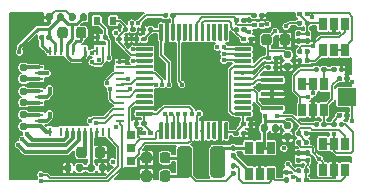
<source format=gbr>
%TF.GenerationSoftware,KiCad,Pcbnew,(5.1.6)-1*%
%TF.CreationDate,2020-09-03T16:30:16-07:00*%
%TF.ProjectId,SinESC-Multi-2.3B,53696e45-5343-42d4-9d75-6c74692d322e,1.0A*%
%TF.SameCoordinates,Original*%
%TF.FileFunction,Copper,L1,Top*%
%TF.FilePolarity,Positive*%
%FSLAX46Y46*%
G04 Gerber Fmt 4.6, Leading zero omitted, Abs format (unit mm)*
G04 Created by KiCad (PCBNEW (5.1.6)-1) date 2020-09-03 16:30:16*
%MOMM*%
%LPD*%
G01*
G04 APERTURE LIST*
%TA.AperFunction,SMDPad,CuDef*%
%ADD10R,0.800000X0.800000*%
%TD*%
%TA.AperFunction,SMDPad,CuDef*%
%ADD11R,1.500000X1.500000*%
%TD*%
%TA.AperFunction,SMDPad,CuDef*%
%ADD12R,0.600000X0.700000*%
%TD*%
%TA.AperFunction,SMDPad,CuDef*%
%ADD13R,0.650000X1.060000*%
%TD*%
%TA.AperFunction,SMDPad,CuDef*%
%ADD14R,4.089400X4.089400*%
%TD*%
%TA.AperFunction,SMDPad,CuDef*%
%ADD15R,0.762000X0.254000*%
%TD*%
%TA.AperFunction,SMDPad,CuDef*%
%ADD16R,0.254000X0.762000*%
%TD*%
%TA.AperFunction,SMDPad,CuDef*%
%ADD17R,1.900000X0.400000*%
%TD*%
%TA.AperFunction,ViaPad*%
%ADD18C,0.400000*%
%TD*%
%TA.AperFunction,Conductor*%
%ADD19C,0.130000*%
%TD*%
%TA.AperFunction,Conductor*%
%ADD20C,0.200000*%
%TD*%
%TA.AperFunction,Conductor*%
%ADD21C,0.250000*%
%TD*%
%TA.AperFunction,Conductor*%
%ADD22C,0.300000*%
%TD*%
G04 APERTURE END LIST*
%TO.P,L1,2*%
%TO.N,Net-(C34-Pad2)*%
%TA.AperFunction,SMDPad,CuDef*%
G36*
G01*
X31075000Y-26925000D02*
X31075000Y-29075000D01*
G75*
G02*
X30825000Y-29325000I-250000J0D01*
G01*
X30075000Y-29325000D01*
G75*
G02*
X29825000Y-29075000I0J250000D01*
G01*
X29825000Y-26925000D01*
G75*
G02*
X30075000Y-26675000I250000J0D01*
G01*
X30825000Y-26675000D01*
G75*
G02*
X31075000Y-26925000I0J-250000D01*
G01*
G37*
%TD.AperFunction*%
%TO.P,L1,1*%
%TO.N,Net-(C30-Pad1)*%
%TA.AperFunction,SMDPad,CuDef*%
G36*
G01*
X33875000Y-26925000D02*
X33875000Y-29075000D01*
G75*
G02*
X33625000Y-29325000I-250000J0D01*
G01*
X32875000Y-29325000D01*
G75*
G02*
X32625000Y-29075000I0J250000D01*
G01*
X32625000Y-26925000D01*
G75*
G02*
X32875000Y-26675000I250000J0D01*
G01*
X33625000Y-26675000D01*
G75*
G02*
X33875000Y-26925000I0J-250000D01*
G01*
G37*
%TD.AperFunction*%
%TD*%
%TO.P,U1,48*%
%TO.N,+3V3*%
%TA.AperFunction,SMDPad,CuDef*%
G36*
G01*
X34100000Y-24687500D02*
X34100000Y-26012500D01*
G75*
G02*
X34025000Y-26087500I-75000J0D01*
G01*
X33875000Y-26087500D01*
G75*
G02*
X33800000Y-26012500I0J75000D01*
G01*
X33800000Y-24687500D01*
G75*
G02*
X33875000Y-24612500I75000J0D01*
G01*
X34025000Y-24612500D01*
G75*
G02*
X34100000Y-24687500I0J-75000D01*
G01*
G37*
%TD.AperFunction*%
%TO.P,U1,47*%
%TO.N,Earth*%
%TA.AperFunction,SMDPad,CuDef*%
G36*
G01*
X33600000Y-24687500D02*
X33600000Y-26012500D01*
G75*
G02*
X33525000Y-26087500I-75000J0D01*
G01*
X33375000Y-26087500D01*
G75*
G02*
X33300000Y-26012500I0J75000D01*
G01*
X33300000Y-24687500D01*
G75*
G02*
X33375000Y-24612500I75000J0D01*
G01*
X33525000Y-24612500D01*
G75*
G02*
X33600000Y-24687500I0J-75000D01*
G01*
G37*
%TD.AperFunction*%
%TO.P,U1,46*%
%TO.N,Net-(U1-Pad46)*%
%TA.AperFunction,SMDPad,CuDef*%
G36*
G01*
X33100000Y-24687500D02*
X33100000Y-26012500D01*
G75*
G02*
X33025000Y-26087500I-75000J0D01*
G01*
X32875000Y-26087500D01*
G75*
G02*
X32800000Y-26012500I0J75000D01*
G01*
X32800000Y-24687500D01*
G75*
G02*
X32875000Y-24612500I75000J0D01*
G01*
X33025000Y-24612500D01*
G75*
G02*
X33100000Y-24687500I0J-75000D01*
G01*
G37*
%TD.AperFunction*%
%TO.P,U1,45*%
%TO.N,Net-(U1-Pad45)*%
%TA.AperFunction,SMDPad,CuDef*%
G36*
G01*
X32600000Y-24687500D02*
X32600000Y-26012500D01*
G75*
G02*
X32525000Y-26087500I-75000J0D01*
G01*
X32375000Y-26087500D01*
G75*
G02*
X32300000Y-26012500I0J75000D01*
G01*
X32300000Y-24687500D01*
G75*
G02*
X32375000Y-24612500I75000J0D01*
G01*
X32525000Y-24612500D01*
G75*
G02*
X32600000Y-24687500I0J-75000D01*
G01*
G37*
%TD.AperFunction*%
%TO.P,U1,44*%
%TO.N,Earth*%
%TA.AperFunction,SMDPad,CuDef*%
G36*
G01*
X32100000Y-24687500D02*
X32100000Y-26012500D01*
G75*
G02*
X32025000Y-26087500I-75000J0D01*
G01*
X31875000Y-26087500D01*
G75*
G02*
X31800000Y-26012500I0J75000D01*
G01*
X31800000Y-24687500D01*
G75*
G02*
X31875000Y-24612500I75000J0D01*
G01*
X32025000Y-24612500D01*
G75*
G02*
X32100000Y-24687500I0J-75000D01*
G01*
G37*
%TD.AperFunction*%
%TO.P,U1,43*%
%TO.N,UART_RX_DSHOT*%
%TA.AperFunction,SMDPad,CuDef*%
G36*
G01*
X31600000Y-24687500D02*
X31600000Y-26012500D01*
G75*
G02*
X31525000Y-26087500I-75000J0D01*
G01*
X31375000Y-26087500D01*
G75*
G02*
X31300000Y-26012500I0J75000D01*
G01*
X31300000Y-24687500D01*
G75*
G02*
X31375000Y-24612500I75000J0D01*
G01*
X31525000Y-24612500D01*
G75*
G02*
X31600000Y-24687500I0J-75000D01*
G01*
G37*
%TD.AperFunction*%
%TO.P,U1,42*%
%TO.N,UART_TX*%
%TA.AperFunction,SMDPad,CuDef*%
G36*
G01*
X31100000Y-24687500D02*
X31100000Y-26012500D01*
G75*
G02*
X31025000Y-26087500I-75000J0D01*
G01*
X30875000Y-26087500D01*
G75*
G02*
X30800000Y-26012500I0J75000D01*
G01*
X30800000Y-24687500D01*
G75*
G02*
X30875000Y-24612500I75000J0D01*
G01*
X31025000Y-24612500D01*
G75*
G02*
X31100000Y-24687500I0J-75000D01*
G01*
G37*
%TD.AperFunction*%
%TO.P,U1,41*%
%TO.N,SPI_SDI*%
%TA.AperFunction,SMDPad,CuDef*%
G36*
G01*
X30600000Y-24687500D02*
X30600000Y-26012500D01*
G75*
G02*
X30525000Y-26087500I-75000J0D01*
G01*
X30375000Y-26087500D01*
G75*
G02*
X30300000Y-26012500I0J75000D01*
G01*
X30300000Y-24687500D01*
G75*
G02*
X30375000Y-24612500I75000J0D01*
G01*
X30525000Y-24612500D01*
G75*
G02*
X30600000Y-24687500I0J-75000D01*
G01*
G37*
%TD.AperFunction*%
%TO.P,U1,40*%
%TO.N,SPI_SDO*%
%TA.AperFunction,SMDPad,CuDef*%
G36*
G01*
X30100000Y-24687500D02*
X30100000Y-26012500D01*
G75*
G02*
X30025000Y-26087500I-75000J0D01*
G01*
X29875000Y-26087500D01*
G75*
G02*
X29800000Y-26012500I0J75000D01*
G01*
X29800000Y-24687500D01*
G75*
G02*
X29875000Y-24612500I75000J0D01*
G01*
X30025000Y-24612500D01*
G75*
G02*
X30100000Y-24687500I0J-75000D01*
G01*
G37*
%TD.AperFunction*%
%TO.P,U1,39*%
%TO.N,SPI_SCK*%
%TA.AperFunction,SMDPad,CuDef*%
G36*
G01*
X29600000Y-24687500D02*
X29600000Y-26012500D01*
G75*
G02*
X29525000Y-26087500I-75000J0D01*
G01*
X29375000Y-26087500D01*
G75*
G02*
X29300000Y-26012500I0J75000D01*
G01*
X29300000Y-24687500D01*
G75*
G02*
X29375000Y-24612500I75000J0D01*
G01*
X29525000Y-24612500D01*
G75*
G02*
X29600000Y-24687500I0J-75000D01*
G01*
G37*
%TD.AperFunction*%
%TO.P,U1,38*%
%TO.N,SPI_CSN*%
%TA.AperFunction,SMDPad,CuDef*%
G36*
G01*
X29100000Y-24687500D02*
X29100000Y-26012500D01*
G75*
G02*
X29025000Y-26087500I-75000J0D01*
G01*
X28875000Y-26087500D01*
G75*
G02*
X28800000Y-26012500I0J75000D01*
G01*
X28800000Y-24687500D01*
G75*
G02*
X28875000Y-24612500I75000J0D01*
G01*
X29025000Y-24612500D01*
G75*
G02*
X29100000Y-24687500I0J-75000D01*
G01*
G37*
%TD.AperFunction*%
%TO.P,U1,37*%
%TO.N,SWCLK*%
%TA.AperFunction,SMDPad,CuDef*%
G36*
G01*
X28600000Y-24687500D02*
X28600000Y-26012500D01*
G75*
G02*
X28525000Y-26087500I-75000J0D01*
G01*
X28375000Y-26087500D01*
G75*
G02*
X28300000Y-26012500I0J75000D01*
G01*
X28300000Y-24687500D01*
G75*
G02*
X28375000Y-24612500I75000J0D01*
G01*
X28525000Y-24612500D01*
G75*
G02*
X28600000Y-24687500I0J-75000D01*
G01*
G37*
%TD.AperFunction*%
%TO.P,U1,36*%
%TO.N,+3V3*%
%TA.AperFunction,SMDPad,CuDef*%
G36*
G01*
X27775000Y-23862500D02*
X27775000Y-24012500D01*
G75*
G02*
X27700000Y-24087500I-75000J0D01*
G01*
X26375000Y-24087500D01*
G75*
G02*
X26300000Y-24012500I0J75000D01*
G01*
X26300000Y-23862500D01*
G75*
G02*
X26375000Y-23787500I75000J0D01*
G01*
X27700000Y-23787500D01*
G75*
G02*
X27775000Y-23862500I0J-75000D01*
G01*
G37*
%TD.AperFunction*%
%TO.P,U1,35*%
%TO.N,Earth*%
%TA.AperFunction,SMDPad,CuDef*%
G36*
G01*
X27775000Y-23362500D02*
X27775000Y-23512500D01*
G75*
G02*
X27700000Y-23587500I-75000J0D01*
G01*
X26375000Y-23587500D01*
G75*
G02*
X26300000Y-23512500I0J75000D01*
G01*
X26300000Y-23362500D01*
G75*
G02*
X26375000Y-23287500I75000J0D01*
G01*
X27700000Y-23287500D01*
G75*
G02*
X27775000Y-23362500I0J-75000D01*
G01*
G37*
%TD.AperFunction*%
%TO.P,U1,34*%
%TO.N,SWDIO*%
%TA.AperFunction,SMDPad,CuDef*%
G36*
G01*
X27775000Y-22862500D02*
X27775000Y-23012500D01*
G75*
G02*
X27700000Y-23087500I-75000J0D01*
G01*
X26375000Y-23087500D01*
G75*
G02*
X26300000Y-23012500I0J75000D01*
G01*
X26300000Y-22862500D01*
G75*
G02*
X26375000Y-22787500I75000J0D01*
G01*
X27700000Y-22787500D01*
G75*
G02*
X27775000Y-22862500I0J-75000D01*
G01*
G37*
%TD.AperFunction*%
%TO.P,U1,33*%
%TO.N,Net-(U1-Pad33)*%
%TA.AperFunction,SMDPad,CuDef*%
G36*
G01*
X27775000Y-22362500D02*
X27775000Y-22512500D01*
G75*
G02*
X27700000Y-22587500I-75000J0D01*
G01*
X26375000Y-22587500D01*
G75*
G02*
X26300000Y-22512500I0J75000D01*
G01*
X26300000Y-22362500D01*
G75*
G02*
X26375000Y-22287500I75000J0D01*
G01*
X27700000Y-22287500D01*
G75*
G02*
X27775000Y-22362500I0J-75000D01*
G01*
G37*
%TD.AperFunction*%
%TO.P,U1,32*%
%TO.N,PWM_U_L*%
%TA.AperFunction,SMDPad,CuDef*%
G36*
G01*
X27775000Y-21862500D02*
X27775000Y-22012500D01*
G75*
G02*
X27700000Y-22087500I-75000J0D01*
G01*
X26375000Y-22087500D01*
G75*
G02*
X26300000Y-22012500I0J75000D01*
G01*
X26300000Y-21862500D01*
G75*
G02*
X26375000Y-21787500I75000J0D01*
G01*
X27700000Y-21787500D01*
G75*
G02*
X27775000Y-21862500I0J-75000D01*
G01*
G37*
%TD.AperFunction*%
%TO.P,U1,31*%
%TO.N,PWM_W_H*%
%TA.AperFunction,SMDPad,CuDef*%
G36*
G01*
X27775000Y-21362500D02*
X27775000Y-21512500D01*
G75*
G02*
X27700000Y-21587500I-75000J0D01*
G01*
X26375000Y-21587500D01*
G75*
G02*
X26300000Y-21512500I0J75000D01*
G01*
X26300000Y-21362500D01*
G75*
G02*
X26375000Y-21287500I75000J0D01*
G01*
X27700000Y-21287500D01*
G75*
G02*
X27775000Y-21362500I0J-75000D01*
G01*
G37*
%TD.AperFunction*%
%TO.P,U1,30*%
%TO.N,PWM_V_H*%
%TA.AperFunction,SMDPad,CuDef*%
G36*
G01*
X27775000Y-20862500D02*
X27775000Y-21012500D01*
G75*
G02*
X27700000Y-21087500I-75000J0D01*
G01*
X26375000Y-21087500D01*
G75*
G02*
X26300000Y-21012500I0J75000D01*
G01*
X26300000Y-20862500D01*
G75*
G02*
X26375000Y-20787500I75000J0D01*
G01*
X27700000Y-20787500D01*
G75*
G02*
X27775000Y-20862500I0J-75000D01*
G01*
G37*
%TD.AperFunction*%
%TO.P,U1,29*%
%TO.N,PWM_U_H*%
%TA.AperFunction,SMDPad,CuDef*%
G36*
G01*
X27775000Y-20362500D02*
X27775000Y-20512500D01*
G75*
G02*
X27700000Y-20587500I-75000J0D01*
G01*
X26375000Y-20587500D01*
G75*
G02*
X26300000Y-20512500I0J75000D01*
G01*
X26300000Y-20362500D01*
G75*
G02*
X26375000Y-20287500I75000J0D01*
G01*
X27700000Y-20287500D01*
G75*
G02*
X27775000Y-20362500I0J-75000D01*
G01*
G37*
%TD.AperFunction*%
%TO.P,U1,28*%
%TO.N,PWM_W_L*%
%TA.AperFunction,SMDPad,CuDef*%
G36*
G01*
X27775000Y-19862500D02*
X27775000Y-20012500D01*
G75*
G02*
X27700000Y-20087500I-75000J0D01*
G01*
X26375000Y-20087500D01*
G75*
G02*
X26300000Y-20012500I0J75000D01*
G01*
X26300000Y-19862500D01*
G75*
G02*
X26375000Y-19787500I75000J0D01*
G01*
X27700000Y-19787500D01*
G75*
G02*
X27775000Y-19862500I0J-75000D01*
G01*
G37*
%TD.AperFunction*%
%TO.P,U1,27*%
%TO.N,PWM_V_L*%
%TA.AperFunction,SMDPad,CuDef*%
G36*
G01*
X27775000Y-19362500D02*
X27775000Y-19512500D01*
G75*
G02*
X27700000Y-19587500I-75000J0D01*
G01*
X26375000Y-19587500D01*
G75*
G02*
X26300000Y-19512500I0J75000D01*
G01*
X26300000Y-19362500D01*
G75*
G02*
X26375000Y-19287500I75000J0D01*
G01*
X27700000Y-19287500D01*
G75*
G02*
X27775000Y-19362500I0J-75000D01*
G01*
G37*
%TD.AperFunction*%
%TO.P,U1,26*%
%TO.N,VBUS_SENSE*%
%TA.AperFunction,SMDPad,CuDef*%
G36*
G01*
X27775000Y-18862500D02*
X27775000Y-19012500D01*
G75*
G02*
X27700000Y-19087500I-75000J0D01*
G01*
X26375000Y-19087500D01*
G75*
G02*
X26300000Y-19012500I0J75000D01*
G01*
X26300000Y-18862500D01*
G75*
G02*
X26375000Y-18787500I75000J0D01*
G01*
X27700000Y-18787500D01*
G75*
G02*
X27775000Y-18862500I0J-75000D01*
G01*
G37*
%TD.AperFunction*%
%TO.P,U1,25*%
%TO.N,DRV_FAULT*%
%TA.AperFunction,SMDPad,CuDef*%
G36*
G01*
X27775000Y-18362500D02*
X27775000Y-18512500D01*
G75*
G02*
X27700000Y-18587500I-75000J0D01*
G01*
X26375000Y-18587500D01*
G75*
G02*
X26300000Y-18512500I0J75000D01*
G01*
X26300000Y-18362500D01*
G75*
G02*
X26375000Y-18287500I75000J0D01*
G01*
X27700000Y-18287500D01*
G75*
G02*
X27775000Y-18362500I0J-75000D01*
G01*
G37*
%TD.AperFunction*%
%TO.P,U1,24*%
%TO.N,+3V3*%
%TA.AperFunction,SMDPad,CuDef*%
G36*
G01*
X28600000Y-16362500D02*
X28600000Y-17687500D01*
G75*
G02*
X28525000Y-17762500I-75000J0D01*
G01*
X28375000Y-17762500D01*
G75*
G02*
X28300000Y-17687500I0J75000D01*
G01*
X28300000Y-16362500D01*
G75*
G02*
X28375000Y-16287500I75000J0D01*
G01*
X28525000Y-16287500D01*
G75*
G02*
X28600000Y-16362500I0J-75000D01*
G01*
G37*
%TD.AperFunction*%
%TO.P,U1,23*%
%TO.N,Earth*%
%TA.AperFunction,SMDPad,CuDef*%
G36*
G01*
X29100000Y-16362500D02*
X29100000Y-17687500D01*
G75*
G02*
X29025000Y-17762500I-75000J0D01*
G01*
X28875000Y-17762500D01*
G75*
G02*
X28800000Y-17687500I0J75000D01*
G01*
X28800000Y-16362500D01*
G75*
G02*
X28875000Y-16287500I75000J0D01*
G01*
X29025000Y-16287500D01*
G75*
G02*
X29100000Y-16362500I0J-75000D01*
G01*
G37*
%TD.AperFunction*%
%TO.P,U1,22*%
%TO.N,OCP_COMP_W*%
%TA.AperFunction,SMDPad,CuDef*%
G36*
G01*
X29600000Y-16362500D02*
X29600000Y-17687500D01*
G75*
G02*
X29525000Y-17762500I-75000J0D01*
G01*
X29375000Y-17762500D01*
G75*
G02*
X29300000Y-17687500I0J75000D01*
G01*
X29300000Y-16362500D01*
G75*
G02*
X29375000Y-16287500I75000J0D01*
G01*
X29525000Y-16287500D01*
G75*
G02*
X29600000Y-16362500I0J-75000D01*
G01*
G37*
%TD.AperFunction*%
%TO.P,U1,21*%
%TO.N,DRV_EN*%
%TA.AperFunction,SMDPad,CuDef*%
G36*
G01*
X30100000Y-16362500D02*
X30100000Y-17687500D01*
G75*
G02*
X30025000Y-17762500I-75000J0D01*
G01*
X29875000Y-17762500D01*
G75*
G02*
X29800000Y-17687500I0J75000D01*
G01*
X29800000Y-16362500D01*
G75*
G02*
X29875000Y-16287500I75000J0D01*
G01*
X30025000Y-16287500D01*
G75*
G02*
X30100000Y-16362500I0J-75000D01*
G01*
G37*
%TD.AperFunction*%
%TO.P,U1,20*%
%TO.N,Net-(U1-Pad20)*%
%TA.AperFunction,SMDPad,CuDef*%
G36*
G01*
X30600000Y-16362500D02*
X30600000Y-17687500D01*
G75*
G02*
X30525000Y-17762500I-75000J0D01*
G01*
X30375000Y-17762500D01*
G75*
G02*
X30300000Y-17687500I0J75000D01*
G01*
X30300000Y-16362500D01*
G75*
G02*
X30375000Y-16287500I75000J0D01*
G01*
X30525000Y-16287500D01*
G75*
G02*
X30600000Y-16362500I0J-75000D01*
G01*
G37*
%TD.AperFunction*%
%TO.P,U1,19*%
%TO.N,Net-(U1-Pad19)*%
%TA.AperFunction,SMDPad,CuDef*%
G36*
G01*
X31100000Y-16362500D02*
X31100000Y-17687500D01*
G75*
G02*
X31025000Y-17762500I-75000J0D01*
G01*
X30875000Y-17762500D01*
G75*
G02*
X30800000Y-17687500I0J75000D01*
G01*
X30800000Y-16362500D01*
G75*
G02*
X30875000Y-16287500I75000J0D01*
G01*
X31025000Y-16287500D01*
G75*
G02*
X31100000Y-16362500I0J-75000D01*
G01*
G37*
%TD.AperFunction*%
%TO.P,U1,18*%
%TO.N,OCP_COMP_V*%
%TA.AperFunction,SMDPad,CuDef*%
G36*
G01*
X31600000Y-16362500D02*
X31600000Y-17687500D01*
G75*
G02*
X31525000Y-17762500I-75000J0D01*
G01*
X31375000Y-17762500D01*
G75*
G02*
X31300000Y-17687500I0J75000D01*
G01*
X31300000Y-16362500D01*
G75*
G02*
X31375000Y-16287500I75000J0D01*
G01*
X31525000Y-16287500D01*
G75*
G02*
X31600000Y-16362500I0J-75000D01*
G01*
G37*
%TD.AperFunction*%
%TO.P,U1,17*%
%TO.N,OCP_COMP_U*%
%TA.AperFunction,SMDPad,CuDef*%
G36*
G01*
X32100000Y-16362500D02*
X32100000Y-17687500D01*
G75*
G02*
X32025000Y-17762500I-75000J0D01*
G01*
X31875000Y-17762500D01*
G75*
G02*
X31800000Y-17687500I0J75000D01*
G01*
X31800000Y-16362500D01*
G75*
G02*
X31875000Y-16287500I75000J0D01*
G01*
X32025000Y-16287500D01*
G75*
G02*
X32100000Y-16362500I0J-75000D01*
G01*
G37*
%TD.AperFunction*%
%TO.P,U1,16*%
%TO.N,Net-(U1-Pad16)*%
%TA.AperFunction,SMDPad,CuDef*%
G36*
G01*
X32600000Y-16362500D02*
X32600000Y-17687500D01*
G75*
G02*
X32525000Y-17762500I-75000J0D01*
G01*
X32375000Y-17762500D01*
G75*
G02*
X32300000Y-17687500I0J75000D01*
G01*
X32300000Y-16362500D01*
G75*
G02*
X32375000Y-16287500I75000J0D01*
G01*
X32525000Y-16287500D01*
G75*
G02*
X32600000Y-16362500I0J-75000D01*
G01*
G37*
%TD.AperFunction*%
%TO.P,U1,15*%
%TO.N,Net-(U1-Pad15)*%
%TA.AperFunction,SMDPad,CuDef*%
G36*
G01*
X33100000Y-16362500D02*
X33100000Y-17687500D01*
G75*
G02*
X33025000Y-17762500I-75000J0D01*
G01*
X32875000Y-17762500D01*
G75*
G02*
X32800000Y-17687500I0J75000D01*
G01*
X32800000Y-16362500D01*
G75*
G02*
X32875000Y-16287500I75000J0D01*
G01*
X33025000Y-16287500D01*
G75*
G02*
X33100000Y-16362500I0J-75000D01*
G01*
G37*
%TD.AperFunction*%
%TO.P,U1,14*%
%TO.N,Net-(U1-Pad14)*%
%TA.AperFunction,SMDPad,CuDef*%
G36*
G01*
X33600000Y-16362500D02*
X33600000Y-17687500D01*
G75*
G02*
X33525000Y-17762500I-75000J0D01*
G01*
X33375000Y-17762500D01*
G75*
G02*
X33300000Y-17687500I0J75000D01*
G01*
X33300000Y-16362500D01*
G75*
G02*
X33375000Y-16287500I75000J0D01*
G01*
X33525000Y-16287500D01*
G75*
G02*
X33600000Y-16362500I0J-75000D01*
G01*
G37*
%TD.AperFunction*%
%TO.P,U1,13*%
%TO.N,Net-(U1-Pad13)*%
%TA.AperFunction,SMDPad,CuDef*%
G36*
G01*
X34100000Y-16362500D02*
X34100000Y-17687500D01*
G75*
G02*
X34025000Y-17762500I-75000J0D01*
G01*
X33875000Y-17762500D01*
G75*
G02*
X33800000Y-17687500I0J75000D01*
G01*
X33800000Y-16362500D01*
G75*
G02*
X33875000Y-16287500I75000J0D01*
G01*
X34025000Y-16287500D01*
G75*
G02*
X34100000Y-16362500I0J-75000D01*
G01*
G37*
%TD.AperFunction*%
%TO.P,U1,12*%
%TO.N,CUR_W*%
%TA.AperFunction,SMDPad,CuDef*%
G36*
G01*
X36100000Y-18362500D02*
X36100000Y-18512500D01*
G75*
G02*
X36025000Y-18587500I-75000J0D01*
G01*
X34700000Y-18587500D01*
G75*
G02*
X34625000Y-18512500I0J75000D01*
G01*
X34625000Y-18362500D01*
G75*
G02*
X34700000Y-18287500I75000J0D01*
G01*
X36025000Y-18287500D01*
G75*
G02*
X36100000Y-18362500I0J-75000D01*
G01*
G37*
%TD.AperFunction*%
%TO.P,U1,11*%
%TO.N,CUR_V*%
%TA.AperFunction,SMDPad,CuDef*%
G36*
G01*
X36100000Y-18862500D02*
X36100000Y-19012500D01*
G75*
G02*
X36025000Y-19087500I-75000J0D01*
G01*
X34700000Y-19087500D01*
G75*
G02*
X34625000Y-19012500I0J75000D01*
G01*
X34625000Y-18862500D01*
G75*
G02*
X34700000Y-18787500I75000J0D01*
G01*
X36025000Y-18787500D01*
G75*
G02*
X36100000Y-18862500I0J-75000D01*
G01*
G37*
%TD.AperFunction*%
%TO.P,U1,10*%
%TO.N,CUR_U*%
%TA.AperFunction,SMDPad,CuDef*%
G36*
G01*
X36100000Y-19362500D02*
X36100000Y-19512500D01*
G75*
G02*
X36025000Y-19587500I-75000J0D01*
G01*
X34700000Y-19587500D01*
G75*
G02*
X34625000Y-19512500I0J75000D01*
G01*
X34625000Y-19362500D01*
G75*
G02*
X34700000Y-19287500I75000J0D01*
G01*
X36025000Y-19287500D01*
G75*
G02*
X36100000Y-19362500I0J-75000D01*
G01*
G37*
%TD.AperFunction*%
%TO.P,U1,9*%
%TO.N,+3V3*%
%TA.AperFunction,SMDPad,CuDef*%
G36*
G01*
X36100000Y-19862500D02*
X36100000Y-20012500D01*
G75*
G02*
X36025000Y-20087500I-75000J0D01*
G01*
X34700000Y-20087500D01*
G75*
G02*
X34625000Y-20012500I0J75000D01*
G01*
X34625000Y-19862500D01*
G75*
G02*
X34700000Y-19787500I75000J0D01*
G01*
X36025000Y-19787500D01*
G75*
G02*
X36100000Y-19862500I0J-75000D01*
G01*
G37*
%TD.AperFunction*%
%TO.P,U1,8*%
%TO.N,Earth*%
%TA.AperFunction,SMDPad,CuDef*%
G36*
G01*
X36100000Y-20362500D02*
X36100000Y-20512500D01*
G75*
G02*
X36025000Y-20587500I-75000J0D01*
G01*
X34700000Y-20587500D01*
G75*
G02*
X34625000Y-20512500I0J75000D01*
G01*
X34625000Y-20362500D01*
G75*
G02*
X34700000Y-20287500I75000J0D01*
G01*
X36025000Y-20287500D01*
G75*
G02*
X36100000Y-20362500I0J-75000D01*
G01*
G37*
%TD.AperFunction*%
%TO.P,U1,7*%
%TO.N,Net-(C2-Pad1)*%
%TA.AperFunction,SMDPad,CuDef*%
G36*
G01*
X36100000Y-20862500D02*
X36100000Y-21012500D01*
G75*
G02*
X36025000Y-21087500I-75000J0D01*
G01*
X34700000Y-21087500D01*
G75*
G02*
X34625000Y-21012500I0J75000D01*
G01*
X34625000Y-20862500D01*
G75*
G02*
X34700000Y-20787500I75000J0D01*
G01*
X36025000Y-20787500D01*
G75*
G02*
X36100000Y-20862500I0J-75000D01*
G01*
G37*
%TD.AperFunction*%
%TO.P,U1,6*%
%TO.N,Net-(U1-Pad6)*%
%TA.AperFunction,SMDPad,CuDef*%
G36*
G01*
X36100000Y-21362500D02*
X36100000Y-21512500D01*
G75*
G02*
X36025000Y-21587500I-75000J0D01*
G01*
X34700000Y-21587500D01*
G75*
G02*
X34625000Y-21512500I0J75000D01*
G01*
X34625000Y-21362500D01*
G75*
G02*
X34700000Y-21287500I75000J0D01*
G01*
X36025000Y-21287500D01*
G75*
G02*
X36100000Y-21362500I0J-75000D01*
G01*
G37*
%TD.AperFunction*%
%TO.P,U1,5*%
%TO.N,Net-(U1-Pad5)*%
%TA.AperFunction,SMDPad,CuDef*%
G36*
G01*
X36100000Y-21862500D02*
X36100000Y-22012500D01*
G75*
G02*
X36025000Y-22087500I-75000J0D01*
G01*
X34700000Y-22087500D01*
G75*
G02*
X34625000Y-22012500I0J75000D01*
G01*
X34625000Y-21862500D01*
G75*
G02*
X34700000Y-21787500I75000J0D01*
G01*
X36025000Y-21787500D01*
G75*
G02*
X36100000Y-21862500I0J-75000D01*
G01*
G37*
%TD.AperFunction*%
%TO.P,U1,4*%
%TO.N,Net-(U1-Pad4)*%
%TA.AperFunction,SMDPad,CuDef*%
G36*
G01*
X36100000Y-22362500D02*
X36100000Y-22512500D01*
G75*
G02*
X36025000Y-22587500I-75000J0D01*
G01*
X34700000Y-22587500D01*
G75*
G02*
X34625000Y-22512500I0J75000D01*
G01*
X34625000Y-22362500D01*
G75*
G02*
X34700000Y-22287500I75000J0D01*
G01*
X36025000Y-22287500D01*
G75*
G02*
X36100000Y-22362500I0J-75000D01*
G01*
G37*
%TD.AperFunction*%
%TO.P,U1,3*%
%TO.N,Net-(U1-Pad3)*%
%TA.AperFunction,SMDPad,CuDef*%
G36*
G01*
X36100000Y-22862500D02*
X36100000Y-23012500D01*
G75*
G02*
X36025000Y-23087500I-75000J0D01*
G01*
X34700000Y-23087500D01*
G75*
G02*
X34625000Y-23012500I0J75000D01*
G01*
X34625000Y-22862500D01*
G75*
G02*
X34700000Y-22787500I75000J0D01*
G01*
X36025000Y-22787500D01*
G75*
G02*
X36100000Y-22862500I0J-75000D01*
G01*
G37*
%TD.AperFunction*%
%TO.P,U1,2*%
%TO.N,Net-(U1-Pad2)*%
%TA.AperFunction,SMDPad,CuDef*%
G36*
G01*
X36100000Y-23362500D02*
X36100000Y-23512500D01*
G75*
G02*
X36025000Y-23587500I-75000J0D01*
G01*
X34700000Y-23587500D01*
G75*
G02*
X34625000Y-23512500I0J75000D01*
G01*
X34625000Y-23362500D01*
G75*
G02*
X34700000Y-23287500I75000J0D01*
G01*
X36025000Y-23287500D01*
G75*
G02*
X36100000Y-23362500I0J-75000D01*
G01*
G37*
%TD.AperFunction*%
%TO.P,U1,1*%
%TO.N,+3V3*%
%TA.AperFunction,SMDPad,CuDef*%
G36*
G01*
X36100000Y-23862500D02*
X36100000Y-24012500D01*
G75*
G02*
X36025000Y-24087500I-75000J0D01*
G01*
X34700000Y-24087500D01*
G75*
G02*
X34625000Y-24012500I0J75000D01*
G01*
X34625000Y-23862500D01*
G75*
G02*
X34700000Y-23787500I75000J0D01*
G01*
X36025000Y-23787500D01*
G75*
G02*
X36100000Y-23862500I0J-75000D01*
G01*
G37*
%TD.AperFunction*%
%TD*%
%TO.P,R10,2*%
%TO.N,SHUNT_V*%
%TA.AperFunction,SMDPad,CuDef*%
G36*
G01*
X41840000Y-24725000D02*
X41840000Y-24925000D01*
G75*
G02*
X41740000Y-25025000I-100000J0D01*
G01*
X41480000Y-25025000D01*
G75*
G02*
X41380000Y-24925000I0J100000D01*
G01*
X41380000Y-24725000D01*
G75*
G02*
X41480000Y-24625000I100000J0D01*
G01*
X41740000Y-24625000D01*
G75*
G02*
X41840000Y-24725000I0J-100000D01*
G01*
G37*
%TD.AperFunction*%
%TO.P,R10,1*%
%TO.N,Net-(C14-Pad1)*%
%TA.AperFunction,SMDPad,CuDef*%
G36*
G01*
X42480000Y-24725000D02*
X42480000Y-24925000D01*
G75*
G02*
X42380000Y-25025000I-100000J0D01*
G01*
X42120000Y-25025000D01*
G75*
G02*
X42020000Y-24925000I0J100000D01*
G01*
X42020000Y-24725000D01*
G75*
G02*
X42120000Y-24625000I100000J0D01*
G01*
X42380000Y-24625000D01*
G75*
G02*
X42480000Y-24725000I0J-100000D01*
G01*
G37*
%TD.AperFunction*%
%TD*%
%TO.P,C6,2*%
%TO.N,OCP_COMP_U*%
%TA.AperFunction,SMDPad,CuDef*%
G36*
G01*
X35660000Y-17500000D02*
X35660000Y-17700000D01*
G75*
G02*
X35560000Y-17800000I-100000J0D01*
G01*
X35300000Y-17800000D01*
G75*
G02*
X35200000Y-17700000I0J100000D01*
G01*
X35200000Y-17500000D01*
G75*
G02*
X35300000Y-17400000I100000J0D01*
G01*
X35560000Y-17400000D01*
G75*
G02*
X35660000Y-17500000I0J-100000D01*
G01*
G37*
%TD.AperFunction*%
%TO.P,C6,1*%
%TO.N,Earth*%
%TA.AperFunction,SMDPad,CuDef*%
G36*
G01*
X36300000Y-17500000D02*
X36300000Y-17700000D01*
G75*
G02*
X36200000Y-17800000I-100000J0D01*
G01*
X35940000Y-17800000D01*
G75*
G02*
X35840000Y-17700000I0J100000D01*
G01*
X35840000Y-17500000D01*
G75*
G02*
X35940000Y-17400000I100000J0D01*
G01*
X36200000Y-17400000D01*
G75*
G02*
X36300000Y-17500000I0J-100000D01*
G01*
G37*
%TD.AperFunction*%
%TD*%
%TO.P,C21,2*%
%TO.N,Net-(C21-Pad2)*%
%TA.AperFunction,SMDPad,CuDef*%
G36*
G01*
X20550000Y-16793750D02*
X20550000Y-17306250D01*
G75*
G02*
X20331250Y-17525000I-218750J0D01*
G01*
X19893750Y-17525000D01*
G75*
G02*
X19675000Y-17306250I0J218750D01*
G01*
X19675000Y-16793750D01*
G75*
G02*
X19893750Y-16575000I218750J0D01*
G01*
X20331250Y-16575000D01*
G75*
G02*
X20550000Y-16793750I0J-218750D01*
G01*
G37*
%TD.AperFunction*%
%TO.P,C21,1*%
%TO.N,Net-(C21-Pad1)*%
%TA.AperFunction,SMDPad,CuDef*%
G36*
G01*
X22125000Y-16793750D02*
X22125000Y-17306250D01*
G75*
G02*
X21906250Y-17525000I-218750J0D01*
G01*
X21468750Y-17525000D01*
G75*
G02*
X21250000Y-17306250I0J218750D01*
G01*
X21250000Y-16793750D01*
G75*
G02*
X21468750Y-16575000I218750J0D01*
G01*
X21906250Y-16575000D01*
G75*
G02*
X22125000Y-16793750I0J-218750D01*
G01*
G37*
%TD.AperFunction*%
%TD*%
%TO.P,C20,2*%
%TO.N,Net-(C20-Pad2)*%
%TA.AperFunction,SMDPad,CuDef*%
G36*
G01*
X18560000Y-17350000D02*
X18560000Y-17550000D01*
G75*
G02*
X18460000Y-17650000I-100000J0D01*
G01*
X18200000Y-17650000D01*
G75*
G02*
X18100000Y-17550000I0J100000D01*
G01*
X18100000Y-17350000D01*
G75*
G02*
X18200000Y-17250000I100000J0D01*
G01*
X18460000Y-17250000D01*
G75*
G02*
X18560000Y-17350000I0J-100000D01*
G01*
G37*
%TD.AperFunction*%
%TO.P,C20,1*%
%TO.N,VBUS*%
%TA.AperFunction,SMDPad,CuDef*%
G36*
G01*
X19200000Y-17350000D02*
X19200000Y-17550000D01*
G75*
G02*
X19100000Y-17650000I-100000J0D01*
G01*
X18840000Y-17650000D01*
G75*
G02*
X18740000Y-17550000I0J100000D01*
G01*
X18740000Y-17350000D01*
G75*
G02*
X18840000Y-17250000I100000J0D01*
G01*
X19100000Y-17250000D01*
G75*
G02*
X19200000Y-17350000I0J-100000D01*
G01*
G37*
%TD.AperFunction*%
%TD*%
%TO.P,C22,2*%
%TO.N,Earth*%
%TA.AperFunction,SMDPad,CuDef*%
G36*
G01*
X22850000Y-27456250D02*
X22850000Y-26943750D01*
G75*
G02*
X23068750Y-26725000I218750J0D01*
G01*
X23506250Y-26725000D01*
G75*
G02*
X23725000Y-26943750I0J-218750D01*
G01*
X23725000Y-27456250D01*
G75*
G02*
X23506250Y-27675000I-218750J0D01*
G01*
X23068750Y-27675000D01*
G75*
G02*
X22850000Y-27456250I0J218750D01*
G01*
G37*
%TD.AperFunction*%
%TO.P,C22,1*%
%TO.N,+12V*%
%TA.AperFunction,SMDPad,CuDef*%
G36*
G01*
X21275000Y-27456250D02*
X21275000Y-26943750D01*
G75*
G02*
X21493750Y-26725000I218750J0D01*
G01*
X21931250Y-26725000D01*
G75*
G02*
X22150000Y-26943750I0J-218750D01*
G01*
X22150000Y-27456250D01*
G75*
G02*
X21931250Y-27675000I-218750J0D01*
G01*
X21493750Y-27675000D01*
G75*
G02*
X21275000Y-27456250I0J218750D01*
G01*
G37*
%TD.AperFunction*%
%TD*%
%TO.P,C19,2*%
%TO.N,Earth*%
%TA.AperFunction,SMDPad,CuDef*%
G36*
G01*
X20860000Y-28327500D02*
X20860000Y-28672500D01*
G75*
G02*
X20712500Y-28820000I-147500J0D01*
G01*
X20417500Y-28820000D01*
G75*
G02*
X20270000Y-28672500I0J147500D01*
G01*
X20270000Y-28327500D01*
G75*
G02*
X20417500Y-28180000I147500J0D01*
G01*
X20712500Y-28180000D01*
G75*
G02*
X20860000Y-28327500I0J-147500D01*
G01*
G37*
%TD.AperFunction*%
%TO.P,C19,1*%
%TO.N,+5V*%
%TA.AperFunction,SMDPad,CuDef*%
G36*
G01*
X21830000Y-28327500D02*
X21830000Y-28672500D01*
G75*
G02*
X21682500Y-28820000I-147500J0D01*
G01*
X21387500Y-28820000D01*
G75*
G02*
X21240000Y-28672500I0J147500D01*
G01*
X21240000Y-28327500D01*
G75*
G02*
X21387500Y-28180000I147500J0D01*
G01*
X21682500Y-28180000D01*
G75*
G02*
X21830000Y-28327500I0J-147500D01*
G01*
G37*
%TD.AperFunction*%
%TD*%
%TO.P,C17,2*%
%TO.N,Earth*%
%TA.AperFunction,SMDPad,CuDef*%
G36*
G01*
X23310000Y-17350000D02*
X23310000Y-17550000D01*
G75*
G02*
X23210000Y-17650000I-100000J0D01*
G01*
X22950000Y-17650000D01*
G75*
G02*
X22850000Y-17550000I0J100000D01*
G01*
X22850000Y-17350000D01*
G75*
G02*
X22950000Y-17250000I100000J0D01*
G01*
X23210000Y-17250000D01*
G75*
G02*
X23310000Y-17350000I0J-100000D01*
G01*
G37*
%TD.AperFunction*%
%TO.P,C17,1*%
%TO.N,+3V3*%
%TA.AperFunction,SMDPad,CuDef*%
G36*
G01*
X23950000Y-17350000D02*
X23950000Y-17550000D01*
G75*
G02*
X23850000Y-17650000I-100000J0D01*
G01*
X23590000Y-17650000D01*
G75*
G02*
X23490000Y-17550000I0J100000D01*
G01*
X23490000Y-17350000D01*
G75*
G02*
X23590000Y-17250000I100000J0D01*
G01*
X23850000Y-17250000D01*
G75*
G02*
X23950000Y-17350000I0J-100000D01*
G01*
G37*
%TD.AperFunction*%
%TD*%
D10*
%TO.P,TP3,1*%
%TO.N,UART_TX*%
X25900000Y-27900000D03*
%TD*%
%TO.P,TP2,1*%
%TO.N,SWCLK*%
X25900000Y-26800000D03*
%TD*%
%TO.P,TP1,1*%
%TO.N,SWDIO*%
X25900000Y-25700000D03*
%TD*%
D11*
%TO.P,J6,1*%
%TO.N,UART_RX_DSHOT*%
X44150000Y-22500000D03*
%TD*%
%TO.P,C1,2*%
%TO.N,Earth*%
%TA.AperFunction,SMDPad,CuDef*%
G36*
G01*
X35820000Y-24900000D02*
X35820000Y-24700000D01*
G75*
G02*
X35920000Y-24600000I100000J0D01*
G01*
X36180000Y-24600000D01*
G75*
G02*
X36280000Y-24700000I0J-100000D01*
G01*
X36280000Y-24900000D01*
G75*
G02*
X36180000Y-25000000I-100000J0D01*
G01*
X35920000Y-25000000D01*
G75*
G02*
X35820000Y-24900000I0J100000D01*
G01*
G37*
%TD.AperFunction*%
%TO.P,C1,1*%
%TO.N,+3V3*%
%TA.AperFunction,SMDPad,CuDef*%
G36*
G01*
X35180000Y-24900000D02*
X35180000Y-24700000D01*
G75*
G02*
X35280000Y-24600000I100000J0D01*
G01*
X35540000Y-24600000D01*
G75*
G02*
X35640000Y-24700000I0J-100000D01*
G01*
X35640000Y-24900000D01*
G75*
G02*
X35540000Y-25000000I-100000J0D01*
G01*
X35280000Y-25000000D01*
G75*
G02*
X35180000Y-24900000I0J100000D01*
G01*
G37*
%TD.AperFunction*%
%TD*%
%TO.P,C2,1*%
%TO.N,Net-(C2-Pad1)*%
%TA.AperFunction,SMDPad,CuDef*%
G36*
G01*
X37300000Y-20100000D02*
X37300000Y-19900000D01*
G75*
G02*
X37400000Y-19800000I100000J0D01*
G01*
X37660000Y-19800000D01*
G75*
G02*
X37760000Y-19900000I0J-100000D01*
G01*
X37760000Y-20100000D01*
G75*
G02*
X37660000Y-20200000I-100000J0D01*
G01*
X37400000Y-20200000D01*
G75*
G02*
X37300000Y-20100000I0J100000D01*
G01*
G37*
%TD.AperFunction*%
%TO.P,C2,2*%
%TO.N,Earth*%
%TA.AperFunction,SMDPad,CuDef*%
G36*
G01*
X37940000Y-20100000D02*
X37940000Y-19900000D01*
G75*
G02*
X38040000Y-19800000I100000J0D01*
G01*
X38300000Y-19800000D01*
G75*
G02*
X38400000Y-19900000I0J-100000D01*
G01*
X38400000Y-20100000D01*
G75*
G02*
X38300000Y-20200000I-100000J0D01*
G01*
X38040000Y-20200000D01*
G75*
G02*
X37940000Y-20100000I0J100000D01*
G01*
G37*
%TD.AperFunction*%
%TD*%
%TO.P,C3,2*%
%TO.N,Earth*%
%TA.AperFunction,SMDPad,CuDef*%
G36*
G01*
X35210000Y-25675000D02*
X35210000Y-25475000D01*
G75*
G02*
X35310000Y-25375000I100000J0D01*
G01*
X35570000Y-25375000D01*
G75*
G02*
X35670000Y-25475000I0J-100000D01*
G01*
X35670000Y-25675000D01*
G75*
G02*
X35570000Y-25775000I-100000J0D01*
G01*
X35310000Y-25775000D01*
G75*
G02*
X35210000Y-25675000I0J100000D01*
G01*
G37*
%TD.AperFunction*%
%TO.P,C3,1*%
%TO.N,+3V3*%
%TA.AperFunction,SMDPad,CuDef*%
G36*
G01*
X34570000Y-25675000D02*
X34570000Y-25475000D01*
G75*
G02*
X34670000Y-25375000I100000J0D01*
G01*
X34930000Y-25375000D01*
G75*
G02*
X35030000Y-25475000I0J-100000D01*
G01*
X35030000Y-25675000D01*
G75*
G02*
X34930000Y-25775000I-100000J0D01*
G01*
X34670000Y-25775000D01*
G75*
G02*
X34570000Y-25675000I0J100000D01*
G01*
G37*
%TD.AperFunction*%
%TD*%
%TO.P,C4,2*%
%TO.N,Earth*%
%TA.AperFunction,SMDPad,CuDef*%
G36*
G01*
X27160000Y-16700000D02*
X27160000Y-16900000D01*
G75*
G02*
X27060000Y-17000000I-100000J0D01*
G01*
X26800000Y-17000000D01*
G75*
G02*
X26700000Y-16900000I0J100000D01*
G01*
X26700000Y-16700000D01*
G75*
G02*
X26800000Y-16600000I100000J0D01*
G01*
X27060000Y-16600000D01*
G75*
G02*
X27160000Y-16700000I0J-100000D01*
G01*
G37*
%TD.AperFunction*%
%TO.P,C4,1*%
%TO.N,+3V3*%
%TA.AperFunction,SMDPad,CuDef*%
G36*
G01*
X27800000Y-16700000D02*
X27800000Y-16900000D01*
G75*
G02*
X27700000Y-17000000I-100000J0D01*
G01*
X27440000Y-17000000D01*
G75*
G02*
X27340000Y-16900000I0J100000D01*
G01*
X27340000Y-16700000D01*
G75*
G02*
X27440000Y-16600000I100000J0D01*
G01*
X27700000Y-16600000D01*
G75*
G02*
X27800000Y-16700000I0J-100000D01*
G01*
G37*
%TD.AperFunction*%
%TD*%
%TO.P,C5,2*%
%TO.N,Earth*%
%TA.AperFunction,SMDPad,CuDef*%
G36*
G01*
X26590000Y-17500000D02*
X26590000Y-17700000D01*
G75*
G02*
X26490000Y-17800000I-100000J0D01*
G01*
X26230000Y-17800000D01*
G75*
G02*
X26130000Y-17700000I0J100000D01*
G01*
X26130000Y-17500000D01*
G75*
G02*
X26230000Y-17400000I100000J0D01*
G01*
X26490000Y-17400000D01*
G75*
G02*
X26590000Y-17500000I0J-100000D01*
G01*
G37*
%TD.AperFunction*%
%TO.P,C5,1*%
%TO.N,+3V3*%
%TA.AperFunction,SMDPad,CuDef*%
G36*
G01*
X27230000Y-17500000D02*
X27230000Y-17700000D01*
G75*
G02*
X27130000Y-17800000I-100000J0D01*
G01*
X26870000Y-17800000D01*
G75*
G02*
X26770000Y-17700000I0J100000D01*
G01*
X26770000Y-17500000D01*
G75*
G02*
X26870000Y-17400000I100000J0D01*
G01*
X27130000Y-17400000D01*
G75*
G02*
X27230000Y-17500000I0J-100000D01*
G01*
G37*
%TD.AperFunction*%
%TD*%
%TO.P,C7,2*%
%TO.N,Earth*%
%TA.AperFunction,SMDPad,CuDef*%
G36*
G01*
X39975000Y-17540000D02*
X40175000Y-17540000D01*
G75*
G02*
X40275000Y-17640000I0J-100000D01*
G01*
X40275000Y-17900000D01*
G75*
G02*
X40175000Y-18000000I-100000J0D01*
G01*
X39975000Y-18000000D01*
G75*
G02*
X39875000Y-17900000I0J100000D01*
G01*
X39875000Y-17640000D01*
G75*
G02*
X39975000Y-17540000I100000J0D01*
G01*
G37*
%TD.AperFunction*%
%TO.P,C7,1*%
%TO.N,Net-(C7-Pad1)*%
%TA.AperFunction,SMDPad,CuDef*%
G36*
G01*
X39975000Y-16900000D02*
X40175000Y-16900000D01*
G75*
G02*
X40275000Y-17000000I0J-100000D01*
G01*
X40275000Y-17260000D01*
G75*
G02*
X40175000Y-17360000I-100000J0D01*
G01*
X39975000Y-17360000D01*
G75*
G02*
X39875000Y-17260000I0J100000D01*
G01*
X39875000Y-17000000D01*
G75*
G02*
X39975000Y-16900000I100000J0D01*
G01*
G37*
%TD.AperFunction*%
%TD*%
%TO.P,C8,2*%
%TO.N,Earth*%
%TA.AperFunction,SMDPad,CuDef*%
G36*
G01*
X26590000Y-24650000D02*
X26590000Y-24850000D01*
G75*
G02*
X26490000Y-24950000I-100000J0D01*
G01*
X26230000Y-24950000D01*
G75*
G02*
X26130000Y-24850000I0J100000D01*
G01*
X26130000Y-24650000D01*
G75*
G02*
X26230000Y-24550000I100000J0D01*
G01*
X26490000Y-24550000D01*
G75*
G02*
X26590000Y-24650000I0J-100000D01*
G01*
G37*
%TD.AperFunction*%
%TO.P,C8,1*%
%TO.N,+3V3*%
%TA.AperFunction,SMDPad,CuDef*%
G36*
G01*
X27230000Y-24650000D02*
X27230000Y-24850000D01*
G75*
G02*
X27130000Y-24950000I-100000J0D01*
G01*
X26870000Y-24950000D01*
G75*
G02*
X26770000Y-24850000I0J100000D01*
G01*
X26770000Y-24650000D01*
G75*
G02*
X26870000Y-24550000I100000J0D01*
G01*
X27130000Y-24550000D01*
G75*
G02*
X27230000Y-24650000I0J-100000D01*
G01*
G37*
%TD.AperFunction*%
%TD*%
%TO.P,C9,2*%
%TO.N,Earth*%
%TA.AperFunction,SMDPad,CuDef*%
G36*
G01*
X27160000Y-25450000D02*
X27160000Y-25650000D01*
G75*
G02*
X27060000Y-25750000I-100000J0D01*
G01*
X26800000Y-25750000D01*
G75*
G02*
X26700000Y-25650000I0J100000D01*
G01*
X26700000Y-25450000D01*
G75*
G02*
X26800000Y-25350000I100000J0D01*
G01*
X27060000Y-25350000D01*
G75*
G02*
X27160000Y-25450000I0J-100000D01*
G01*
G37*
%TD.AperFunction*%
%TO.P,C9,1*%
%TO.N,+3V3*%
%TA.AperFunction,SMDPad,CuDef*%
G36*
G01*
X27800000Y-25450000D02*
X27800000Y-25650000D01*
G75*
G02*
X27700000Y-25750000I-100000J0D01*
G01*
X27440000Y-25750000D01*
G75*
G02*
X27340000Y-25650000I0J100000D01*
G01*
X27340000Y-25450000D01*
G75*
G02*
X27440000Y-25350000I100000J0D01*
G01*
X27700000Y-25350000D01*
G75*
G02*
X27800000Y-25450000I0J-100000D01*
G01*
G37*
%TD.AperFunction*%
%TD*%
%TO.P,C10,2*%
%TO.N,Earth*%
%TA.AperFunction,SMDPad,CuDef*%
G36*
G01*
X37940000Y-19300000D02*
X37940000Y-19100000D01*
G75*
G02*
X38040000Y-19000000I100000J0D01*
G01*
X38300000Y-19000000D01*
G75*
G02*
X38400000Y-19100000I0J-100000D01*
G01*
X38400000Y-19300000D01*
G75*
G02*
X38300000Y-19400000I-100000J0D01*
G01*
X38040000Y-19400000D01*
G75*
G02*
X37940000Y-19300000I0J100000D01*
G01*
G37*
%TD.AperFunction*%
%TO.P,C10,1*%
%TO.N,+3V3*%
%TA.AperFunction,SMDPad,CuDef*%
G36*
G01*
X37300000Y-19300000D02*
X37300000Y-19100000D01*
G75*
G02*
X37400000Y-19000000I100000J0D01*
G01*
X37660000Y-19000000D01*
G75*
G02*
X37760000Y-19100000I0J-100000D01*
G01*
X37760000Y-19300000D01*
G75*
G02*
X37660000Y-19400000I-100000J0D01*
G01*
X37400000Y-19400000D01*
G75*
G02*
X37300000Y-19300000I0J100000D01*
G01*
G37*
%TD.AperFunction*%
%TD*%
%TO.P,C11,2*%
%TO.N,Earth*%
%TA.AperFunction,SMDPad,CuDef*%
G36*
G01*
X38977500Y-19605000D02*
X39322500Y-19605000D01*
G75*
G02*
X39470000Y-19752500I0J-147500D01*
G01*
X39470000Y-20047500D01*
G75*
G02*
X39322500Y-20195000I-147500J0D01*
G01*
X38977500Y-20195000D01*
G75*
G02*
X38830000Y-20047500I0J147500D01*
G01*
X38830000Y-19752500D01*
G75*
G02*
X38977500Y-19605000I147500J0D01*
G01*
G37*
%TD.AperFunction*%
%TO.P,C11,1*%
%TO.N,+3V3*%
%TA.AperFunction,SMDPad,CuDef*%
G36*
G01*
X38977500Y-18635000D02*
X39322500Y-18635000D01*
G75*
G02*
X39470000Y-18782500I0J-147500D01*
G01*
X39470000Y-19077500D01*
G75*
G02*
X39322500Y-19225000I-147500J0D01*
G01*
X38977500Y-19225000D01*
G75*
G02*
X38830000Y-19077500I0J147500D01*
G01*
X38830000Y-18782500D01*
G75*
G02*
X38977500Y-18635000I147500J0D01*
G01*
G37*
%TD.AperFunction*%
%TD*%
%TO.P,C12,2*%
%TO.N,OCP_COMP_V*%
%TA.AperFunction,SMDPad,CuDef*%
G36*
G01*
X35060000Y-15900000D02*
X35060000Y-16100000D01*
G75*
G02*
X34960000Y-16200000I-100000J0D01*
G01*
X34700000Y-16200000D01*
G75*
G02*
X34600000Y-16100000I0J100000D01*
G01*
X34600000Y-15900000D01*
G75*
G02*
X34700000Y-15800000I100000J0D01*
G01*
X34960000Y-15800000D01*
G75*
G02*
X35060000Y-15900000I0J-100000D01*
G01*
G37*
%TD.AperFunction*%
%TO.P,C12,1*%
%TO.N,Earth*%
%TA.AperFunction,SMDPad,CuDef*%
G36*
G01*
X35700000Y-15900000D02*
X35700000Y-16100000D01*
G75*
G02*
X35600000Y-16200000I-100000J0D01*
G01*
X35340000Y-16200000D01*
G75*
G02*
X35240000Y-16100000I0J100000D01*
G01*
X35240000Y-15900000D01*
G75*
G02*
X35340000Y-15800000I100000J0D01*
G01*
X35600000Y-15800000D01*
G75*
G02*
X35700000Y-15900000I0J-100000D01*
G01*
G37*
%TD.AperFunction*%
%TD*%
%TO.P,C13,2*%
%TO.N,Earth*%
%TA.AperFunction,SMDPad,CuDef*%
G36*
G01*
X38500000Y-17906250D02*
X38500000Y-17393750D01*
G75*
G02*
X38718750Y-17175000I218750J0D01*
G01*
X39156250Y-17175000D01*
G75*
G02*
X39375000Y-17393750I0J-218750D01*
G01*
X39375000Y-17906250D01*
G75*
G02*
X39156250Y-18125000I-218750J0D01*
G01*
X38718750Y-18125000D01*
G75*
G02*
X38500000Y-17906250I0J218750D01*
G01*
G37*
%TD.AperFunction*%
%TO.P,C13,1*%
%TO.N,+3V3*%
%TA.AperFunction,SMDPad,CuDef*%
G36*
G01*
X36925000Y-17906250D02*
X36925000Y-17393750D01*
G75*
G02*
X37143750Y-17175000I218750J0D01*
G01*
X37581250Y-17175000D01*
G75*
G02*
X37800000Y-17393750I0J-218750D01*
G01*
X37800000Y-17906250D01*
G75*
G02*
X37581250Y-18125000I-218750J0D01*
G01*
X37143750Y-18125000D01*
G75*
G02*
X36925000Y-17906250I0J218750D01*
G01*
G37*
%TD.AperFunction*%
%TD*%
%TO.P,C14,2*%
%TO.N,Earth*%
%TA.AperFunction,SMDPad,CuDef*%
G36*
G01*
X43965000Y-24150000D02*
X43965000Y-23950000D01*
G75*
G02*
X44065000Y-23850000I100000J0D01*
G01*
X44325000Y-23850000D01*
G75*
G02*
X44425000Y-23950000I0J-100000D01*
G01*
X44425000Y-24150000D01*
G75*
G02*
X44325000Y-24250000I-100000J0D01*
G01*
X44065000Y-24250000D01*
G75*
G02*
X43965000Y-24150000I0J100000D01*
G01*
G37*
%TD.AperFunction*%
%TO.P,C14,1*%
%TO.N,Net-(C14-Pad1)*%
%TA.AperFunction,SMDPad,CuDef*%
G36*
G01*
X43325000Y-24150000D02*
X43325000Y-23950000D01*
G75*
G02*
X43425000Y-23850000I100000J0D01*
G01*
X43685000Y-23850000D01*
G75*
G02*
X43785000Y-23950000I0J-100000D01*
G01*
X43785000Y-24150000D01*
G75*
G02*
X43685000Y-24250000I-100000J0D01*
G01*
X43425000Y-24250000D01*
G75*
G02*
X43325000Y-24150000I0J100000D01*
G01*
G37*
%TD.AperFunction*%
%TD*%
%TO.P,C15,2*%
%TO.N,OCP_COMP_W*%
%TA.AperFunction,SMDPad,CuDef*%
G36*
G01*
X36560000Y-15500000D02*
X36560000Y-15700000D01*
G75*
G02*
X36460000Y-15800000I-100000J0D01*
G01*
X36200000Y-15800000D01*
G75*
G02*
X36100000Y-15700000I0J100000D01*
G01*
X36100000Y-15500000D01*
G75*
G02*
X36200000Y-15400000I100000J0D01*
G01*
X36460000Y-15400000D01*
G75*
G02*
X36560000Y-15500000I0J-100000D01*
G01*
G37*
%TD.AperFunction*%
%TO.P,C15,1*%
%TO.N,Earth*%
%TA.AperFunction,SMDPad,CuDef*%
G36*
G01*
X37200000Y-15500000D02*
X37200000Y-15700000D01*
G75*
G02*
X37100000Y-15800000I-100000J0D01*
G01*
X36840000Y-15800000D01*
G75*
G02*
X36740000Y-15700000I0J100000D01*
G01*
X36740000Y-15500000D01*
G75*
G02*
X36840000Y-15400000I100000J0D01*
G01*
X37100000Y-15400000D01*
G75*
G02*
X37200000Y-15500000I0J-100000D01*
G01*
G37*
%TD.AperFunction*%
%TD*%
%TO.P,C16,2*%
%TO.N,Earth*%
%TA.AperFunction,SMDPad,CuDef*%
G36*
G01*
X40950000Y-27460000D02*
X40750000Y-27460000D01*
G75*
G02*
X40650000Y-27360000I0J100000D01*
G01*
X40650000Y-27100000D01*
G75*
G02*
X40750000Y-27000000I100000J0D01*
G01*
X40950000Y-27000000D01*
G75*
G02*
X41050000Y-27100000I0J-100000D01*
G01*
X41050000Y-27360000D01*
G75*
G02*
X40950000Y-27460000I-100000J0D01*
G01*
G37*
%TD.AperFunction*%
%TO.P,C16,1*%
%TO.N,Net-(C16-Pad1)*%
%TA.AperFunction,SMDPad,CuDef*%
G36*
G01*
X40950000Y-28100000D02*
X40750000Y-28100000D01*
G75*
G02*
X40650000Y-28000000I0J100000D01*
G01*
X40650000Y-27740000D01*
G75*
G02*
X40750000Y-27640000I100000J0D01*
G01*
X40950000Y-27640000D01*
G75*
G02*
X41050000Y-27740000I0J-100000D01*
G01*
X41050000Y-28000000D01*
G75*
G02*
X40950000Y-28100000I-100000J0D01*
G01*
G37*
%TD.AperFunction*%
%TD*%
%TO.P,C18,2*%
%TO.N,Earth*%
%TA.AperFunction,SMDPad,CuDef*%
G36*
G01*
X23190000Y-28672500D02*
X23190000Y-28327500D01*
G75*
G02*
X23337500Y-28180000I147500J0D01*
G01*
X23632500Y-28180000D01*
G75*
G02*
X23780000Y-28327500I0J-147500D01*
G01*
X23780000Y-28672500D01*
G75*
G02*
X23632500Y-28820000I-147500J0D01*
G01*
X23337500Y-28820000D01*
G75*
G02*
X23190000Y-28672500I0J147500D01*
G01*
G37*
%TD.AperFunction*%
%TO.P,C18,1*%
%TO.N,+5V*%
%TA.AperFunction,SMDPad,CuDef*%
G36*
G01*
X22220000Y-28672500D02*
X22220000Y-28327500D01*
G75*
G02*
X22367500Y-28180000I147500J0D01*
G01*
X22662500Y-28180000D01*
G75*
G02*
X22810000Y-28327500I0J-147500D01*
G01*
X22810000Y-28672500D01*
G75*
G02*
X22662500Y-28820000I-147500J0D01*
G01*
X22367500Y-28820000D01*
G75*
G02*
X22220000Y-28672500I0J147500D01*
G01*
G37*
%TD.AperFunction*%
%TD*%
%TO.P,C23,2*%
%TO.N,CU*%
%TA.AperFunction,SMDPad,CuDef*%
G36*
G01*
X16627500Y-24690000D02*
X16972500Y-24690000D01*
G75*
G02*
X17120000Y-24837500I0J-147500D01*
G01*
X17120000Y-25132500D01*
G75*
G02*
X16972500Y-25280000I-147500J0D01*
G01*
X16627500Y-25280000D01*
G75*
G02*
X16480000Y-25132500I0J147500D01*
G01*
X16480000Y-24837500D01*
G75*
G02*
X16627500Y-24690000I147500J0D01*
G01*
G37*
%TD.AperFunction*%
%TO.P,C23,1*%
%TO.N,Net-(C23-Pad1)*%
%TA.AperFunction,SMDPad,CuDef*%
G36*
G01*
X16627500Y-23720000D02*
X16972500Y-23720000D01*
G75*
G02*
X17120000Y-23867500I0J-147500D01*
G01*
X17120000Y-24162500D01*
G75*
G02*
X16972500Y-24310000I-147500J0D01*
G01*
X16627500Y-24310000D01*
G75*
G02*
X16480000Y-24162500I0J147500D01*
G01*
X16480000Y-23867500D01*
G75*
G02*
X16627500Y-23720000I147500J0D01*
G01*
G37*
%TD.AperFunction*%
%TD*%
%TO.P,C24,2*%
%TO.N,CV*%
%TA.AperFunction,SMDPad,CuDef*%
G36*
G01*
X16627500Y-22690000D02*
X16972500Y-22690000D01*
G75*
G02*
X17120000Y-22837500I0J-147500D01*
G01*
X17120000Y-23132500D01*
G75*
G02*
X16972500Y-23280000I-147500J0D01*
G01*
X16627500Y-23280000D01*
G75*
G02*
X16480000Y-23132500I0J147500D01*
G01*
X16480000Y-22837500D01*
G75*
G02*
X16627500Y-22690000I147500J0D01*
G01*
G37*
%TD.AperFunction*%
%TO.P,C24,1*%
%TO.N,Net-(C24-Pad1)*%
%TA.AperFunction,SMDPad,CuDef*%
G36*
G01*
X16627500Y-21720000D02*
X16972500Y-21720000D01*
G75*
G02*
X17120000Y-21867500I0J-147500D01*
G01*
X17120000Y-22162500D01*
G75*
G02*
X16972500Y-22310000I-147500J0D01*
G01*
X16627500Y-22310000D01*
G75*
G02*
X16480000Y-22162500I0J147500D01*
G01*
X16480000Y-21867500D01*
G75*
G02*
X16627500Y-21720000I147500J0D01*
G01*
G37*
%TD.AperFunction*%
%TD*%
%TO.P,C25,2*%
%TO.N,CW*%
%TA.AperFunction,SMDPad,CuDef*%
G36*
G01*
X16972500Y-20295000D02*
X16627500Y-20295000D01*
G75*
G02*
X16480000Y-20147500I0J147500D01*
G01*
X16480000Y-19852500D01*
G75*
G02*
X16627500Y-19705000I147500J0D01*
G01*
X16972500Y-19705000D01*
G75*
G02*
X17120000Y-19852500I0J-147500D01*
G01*
X17120000Y-20147500D01*
G75*
G02*
X16972500Y-20295000I-147500J0D01*
G01*
G37*
%TD.AperFunction*%
%TO.P,C25,1*%
%TO.N,Net-(C25-Pad1)*%
%TA.AperFunction,SMDPad,CuDef*%
G36*
G01*
X16972500Y-21265000D02*
X16627500Y-21265000D01*
G75*
G02*
X16480000Y-21117500I0J147500D01*
G01*
X16480000Y-20822500D01*
G75*
G02*
X16627500Y-20675000I147500J0D01*
G01*
X16972500Y-20675000D01*
G75*
G02*
X17120000Y-20822500I0J-147500D01*
G01*
X17120000Y-21117500D01*
G75*
G02*
X16972500Y-21265000I-147500J0D01*
G01*
G37*
%TD.AperFunction*%
%TD*%
%TO.P,C26,2*%
%TO.N,Earth*%
%TA.AperFunction,SMDPad,CuDef*%
G36*
G01*
X19260000Y-15577500D02*
X19260000Y-15922500D01*
G75*
G02*
X19112500Y-16070000I-147500J0D01*
G01*
X18817500Y-16070000D01*
G75*
G02*
X18670000Y-15922500I0J147500D01*
G01*
X18670000Y-15577500D01*
G75*
G02*
X18817500Y-15430000I147500J0D01*
G01*
X19112500Y-15430000D01*
G75*
G02*
X19260000Y-15577500I0J-147500D01*
G01*
G37*
%TD.AperFunction*%
%TO.P,C26,1*%
%TO.N,VBUS*%
%TA.AperFunction,SMDPad,CuDef*%
G36*
G01*
X20230000Y-15577500D02*
X20230000Y-15922500D01*
G75*
G02*
X20082500Y-16070000I-147500J0D01*
G01*
X19787500Y-16070000D01*
G75*
G02*
X19640000Y-15922500I0J147500D01*
G01*
X19640000Y-15577500D01*
G75*
G02*
X19787500Y-15430000I147500J0D01*
G01*
X20082500Y-15430000D01*
G75*
G02*
X20230000Y-15577500I0J-147500D01*
G01*
G37*
%TD.AperFunction*%
%TD*%
%TO.P,C27,2*%
%TO.N,Earth*%
%TA.AperFunction,SMDPad,CuDef*%
G36*
G01*
X21210000Y-15577500D02*
X21210000Y-15922500D01*
G75*
G02*
X21062500Y-16070000I-147500J0D01*
G01*
X20767500Y-16070000D01*
G75*
G02*
X20620000Y-15922500I0J147500D01*
G01*
X20620000Y-15577500D01*
G75*
G02*
X20767500Y-15430000I147500J0D01*
G01*
X21062500Y-15430000D01*
G75*
G02*
X21210000Y-15577500I0J-147500D01*
G01*
G37*
%TD.AperFunction*%
%TO.P,C27,1*%
%TO.N,VBUS*%
%TA.AperFunction,SMDPad,CuDef*%
G36*
G01*
X22180000Y-15577500D02*
X22180000Y-15922500D01*
G75*
G02*
X22032500Y-16070000I-147500J0D01*
G01*
X21737500Y-16070000D01*
G75*
G02*
X21590000Y-15922500I0J147500D01*
G01*
X21590000Y-15577500D01*
G75*
G02*
X21737500Y-15430000I147500J0D01*
G01*
X22032500Y-15430000D01*
G75*
G02*
X22180000Y-15577500I0J-147500D01*
G01*
G37*
%TD.AperFunction*%
%TD*%
D12*
%TO.P,D1,1*%
%TO.N,+3V3*%
X23000000Y-16050000D03*
%TO.P,D1,2*%
%TO.N,VBUS_SENSE*%
X24400000Y-16050000D03*
%TD*%
%TO.P,R1,1*%
%TO.N,Net-(C7-Pad1)*%
%TA.AperFunction,SMDPad,CuDef*%
G36*
G01*
X41050000Y-16150000D02*
X41050000Y-16350000D01*
G75*
G02*
X40950000Y-16450000I-100000J0D01*
G01*
X40690000Y-16450000D01*
G75*
G02*
X40590000Y-16350000I0J100000D01*
G01*
X40590000Y-16150000D01*
G75*
G02*
X40690000Y-16050000I100000J0D01*
G01*
X40950000Y-16050000D01*
G75*
G02*
X41050000Y-16150000I0J-100000D01*
G01*
G37*
%TD.AperFunction*%
%TO.P,R1,2*%
%TO.N,SHUNT_U*%
%TA.AperFunction,SMDPad,CuDef*%
G36*
G01*
X40410000Y-16150000D02*
X40410000Y-16350000D01*
G75*
G02*
X40310000Y-16450000I-100000J0D01*
G01*
X40050000Y-16450000D01*
G75*
G02*
X39950000Y-16350000I0J100000D01*
G01*
X39950000Y-16150000D01*
G75*
G02*
X40050000Y-16050000I100000J0D01*
G01*
X40310000Y-16050000D01*
G75*
G02*
X40410000Y-16150000I0J-100000D01*
G01*
G37*
%TD.AperFunction*%
%TD*%
%TO.P,R2,2*%
%TO.N,SHUNT_U*%
%TA.AperFunction,SMDPad,CuDef*%
G36*
G01*
X35240000Y-16900000D02*
X35240000Y-16700000D01*
G75*
G02*
X35340000Y-16600000I100000J0D01*
G01*
X35600000Y-16600000D01*
G75*
G02*
X35700000Y-16700000I0J-100000D01*
G01*
X35700000Y-16900000D01*
G75*
G02*
X35600000Y-17000000I-100000J0D01*
G01*
X35340000Y-17000000D01*
G75*
G02*
X35240000Y-16900000I0J100000D01*
G01*
G37*
%TD.AperFunction*%
%TO.P,R2,1*%
%TO.N,OCP_COMP_U*%
%TA.AperFunction,SMDPad,CuDef*%
G36*
G01*
X34600000Y-16900000D02*
X34600000Y-16700000D01*
G75*
G02*
X34700000Y-16600000I100000J0D01*
G01*
X34960000Y-16600000D01*
G75*
G02*
X35060000Y-16700000I0J-100000D01*
G01*
X35060000Y-16900000D01*
G75*
G02*
X34960000Y-17000000I-100000J0D01*
G01*
X34700000Y-17000000D01*
G75*
G02*
X34600000Y-16900000I0J100000D01*
G01*
G37*
%TD.AperFunction*%
%TD*%
%TO.P,R4,2*%
%TO.N,Net-(C7-Pad1)*%
%TA.AperFunction,SMDPad,CuDef*%
G36*
G01*
X40410000Y-15375000D02*
X40410000Y-15575000D01*
G75*
G02*
X40310000Y-15675000I-100000J0D01*
G01*
X40050000Y-15675000D01*
G75*
G02*
X39950000Y-15575000I0J100000D01*
G01*
X39950000Y-15375000D01*
G75*
G02*
X40050000Y-15275000I100000J0D01*
G01*
X40310000Y-15275000D01*
G75*
G02*
X40410000Y-15375000I0J-100000D01*
G01*
G37*
%TD.AperFunction*%
%TO.P,R4,1*%
%TO.N,+3V3*%
%TA.AperFunction,SMDPad,CuDef*%
G36*
G01*
X41050000Y-15375000D02*
X41050000Y-15575000D01*
G75*
G02*
X40950000Y-15675000I-100000J0D01*
G01*
X40690000Y-15675000D01*
G75*
G02*
X40590000Y-15575000I0J100000D01*
G01*
X40590000Y-15375000D01*
G75*
G02*
X40690000Y-15275000I100000J0D01*
G01*
X40950000Y-15275000D01*
G75*
G02*
X41050000Y-15375000I0J-100000D01*
G01*
G37*
%TD.AperFunction*%
%TD*%
%TO.P,R5,2*%
%TO.N,Earth*%
%TA.AperFunction,SMDPad,CuDef*%
G36*
G01*
X40750000Y-17540000D02*
X40950000Y-17540000D01*
G75*
G02*
X41050000Y-17640000I0J-100000D01*
G01*
X41050000Y-17900000D01*
G75*
G02*
X40950000Y-18000000I-100000J0D01*
G01*
X40750000Y-18000000D01*
G75*
G02*
X40650000Y-17900000I0J100000D01*
G01*
X40650000Y-17640000D01*
G75*
G02*
X40750000Y-17540000I100000J0D01*
G01*
G37*
%TD.AperFunction*%
%TO.P,R5,1*%
%TO.N,Net-(C7-Pad1)*%
%TA.AperFunction,SMDPad,CuDef*%
G36*
G01*
X40750000Y-16900000D02*
X40950000Y-16900000D01*
G75*
G02*
X41050000Y-17000000I0J-100000D01*
G01*
X41050000Y-17260000D01*
G75*
G02*
X40950000Y-17360000I-100000J0D01*
G01*
X40750000Y-17360000D01*
G75*
G02*
X40650000Y-17260000I0J100000D01*
G01*
X40650000Y-17000000D01*
G75*
G02*
X40750000Y-16900000I100000J0D01*
G01*
G37*
%TD.AperFunction*%
%TD*%
%TO.P,R6,2*%
%TO.N,SHUNT_V*%
%TA.AperFunction,SMDPad,CuDef*%
G36*
G01*
X36740000Y-16500000D02*
X36740000Y-16300000D01*
G75*
G02*
X36840000Y-16200000I100000J0D01*
G01*
X37100000Y-16200000D01*
G75*
G02*
X37200000Y-16300000I0J-100000D01*
G01*
X37200000Y-16500000D01*
G75*
G02*
X37100000Y-16600000I-100000J0D01*
G01*
X36840000Y-16600000D01*
G75*
G02*
X36740000Y-16500000I0J100000D01*
G01*
G37*
%TD.AperFunction*%
%TO.P,R6,1*%
%TO.N,OCP_COMP_V*%
%TA.AperFunction,SMDPad,CuDef*%
G36*
G01*
X36100000Y-16500000D02*
X36100000Y-16300000D01*
G75*
G02*
X36200000Y-16200000I100000J0D01*
G01*
X36460000Y-16200000D01*
G75*
G02*
X36560000Y-16300000I0J-100000D01*
G01*
X36560000Y-16500000D01*
G75*
G02*
X36460000Y-16600000I-100000J0D01*
G01*
X36200000Y-16600000D01*
G75*
G02*
X36100000Y-16500000I0J100000D01*
G01*
G37*
%TD.AperFunction*%
%TD*%
%TO.P,R8,2*%
%TO.N,Net-(R8-Pad2)*%
%TA.AperFunction,SMDPad,CuDef*%
G36*
G01*
X40590000Y-18750000D02*
X40590000Y-18550000D01*
G75*
G02*
X40690000Y-18450000I100000J0D01*
G01*
X40950000Y-18450000D01*
G75*
G02*
X41050000Y-18550000I0J-100000D01*
G01*
X41050000Y-18750000D01*
G75*
G02*
X40950000Y-18850000I-100000J0D01*
G01*
X40690000Y-18850000D01*
G75*
G02*
X40590000Y-18750000I0J100000D01*
G01*
G37*
%TD.AperFunction*%
%TO.P,R8,1*%
%TO.N,CUR_U*%
%TA.AperFunction,SMDPad,CuDef*%
G36*
G01*
X39950000Y-18750000D02*
X39950000Y-18550000D01*
G75*
G02*
X40050000Y-18450000I100000J0D01*
G01*
X40310000Y-18450000D01*
G75*
G02*
X40410000Y-18550000I0J-100000D01*
G01*
X40410000Y-18750000D01*
G75*
G02*
X40310000Y-18850000I-100000J0D01*
G01*
X40050000Y-18850000D01*
G75*
G02*
X39950000Y-18750000I0J100000D01*
G01*
G37*
%TD.AperFunction*%
%TD*%
%TO.P,R9,2*%
%TO.N,Earth*%
%TA.AperFunction,SMDPad,CuDef*%
G36*
G01*
X40410000Y-19325000D02*
X40410000Y-19525000D01*
G75*
G02*
X40310000Y-19625000I-100000J0D01*
G01*
X40050000Y-19625000D01*
G75*
G02*
X39950000Y-19525000I0J100000D01*
G01*
X39950000Y-19325000D01*
G75*
G02*
X40050000Y-19225000I100000J0D01*
G01*
X40310000Y-19225000D01*
G75*
G02*
X40410000Y-19325000I0J-100000D01*
G01*
G37*
%TD.AperFunction*%
%TO.P,R9,1*%
%TO.N,Net-(R8-Pad2)*%
%TA.AperFunction,SMDPad,CuDef*%
G36*
G01*
X41050000Y-19325000D02*
X41050000Y-19525000D01*
G75*
G02*
X40950000Y-19625000I-100000J0D01*
G01*
X40690000Y-19625000D01*
G75*
G02*
X40590000Y-19525000I0J100000D01*
G01*
X40590000Y-19325000D01*
G75*
G02*
X40690000Y-19225000I100000J0D01*
G01*
X40950000Y-19225000D01*
G75*
G02*
X41050000Y-19325000I0J-100000D01*
G01*
G37*
%TD.AperFunction*%
%TD*%
%TO.P,R11,2*%
%TO.N,SHUNT_W*%
%TA.AperFunction,SMDPad,CuDef*%
G36*
G01*
X29060000Y-15500000D02*
X29060000Y-15700000D01*
G75*
G02*
X28960000Y-15800000I-100000J0D01*
G01*
X28700000Y-15800000D01*
G75*
G02*
X28600000Y-15700000I0J100000D01*
G01*
X28600000Y-15500000D01*
G75*
G02*
X28700000Y-15400000I100000J0D01*
G01*
X28960000Y-15400000D01*
G75*
G02*
X29060000Y-15500000I0J-100000D01*
G01*
G37*
%TD.AperFunction*%
%TO.P,R11,1*%
%TO.N,OCP_COMP_W*%
%TA.AperFunction,SMDPad,CuDef*%
G36*
G01*
X29700000Y-15500000D02*
X29700000Y-15700000D01*
G75*
G02*
X29600000Y-15800000I-100000J0D01*
G01*
X29340000Y-15800000D01*
G75*
G02*
X29240000Y-15700000I0J100000D01*
G01*
X29240000Y-15500000D01*
G75*
G02*
X29340000Y-15400000I100000J0D01*
G01*
X29600000Y-15400000D01*
G75*
G02*
X29700000Y-15500000I0J-100000D01*
G01*
G37*
%TD.AperFunction*%
%TD*%
%TO.P,R13,2*%
%TO.N,Net-(C14-Pad1)*%
%TA.AperFunction,SMDPad,CuDef*%
G36*
G01*
X43310000Y-24725000D02*
X43310000Y-24925000D01*
G75*
G02*
X43210000Y-25025000I-100000J0D01*
G01*
X42950000Y-25025000D01*
G75*
G02*
X42850000Y-24925000I0J100000D01*
G01*
X42850000Y-24725000D01*
G75*
G02*
X42950000Y-24625000I100000J0D01*
G01*
X43210000Y-24625000D01*
G75*
G02*
X43310000Y-24725000I0J-100000D01*
G01*
G37*
%TD.AperFunction*%
%TO.P,R13,1*%
%TO.N,+3V3*%
%TA.AperFunction,SMDPad,CuDef*%
G36*
G01*
X43950000Y-24725000D02*
X43950000Y-24925000D01*
G75*
G02*
X43850000Y-25025000I-100000J0D01*
G01*
X43590000Y-25025000D01*
G75*
G02*
X43490000Y-24925000I0J100000D01*
G01*
X43490000Y-24725000D01*
G75*
G02*
X43590000Y-24625000I100000J0D01*
G01*
X43850000Y-24625000D01*
G75*
G02*
X43950000Y-24725000I0J-100000D01*
G01*
G37*
%TD.AperFunction*%
%TD*%
%TO.P,R14,2*%
%TO.N,Earth*%
%TA.AperFunction,SMDPad,CuDef*%
G36*
G01*
X43965000Y-21050000D02*
X43965000Y-20850000D01*
G75*
G02*
X44065000Y-20750000I100000J0D01*
G01*
X44325000Y-20750000D01*
G75*
G02*
X44425000Y-20850000I0J-100000D01*
G01*
X44425000Y-21050000D01*
G75*
G02*
X44325000Y-21150000I-100000J0D01*
G01*
X44065000Y-21150000D01*
G75*
G02*
X43965000Y-21050000I0J100000D01*
G01*
G37*
%TD.AperFunction*%
%TO.P,R14,1*%
%TO.N,Net-(C14-Pad1)*%
%TA.AperFunction,SMDPad,CuDef*%
G36*
G01*
X43325000Y-21050000D02*
X43325000Y-20850000D01*
G75*
G02*
X43425000Y-20750000I100000J0D01*
G01*
X43685000Y-20750000D01*
G75*
G02*
X43785000Y-20850000I0J-100000D01*
G01*
X43785000Y-21050000D01*
G75*
G02*
X43685000Y-21150000I-100000J0D01*
G01*
X43425000Y-21150000D01*
G75*
G02*
X43325000Y-21050000I0J100000D01*
G01*
G37*
%TD.AperFunction*%
%TD*%
%TO.P,R17,2*%
%TO.N,Net-(R17-Pad2)*%
%TA.AperFunction,SMDPad,CuDef*%
G36*
G01*
X42015000Y-20275000D02*
X42015000Y-20075000D01*
G75*
G02*
X42115000Y-19975000I100000J0D01*
G01*
X42375000Y-19975000D01*
G75*
G02*
X42475000Y-20075000I0J-100000D01*
G01*
X42475000Y-20275000D01*
G75*
G02*
X42375000Y-20375000I-100000J0D01*
G01*
X42115000Y-20375000D01*
G75*
G02*
X42015000Y-20275000I0J100000D01*
G01*
G37*
%TD.AperFunction*%
%TO.P,R17,1*%
%TO.N,CUR_V*%
%TA.AperFunction,SMDPad,CuDef*%
G36*
G01*
X41375000Y-20275000D02*
X41375000Y-20075000D01*
G75*
G02*
X41475000Y-19975000I100000J0D01*
G01*
X41735000Y-19975000D01*
G75*
G02*
X41835000Y-20075000I0J-100000D01*
G01*
X41835000Y-20275000D01*
G75*
G02*
X41735000Y-20375000I-100000J0D01*
G01*
X41475000Y-20375000D01*
G75*
G02*
X41375000Y-20275000I0J100000D01*
G01*
G37*
%TD.AperFunction*%
%TD*%
%TO.P,R18,2*%
%TO.N,Earth*%
%TA.AperFunction,SMDPad,CuDef*%
G36*
G01*
X43490000Y-20275000D02*
X43490000Y-20075000D01*
G75*
G02*
X43590000Y-19975000I100000J0D01*
G01*
X43850000Y-19975000D01*
G75*
G02*
X43950000Y-20075000I0J-100000D01*
G01*
X43950000Y-20275000D01*
G75*
G02*
X43850000Y-20375000I-100000J0D01*
G01*
X43590000Y-20375000D01*
G75*
G02*
X43490000Y-20275000I0J100000D01*
G01*
G37*
%TD.AperFunction*%
%TO.P,R18,1*%
%TO.N,Net-(R17-Pad2)*%
%TA.AperFunction,SMDPad,CuDef*%
G36*
G01*
X42850000Y-20275000D02*
X42850000Y-20075000D01*
G75*
G02*
X42950000Y-19975000I100000J0D01*
G01*
X43210000Y-19975000D01*
G75*
G02*
X43310000Y-20075000I0J-100000D01*
G01*
X43310000Y-20275000D01*
G75*
G02*
X43210000Y-20375000I-100000J0D01*
G01*
X42950000Y-20375000D01*
G75*
G02*
X42850000Y-20275000I0J100000D01*
G01*
G37*
%TD.AperFunction*%
%TD*%
%TO.P,R15,2*%
%TO.N,VBUS_SENSE*%
%TA.AperFunction,SMDPad,CuDef*%
G36*
G01*
X25660000Y-16700000D02*
X25660000Y-16900000D01*
G75*
G02*
X25560000Y-17000000I-100000J0D01*
G01*
X25300000Y-17000000D01*
G75*
G02*
X25200000Y-16900000I0J100000D01*
G01*
X25200000Y-16700000D01*
G75*
G02*
X25300000Y-16600000I100000J0D01*
G01*
X25560000Y-16600000D01*
G75*
G02*
X25660000Y-16700000I0J-100000D01*
G01*
G37*
%TD.AperFunction*%
%TO.P,R15,1*%
%TO.N,VBUS*%
%TA.AperFunction,SMDPad,CuDef*%
G36*
G01*
X26300000Y-16700000D02*
X26300000Y-16900000D01*
G75*
G02*
X26200000Y-17000000I-100000J0D01*
G01*
X25940000Y-17000000D01*
G75*
G02*
X25840000Y-16900000I0J100000D01*
G01*
X25840000Y-16700000D01*
G75*
G02*
X25940000Y-16600000I100000J0D01*
G01*
X26200000Y-16600000D01*
G75*
G02*
X26300000Y-16700000I0J-100000D01*
G01*
G37*
%TD.AperFunction*%
%TD*%
%TO.P,R16,2*%
%TO.N,Earth*%
%TA.AperFunction,SMDPad,CuDef*%
G36*
G01*
X25290000Y-17700000D02*
X25290000Y-17500000D01*
G75*
G02*
X25390000Y-17400000I100000J0D01*
G01*
X25650000Y-17400000D01*
G75*
G02*
X25750000Y-17500000I0J-100000D01*
G01*
X25750000Y-17700000D01*
G75*
G02*
X25650000Y-17800000I-100000J0D01*
G01*
X25390000Y-17800000D01*
G75*
G02*
X25290000Y-17700000I0J100000D01*
G01*
G37*
%TD.AperFunction*%
%TO.P,R16,1*%
%TO.N,VBUS_SENSE*%
%TA.AperFunction,SMDPad,CuDef*%
G36*
G01*
X24650000Y-17700000D02*
X24650000Y-17500000D01*
G75*
G02*
X24750000Y-17400000I100000J0D01*
G01*
X25010000Y-17400000D01*
G75*
G02*
X25110000Y-17500000I0J-100000D01*
G01*
X25110000Y-17700000D01*
G75*
G02*
X25010000Y-17800000I-100000J0D01*
G01*
X24750000Y-17800000D01*
G75*
G02*
X24650000Y-17700000I0J100000D01*
G01*
G37*
%TD.AperFunction*%
%TD*%
%TO.P,R19,2*%
%TO.N,SHUNT_W*%
%TA.AperFunction,SMDPad,CuDef*%
G36*
G01*
X40335000Y-28650000D02*
X40335000Y-28850000D01*
G75*
G02*
X40235000Y-28950000I-100000J0D01*
G01*
X39975000Y-28950000D01*
G75*
G02*
X39875000Y-28850000I0J100000D01*
G01*
X39875000Y-28650000D01*
G75*
G02*
X39975000Y-28550000I100000J0D01*
G01*
X40235000Y-28550000D01*
G75*
G02*
X40335000Y-28650000I0J-100000D01*
G01*
G37*
%TD.AperFunction*%
%TO.P,R19,1*%
%TO.N,Net-(C16-Pad1)*%
%TA.AperFunction,SMDPad,CuDef*%
G36*
G01*
X40975000Y-28650000D02*
X40975000Y-28850000D01*
G75*
G02*
X40875000Y-28950000I-100000J0D01*
G01*
X40615000Y-28950000D01*
G75*
G02*
X40515000Y-28850000I0J100000D01*
G01*
X40515000Y-28650000D01*
G75*
G02*
X40615000Y-28550000I100000J0D01*
G01*
X40875000Y-28550000D01*
G75*
G02*
X40975000Y-28650000I0J-100000D01*
G01*
G37*
%TD.AperFunction*%
%TD*%
%TO.P,R20,2*%
%TO.N,Net-(C16-Pad1)*%
%TA.AperFunction,SMDPad,CuDef*%
G36*
G01*
X40515000Y-29625000D02*
X40515000Y-29425000D01*
G75*
G02*
X40615000Y-29325000I100000J0D01*
G01*
X40875000Y-29325000D01*
G75*
G02*
X40975000Y-29425000I0J-100000D01*
G01*
X40975000Y-29625000D01*
G75*
G02*
X40875000Y-29725000I-100000J0D01*
G01*
X40615000Y-29725000D01*
G75*
G02*
X40515000Y-29625000I0J100000D01*
G01*
G37*
%TD.AperFunction*%
%TO.P,R20,1*%
%TO.N,+3V3*%
%TA.AperFunction,SMDPad,CuDef*%
G36*
G01*
X39875000Y-29625000D02*
X39875000Y-29425000D01*
G75*
G02*
X39975000Y-29325000I100000J0D01*
G01*
X40235000Y-29325000D01*
G75*
G02*
X40335000Y-29425000I0J-100000D01*
G01*
X40335000Y-29625000D01*
G75*
G02*
X40235000Y-29725000I-100000J0D01*
G01*
X39975000Y-29725000D01*
G75*
G02*
X39875000Y-29625000I0J100000D01*
G01*
G37*
%TD.AperFunction*%
%TD*%
%TO.P,R21,2*%
%TO.N,Earth*%
%TA.AperFunction,SMDPad,CuDef*%
G36*
G01*
X40175000Y-27460000D02*
X39975000Y-27460000D01*
G75*
G02*
X39875000Y-27360000I0J100000D01*
G01*
X39875000Y-27100000D01*
G75*
G02*
X39975000Y-27000000I100000J0D01*
G01*
X40175000Y-27000000D01*
G75*
G02*
X40275000Y-27100000I0J-100000D01*
G01*
X40275000Y-27360000D01*
G75*
G02*
X40175000Y-27460000I-100000J0D01*
G01*
G37*
%TD.AperFunction*%
%TO.P,R21,1*%
%TO.N,Net-(C16-Pad1)*%
%TA.AperFunction,SMDPad,CuDef*%
G36*
G01*
X40175000Y-28100000D02*
X39975000Y-28100000D01*
G75*
G02*
X39875000Y-28000000I0J100000D01*
G01*
X39875000Y-27740000D01*
G75*
G02*
X39975000Y-27640000I100000J0D01*
G01*
X40175000Y-27640000D01*
G75*
G02*
X40275000Y-27740000I0J-100000D01*
G01*
X40275000Y-28000000D01*
G75*
G02*
X40175000Y-28100000I-100000J0D01*
G01*
G37*
%TD.AperFunction*%
%TD*%
%TO.P,R22,2*%
%TO.N,Net-(R22-Pad2)*%
%TA.AperFunction,SMDPad,CuDef*%
G36*
G01*
X40515000Y-26450000D02*
X40515000Y-26250000D01*
G75*
G02*
X40615000Y-26150000I100000J0D01*
G01*
X40875000Y-26150000D01*
G75*
G02*
X40975000Y-26250000I0J-100000D01*
G01*
X40975000Y-26450000D01*
G75*
G02*
X40875000Y-26550000I-100000J0D01*
G01*
X40615000Y-26550000D01*
G75*
G02*
X40515000Y-26450000I0J100000D01*
G01*
G37*
%TD.AperFunction*%
%TO.P,R22,1*%
%TO.N,CUR_W*%
%TA.AperFunction,SMDPad,CuDef*%
G36*
G01*
X39875000Y-26450000D02*
X39875000Y-26250000D01*
G75*
G02*
X39975000Y-26150000I100000J0D01*
G01*
X40235000Y-26150000D01*
G75*
G02*
X40335000Y-26250000I0J-100000D01*
G01*
X40335000Y-26450000D01*
G75*
G02*
X40235000Y-26550000I-100000J0D01*
G01*
X39975000Y-26550000D01*
G75*
G02*
X39875000Y-26450000I0J100000D01*
G01*
G37*
%TD.AperFunction*%
%TD*%
%TO.P,R23,2*%
%TO.N,Earth*%
%TA.AperFunction,SMDPad,CuDef*%
G36*
G01*
X40515000Y-25675000D02*
X40515000Y-25475000D01*
G75*
G02*
X40615000Y-25375000I100000J0D01*
G01*
X40875000Y-25375000D01*
G75*
G02*
X40975000Y-25475000I0J-100000D01*
G01*
X40975000Y-25675000D01*
G75*
G02*
X40875000Y-25775000I-100000J0D01*
G01*
X40615000Y-25775000D01*
G75*
G02*
X40515000Y-25675000I0J100000D01*
G01*
G37*
%TD.AperFunction*%
%TO.P,R23,1*%
%TO.N,Net-(R22-Pad2)*%
%TA.AperFunction,SMDPad,CuDef*%
G36*
G01*
X39875000Y-25675000D02*
X39875000Y-25475000D01*
G75*
G02*
X39975000Y-25375000I100000J0D01*
G01*
X40235000Y-25375000D01*
G75*
G02*
X40335000Y-25475000I0J-100000D01*
G01*
X40335000Y-25675000D01*
G75*
G02*
X40235000Y-25775000I-100000J0D01*
G01*
X39975000Y-25775000D01*
G75*
G02*
X39875000Y-25675000I0J100000D01*
G01*
G37*
%TD.AperFunction*%
%TD*%
D13*
%TO.P,U2,5*%
%TO.N,+3V3*%
X43075000Y-18550000D03*
%TO.P,U2,6*%
X44025000Y-18550000D03*
%TO.P,U2,4*%
%TO.N,Net-(R8-Pad2)*%
X42125000Y-18550000D03*
%TO.P,U2,3*%
%TO.N,Net-(C7-Pad1)*%
X42125000Y-16350000D03*
%TO.P,U2,2*%
%TO.N,Earth*%
X43075000Y-16350000D03*
%TO.P,U2,1*%
%TO.N,CUR_U*%
X44025000Y-16350000D03*
%TD*%
%TO.P,U3,1*%
%TO.N,CUR_V*%
X40350000Y-23600000D03*
%TO.P,U3,2*%
%TO.N,Earth*%
X41300000Y-23600000D03*
%TO.P,U3,3*%
%TO.N,Net-(C14-Pad1)*%
X42250000Y-23600000D03*
%TO.P,U3,4*%
%TO.N,Net-(R17-Pad2)*%
X42250000Y-21400000D03*
%TO.P,U3,6*%
%TO.N,+3V3*%
X40350000Y-21400000D03*
%TO.P,U3,5*%
X41300000Y-21400000D03*
%TD*%
D14*
%TO.P,U4,38*%
%TO.N,Earth*%
X21500000Y-22000000D03*
D15*
%TO.P,U4,37*%
%TO.N,HSU*%
X18073400Y-24500000D03*
%TO.P,U4,36*%
%TO.N,Net-(C23-Pad1)*%
X18073400Y-24000001D03*
%TO.P,U4,35*%
%TO.N,CV*%
X18073400Y-23000001D03*
%TO.P,U4,34*%
%TO.N,HSV*%
X18073400Y-22499999D03*
%TO.P,U4,33*%
%TO.N,Net-(C24-Pad1)*%
X18073400Y-22000000D03*
%TO.P,U4,32*%
%TO.N,Net-(C25-Pad1)*%
X18073400Y-20999999D03*
%TO.P,U4,31*%
%TO.N,HSW*%
X18073400Y-20500000D03*
%TO.P,U4,30*%
%TO.N,CW*%
X18073400Y-19999999D03*
D16*
%TO.P,U4,29*%
%TO.N,Net-(C20-Pad2)*%
X19000000Y-18573400D03*
%TO.P,U4,28*%
%TO.N,VBUS*%
X19499999Y-18573400D03*
%TO.P,U4,27*%
%TO.N,Net-(C21-Pad2)*%
X20000000Y-18573400D03*
%TO.P,U4,26*%
%TO.N,Net-(C21-Pad1)*%
X21000001Y-18573400D03*
%TO.P,U4,25*%
%TO.N,VBUS*%
X21999999Y-18573400D03*
%TO.P,U4,24*%
%TO.N,DRV_EN*%
X23000000Y-18573400D03*
%TO.P,U4,23*%
%TO.N,DRV_FAULT*%
X23500001Y-18573400D03*
%TO.P,U4,22*%
%TO.N,+3V3*%
X24000000Y-18573400D03*
D15*
%TO.P,U4,21*%
%TO.N,Earth*%
X24926600Y-19500000D03*
%TO.P,U4,20*%
%TO.N,PWM_W_L*%
X24926600Y-19999999D03*
%TO.P,U4,19*%
%TO.N,PWM_W_H*%
X24926600Y-20500000D03*
%TO.P,U4,18*%
%TO.N,PWM_V_L*%
X24926600Y-20999999D03*
%TO.P,U4,17*%
%TO.N,PWM_V_H*%
X24926600Y-21500001D03*
%TO.P,U4,16*%
%TO.N,+3V3*%
X24926600Y-22000000D03*
%TO.P,U4,15*%
%TO.N,PWM_U_L*%
X24926600Y-22499999D03*
%TO.P,U4,14*%
%TO.N,PWM_U_H*%
X24926600Y-23000001D03*
%TO.P,U4,13*%
%TO.N,SPI_SDO*%
X24926600Y-23500000D03*
%TO.P,U4,12*%
%TO.N,SPI_SDI*%
X24926600Y-24000001D03*
%TO.P,U4,11*%
%TO.N,SPI_SCK*%
X24926600Y-24500000D03*
D16*
%TO.P,U4,10*%
%TO.N,SPI_CSN*%
X24000000Y-25426600D03*
%TO.P,U4,9*%
%TO.N,Net-(U4-Pad9)*%
X23500001Y-25426600D03*
%TO.P,U4,8*%
%TO.N,Earth*%
X23000000Y-25426600D03*
%TO.P,U4,7*%
%TO.N,+5V*%
X22500001Y-25426600D03*
%TO.P,U4,6*%
%TO.N,+12V*%
X21999999Y-25426600D03*
%TO.P,U4,5*%
%TO.N,LSU*%
X21500000Y-25426600D03*
%TO.P,U4,4*%
%TO.N,LSV*%
X21000001Y-25426600D03*
%TO.P,U4,3*%
%TO.N,LSW*%
X20499999Y-25426600D03*
%TO.P,U4,2*%
%TO.N,Net-(U4-Pad2)*%
X20000000Y-25426600D03*
%TO.P,U4,1*%
%TO.N,CU*%
X19000000Y-25426600D03*
%TD*%
D13*
%TO.P,U5,5*%
%TO.N,+3V3*%
X43075000Y-26450000D03*
%TO.P,U5,6*%
X42125000Y-26450000D03*
%TO.P,U5,4*%
%TO.N,Net-(R22-Pad2)*%
X44025000Y-26450000D03*
%TO.P,U5,3*%
%TO.N,Net-(C16-Pad1)*%
X44025000Y-28650000D03*
%TO.P,U5,2*%
%TO.N,Earth*%
X43075000Y-28650000D03*
%TO.P,U5,1*%
%TO.N,CUR_W*%
X42125000Y-28650000D03*
%TD*%
D17*
%TO.P,Y1,3*%
%TO.N,Net-(U1-Pad6)*%
X37850000Y-21050000D03*
%TO.P,Y1,2*%
%TO.N,Earth*%
X37850000Y-22250000D03*
%TO.P,Y1,1*%
%TO.N,Net-(U1-Pad5)*%
X37850000Y-23450000D03*
%TD*%
%TO.P,C28,2*%
%TO.N,Earth*%
%TA.AperFunction,SMDPad,CuDef*%
G36*
G01*
X38977500Y-25590000D02*
X39322500Y-25590000D01*
G75*
G02*
X39470000Y-25737500I0J-147500D01*
G01*
X39470000Y-26032500D01*
G75*
G02*
X39322500Y-26180000I-147500J0D01*
G01*
X38977500Y-26180000D01*
G75*
G02*
X38830000Y-26032500I0J147500D01*
G01*
X38830000Y-25737500D01*
G75*
G02*
X38977500Y-25590000I147500J0D01*
G01*
G37*
%TD.AperFunction*%
%TO.P,C28,1*%
%TO.N,VBUS*%
%TA.AperFunction,SMDPad,CuDef*%
G36*
G01*
X38977500Y-24620000D02*
X39322500Y-24620000D01*
G75*
G02*
X39470000Y-24767500I0J-147500D01*
G01*
X39470000Y-25062500D01*
G75*
G02*
X39322500Y-25210000I-147500J0D01*
G01*
X38977500Y-25210000D01*
G75*
G02*
X38830000Y-25062500I0J147500D01*
G01*
X38830000Y-24767500D01*
G75*
G02*
X38977500Y-24620000I147500J0D01*
G01*
G37*
%TD.AperFunction*%
%TD*%
%TO.P,C29,1*%
%TO.N,VBUS*%
%TA.AperFunction,SMDPad,CuDef*%
G36*
G01*
X36870000Y-25322500D02*
X36870000Y-24977500D01*
G75*
G02*
X37017500Y-24830000I147500J0D01*
G01*
X37312500Y-24830000D01*
G75*
G02*
X37460000Y-24977500I0J-147500D01*
G01*
X37460000Y-25322500D01*
G75*
G02*
X37312500Y-25470000I-147500J0D01*
G01*
X37017500Y-25470000D01*
G75*
G02*
X36870000Y-25322500I0J147500D01*
G01*
G37*
%TD.AperFunction*%
%TO.P,C29,2*%
%TO.N,Earth*%
%TA.AperFunction,SMDPad,CuDef*%
G36*
G01*
X37840000Y-25322500D02*
X37840000Y-24977500D01*
G75*
G02*
X37987500Y-24830000I147500J0D01*
G01*
X38282500Y-24830000D01*
G75*
G02*
X38430000Y-24977500I0J-147500D01*
G01*
X38430000Y-25322500D01*
G75*
G02*
X38282500Y-25470000I-147500J0D01*
G01*
X37987500Y-25470000D01*
G75*
G02*
X37840000Y-25322500I0J147500D01*
G01*
G37*
%TD.AperFunction*%
%TD*%
%TO.P,C30,2*%
%TO.N,Net-(C30-Pad2)*%
%TA.AperFunction,SMDPad,CuDef*%
G36*
G01*
X34450000Y-27240000D02*
X34650000Y-27240000D01*
G75*
G02*
X34750000Y-27340000I0J-100000D01*
G01*
X34750000Y-27600000D01*
G75*
G02*
X34650000Y-27700000I-100000J0D01*
G01*
X34450000Y-27700000D01*
G75*
G02*
X34350000Y-27600000I0J100000D01*
G01*
X34350000Y-27340000D01*
G75*
G02*
X34450000Y-27240000I100000J0D01*
G01*
G37*
%TD.AperFunction*%
%TO.P,C30,1*%
%TO.N,Net-(C30-Pad1)*%
%TA.AperFunction,SMDPad,CuDef*%
G36*
G01*
X34450000Y-26600000D02*
X34650000Y-26600000D01*
G75*
G02*
X34750000Y-26700000I0J-100000D01*
G01*
X34750000Y-26960000D01*
G75*
G02*
X34650000Y-27060000I-100000J0D01*
G01*
X34450000Y-27060000D01*
G75*
G02*
X34350000Y-26960000I0J100000D01*
G01*
X34350000Y-26700000D01*
G75*
G02*
X34450000Y-26600000I100000J0D01*
G01*
G37*
%TD.AperFunction*%
%TD*%
%TO.P,C34,2*%
%TO.N,Net-(C34-Pad2)*%
%TA.AperFunction,SMDPad,CuDef*%
G36*
G01*
X28350000Y-29456250D02*
X28350000Y-28943750D01*
G75*
G02*
X28568750Y-28725000I218750J0D01*
G01*
X29006250Y-28725000D01*
G75*
G02*
X29225000Y-28943750I0J-218750D01*
G01*
X29225000Y-29456250D01*
G75*
G02*
X29006250Y-29675000I-218750J0D01*
G01*
X28568750Y-29675000D01*
G75*
G02*
X28350000Y-29456250I0J218750D01*
G01*
G37*
%TD.AperFunction*%
%TO.P,C34,1*%
%TO.N,Earth*%
%TA.AperFunction,SMDPad,CuDef*%
G36*
G01*
X26775000Y-29456250D02*
X26775000Y-28943750D01*
G75*
G02*
X26993750Y-28725000I218750J0D01*
G01*
X27431250Y-28725000D01*
G75*
G02*
X27650000Y-28943750I0J-218750D01*
G01*
X27650000Y-29456250D01*
G75*
G02*
X27431250Y-29675000I-218750J0D01*
G01*
X26993750Y-29675000D01*
G75*
G02*
X26775000Y-29456250I0J218750D01*
G01*
G37*
%TD.AperFunction*%
%TD*%
%TO.P,C35,1*%
%TO.N,Earth*%
%TA.AperFunction,SMDPad,CuDef*%
G36*
G01*
X26775000Y-27906250D02*
X26775000Y-27393750D01*
G75*
G02*
X26993750Y-27175000I218750J0D01*
G01*
X27431250Y-27175000D01*
G75*
G02*
X27650000Y-27393750I0J-218750D01*
G01*
X27650000Y-27906250D01*
G75*
G02*
X27431250Y-28125000I-218750J0D01*
G01*
X26993750Y-28125000D01*
G75*
G02*
X26775000Y-27906250I0J218750D01*
G01*
G37*
%TD.AperFunction*%
%TO.P,C35,2*%
%TO.N,Net-(C34-Pad2)*%
%TA.AperFunction,SMDPad,CuDef*%
G36*
G01*
X28350000Y-27906250D02*
X28350000Y-27393750D01*
G75*
G02*
X28568750Y-27175000I218750J0D01*
G01*
X29006250Y-27175000D01*
G75*
G02*
X29225000Y-27393750I0J-218750D01*
G01*
X29225000Y-27906250D01*
G75*
G02*
X29006250Y-28125000I-218750J0D01*
G01*
X28568750Y-28125000D01*
G75*
G02*
X28350000Y-27906250I0J218750D01*
G01*
G37*
%TD.AperFunction*%
%TD*%
%TO.P,R24,1*%
%TO.N,Net-(R24-Pad1)*%
%TA.AperFunction,SMDPad,CuDef*%
G36*
G01*
X39150000Y-29750000D02*
X38950000Y-29750000D01*
G75*
G02*
X38850000Y-29650000I0J100000D01*
G01*
X38850000Y-29390000D01*
G75*
G02*
X38950000Y-29290000I100000J0D01*
G01*
X39150000Y-29290000D01*
G75*
G02*
X39250000Y-29390000I0J-100000D01*
G01*
X39250000Y-29650000D01*
G75*
G02*
X39150000Y-29750000I-100000J0D01*
G01*
G37*
%TD.AperFunction*%
%TO.P,R24,2*%
%TO.N,Earth*%
%TA.AperFunction,SMDPad,CuDef*%
G36*
G01*
X39150000Y-29110000D02*
X38950000Y-29110000D01*
G75*
G02*
X38850000Y-29010000I0J100000D01*
G01*
X38850000Y-28750000D01*
G75*
G02*
X38950000Y-28650000I100000J0D01*
G01*
X39150000Y-28650000D01*
G75*
G02*
X39250000Y-28750000I0J-100000D01*
G01*
X39250000Y-29010000D01*
G75*
G02*
X39150000Y-29110000I-100000J0D01*
G01*
G37*
%TD.AperFunction*%
%TD*%
%TO.P,R25,1*%
%TO.N,Net-(R24-Pad1)*%
%TA.AperFunction,SMDPad,CuDef*%
G36*
G01*
X34450000Y-28100000D02*
X34650000Y-28100000D01*
G75*
G02*
X34750000Y-28200000I0J-100000D01*
G01*
X34750000Y-28460000D01*
G75*
G02*
X34650000Y-28560000I-100000J0D01*
G01*
X34450000Y-28560000D01*
G75*
G02*
X34350000Y-28460000I0J100000D01*
G01*
X34350000Y-28200000D01*
G75*
G02*
X34450000Y-28100000I100000J0D01*
G01*
G37*
%TD.AperFunction*%
%TO.P,R25,2*%
%TO.N,Net-(C34-Pad2)*%
%TA.AperFunction,SMDPad,CuDef*%
G36*
G01*
X34450000Y-28740000D02*
X34650000Y-28740000D01*
G75*
G02*
X34750000Y-28840000I0J-100000D01*
G01*
X34750000Y-29100000D01*
G75*
G02*
X34650000Y-29200000I-100000J0D01*
G01*
X34450000Y-29200000D01*
G75*
G02*
X34350000Y-29100000I0J100000D01*
G01*
X34350000Y-28840000D01*
G75*
G02*
X34450000Y-28740000I100000J0D01*
G01*
G37*
%TD.AperFunction*%
%TD*%
D13*
%TO.P,U6,1*%
%TO.N,Net-(C30-Pad2)*%
X35850000Y-29000000D03*
%TO.P,U6,2*%
%TO.N,Earth*%
X36800000Y-29000000D03*
%TO.P,U6,3*%
%TO.N,Net-(R24-Pad1)*%
X37750000Y-29000000D03*
%TO.P,U6,4*%
%TO.N,VBUS*%
X37750000Y-26800000D03*
%TO.P,U6,6*%
%TO.N,Net-(C30-Pad1)*%
X35850000Y-26800000D03*
%TO.P,U6,5*%
%TO.N,VBUS*%
X36800000Y-26800000D03*
%TD*%
D18*
%TO.N,Earth*%
X26500000Y-28600000D03*
X44000000Y-23625000D03*
X41325000Y-22850000D03*
X41475000Y-17050000D03*
X42592500Y-27507500D03*
X17100000Y-18500000D03*
X33800000Y-22600000D03*
X22500000Y-18240055D03*
X44600000Y-21250000D03*
%TO.N,+3V3*%
X31100000Y-23900000D03*
X38100000Y-16950000D03*
X39600000Y-29300000D03*
X43050000Y-25650000D03*
X41325000Y-22150000D03*
X41250000Y-15750000D03*
X25800000Y-21850000D03*
X24000000Y-19200000D03*
X29100000Y-21450000D03*
%TO.N,VBUS*%
X16450000Y-18700000D03*
X25950000Y-16250000D03*
X37250000Y-24100000D03*
%TO.N,SHUNT_U*%
X35900000Y-17000000D03*
X39025000Y-16525000D03*
%TO.N,SHUNT_V*%
X38250000Y-24100000D03*
X37450000Y-16350000D03*
%TO.N,SHUNT_W*%
X26500000Y-16250000D03*
X39200000Y-28200000D03*
%TO.N,CUR_U*%
X41350000Y-18150000D03*
X33750000Y-19400000D03*
%TO.N,CUR_V*%
X33750000Y-18850000D03*
X40900000Y-22500000D03*
%TO.N,CUR_W*%
X33750000Y-18300000D03*
X41825000Y-27725000D03*
%TO.N,HSU*%
X24600000Y-17050000D03*
X19000000Y-23900000D03*
%TO.N,LSU*%
X16348094Y-26551102D03*
X23152673Y-19352673D03*
%TO.N,HSV*%
X33200000Y-18300000D03*
X19000000Y-21800000D03*
%TO.N,LSV*%
X38850000Y-26850000D03*
X16700000Y-26100008D03*
%TO.N,HSW*%
X18800000Y-20500000D03*
X24600000Y-25050000D03*
%TO.N,LSW*%
X24350000Y-28000000D03*
X17055217Y-25644815D03*
%TO.N,DRV_EN*%
X30200000Y-21450000D03*
X22601986Y-18760162D03*
%TO.N,DRV_FAULT*%
X26050000Y-18450000D03*
X22600000Y-19550000D03*
%TO.N,PWM_V_L*%
X25650000Y-21000000D03*
X26050000Y-19450000D03*
%TO.N,PWM_U_H*%
X24150000Y-21850000D03*
X28550000Y-21450000D03*
%TO.N,PWM_W_H*%
X23900000Y-21350000D03*
X27995685Y-21445685D03*
%TO.N,SPI_CSN*%
X18250000Y-29100000D03*
X28737667Y-23937667D03*
%TO.N,SPI_SCK*%
X18250000Y-29644988D03*
X29300000Y-23900000D03*
%TO.N,SPI_SDO*%
X29900000Y-23900000D03*
X22450000Y-24500000D03*
%TO.N,SPI_SDI*%
X30500000Y-23900000D03*
X22950000Y-24700000D03*
%TO.N,UART_RX_DSHOT*%
X44600000Y-24525000D03*
X31694970Y-23900000D03*
%TD*%
D19*
%TO.N,Earth*%
X43075000Y-27990000D02*
X43075000Y-28650000D01*
X42335000Y-27250000D02*
X42592500Y-27507500D01*
X41125000Y-25575000D02*
X41604999Y-26054999D01*
X41604999Y-26054999D02*
X41604999Y-27136001D01*
X41604999Y-27136001D02*
X41718998Y-27250000D01*
X40745000Y-25575000D02*
X41125000Y-25575000D01*
X41718998Y-27250000D02*
X42335000Y-27250000D01*
X41325000Y-23575000D02*
X41300000Y-23600000D01*
X41325000Y-22850000D02*
X41325000Y-23575000D01*
X42592500Y-27507500D02*
X43075000Y-27990000D01*
X26930000Y-16520000D02*
X26930000Y-16800000D01*
X27400000Y-16050000D02*
X26930000Y-16520000D01*
X28800000Y-16050000D02*
X27400000Y-16050000D01*
X28950000Y-17025000D02*
X28950000Y-16200000D01*
X28950000Y-16200000D02*
X28800000Y-16050000D01*
X21500000Y-22000000D02*
X21450000Y-22000000D01*
X21450000Y-22000000D02*
X17950000Y-18500000D01*
X17950000Y-18500000D02*
X17100000Y-18500000D01*
X26360000Y-24750000D02*
X26360000Y-25010000D01*
X26360000Y-25010000D02*
X26900000Y-25550000D01*
X26900000Y-25550000D02*
X26930000Y-25550000D01*
X23080000Y-17450000D02*
X23080000Y-17660055D01*
X23080000Y-17660055D02*
X22500000Y-18240055D01*
X44600000Y-21250000D02*
X44495000Y-21250000D01*
X20399990Y-15234990D02*
X20915000Y-15750000D01*
X19480010Y-15234990D02*
X20399990Y-15234990D01*
X18965000Y-15750000D02*
X19480010Y-15234990D01*
X43075000Y-29310000D02*
X43075000Y-28650000D01*
X41250000Y-28981002D02*
X41643999Y-29375001D01*
X41643999Y-29375001D02*
X43009999Y-29375001D01*
X41250000Y-27600000D02*
X41250000Y-28981002D01*
X40850000Y-27230000D02*
X40880000Y-27230000D01*
X40880000Y-27230000D02*
X41250000Y-27600000D01*
X43009999Y-29375001D02*
X43075000Y-29310000D01*
X41475000Y-17425000D02*
X41475000Y-17050000D01*
X40850000Y-17770000D02*
X41130000Y-17770000D01*
X41130000Y-17770000D02*
X41475000Y-17425000D01*
D20*
%TO.N,+3V3*%
X43050000Y-26425000D02*
X43075000Y-26450000D01*
X43050000Y-25650000D02*
X43050000Y-26425000D01*
X43075000Y-18550000D02*
X44025000Y-18550000D01*
X40895000Y-15400000D02*
X40820000Y-15475000D01*
X44025000Y-18325000D02*
X44650000Y-17700000D01*
X44025000Y-18550000D02*
X44025000Y-18325000D01*
X44650000Y-17700000D02*
X44650000Y-15705998D01*
X44650000Y-15705998D02*
X44344002Y-15400000D01*
X43075000Y-27050000D02*
X43075000Y-26450000D01*
X43275000Y-27250000D02*
X43075000Y-27050000D01*
X43720000Y-24825000D02*
X44050000Y-24825000D01*
X44700000Y-25475000D02*
X44700000Y-27044002D01*
X44700000Y-27044002D02*
X44494002Y-27250000D01*
X44050000Y-24825000D02*
X44700000Y-25475000D01*
X44494002Y-27250000D02*
X43275000Y-27250000D01*
X41300000Y-21400000D02*
X40350000Y-21400000D01*
X42125000Y-26450000D02*
X43075000Y-26450000D01*
X41325000Y-21425000D02*
X41300000Y-21400000D01*
X41325000Y-22150000D02*
X41325000Y-21425000D01*
X41250000Y-15450000D02*
X41200000Y-15400000D01*
X41250000Y-15750000D02*
X41250000Y-15450000D01*
X41350000Y-15400000D02*
X41200000Y-15400000D01*
X41200000Y-15400000D02*
X40895000Y-15400000D01*
X39880000Y-29300000D02*
X40105000Y-29525000D01*
X39600000Y-29300000D02*
X39880000Y-29300000D01*
X35410000Y-23985000D02*
X35362500Y-23937500D01*
X35410000Y-24800000D02*
X35410000Y-23985000D01*
X34800000Y-25505000D02*
X34800000Y-25575000D01*
X35410000Y-24800000D02*
X35410000Y-24895000D01*
X35410000Y-24895000D02*
X34800000Y-25505000D01*
X34100000Y-25500000D02*
X34725000Y-25500000D01*
X33950000Y-25350000D02*
X34100000Y-25500000D01*
X34725000Y-25500000D02*
X34800000Y-25575000D01*
X37530000Y-17817500D02*
X37362500Y-17650000D01*
X38840000Y-18620000D02*
X37530000Y-18620000D01*
X39150000Y-18930000D02*
X38840000Y-18620000D01*
X37530000Y-19200000D02*
X37530000Y-18620000D01*
X37530000Y-18620000D02*
X37530000Y-17817500D01*
X34537500Y-23937500D02*
X35362500Y-23937500D01*
X34300000Y-23700000D02*
X34537500Y-23937500D01*
X34300000Y-20200000D02*
X34300000Y-23700000D01*
X35362500Y-19937500D02*
X34562500Y-19937500D01*
X34562500Y-19937500D02*
X34300000Y-20200000D01*
X27570000Y-16800000D02*
X27670000Y-16900000D01*
X28325000Y-16900000D02*
X28450000Y-17025000D01*
X27670000Y-16900000D02*
X28325000Y-16900000D01*
X27037500Y-24712500D02*
X27000000Y-24750000D01*
X27037500Y-23937500D02*
X27037500Y-24712500D01*
X37400000Y-17650000D02*
X38100000Y-16950000D01*
X37362500Y-17650000D02*
X37400000Y-17650000D01*
X27570000Y-25470000D02*
X27570000Y-25550000D01*
X27000000Y-24750000D02*
X27000000Y-24900000D01*
X27000000Y-24900000D02*
X27570000Y-25470000D01*
X27000000Y-17550000D02*
X27000000Y-17600000D01*
X27570000Y-16800000D02*
X27570000Y-16980000D01*
X27570000Y-16980000D02*
X27000000Y-17550000D01*
X25650000Y-22000000D02*
X25800000Y-21850000D01*
X24926600Y-22000000D02*
X25650000Y-22000000D01*
X44344002Y-15400000D02*
X41350000Y-15400000D01*
X42450000Y-15400000D02*
X41350000Y-15400000D01*
X24000000Y-17730000D02*
X24000000Y-18573400D01*
X23720000Y-17450000D02*
X24000000Y-17730000D01*
X23720000Y-16770000D02*
X23720000Y-17450000D01*
X23000000Y-16050000D02*
X23720000Y-16770000D01*
X24000000Y-18573400D02*
X24000000Y-19200000D01*
X30832842Y-23350000D02*
X28717208Y-23350000D01*
X28129708Y-23937500D02*
X27037500Y-23937500D01*
X28717208Y-23350000D02*
X28129708Y-23937500D01*
X31100000Y-23617158D02*
X30832842Y-23350000D01*
X31100000Y-23900000D02*
X31100000Y-23617158D01*
X28450000Y-18950000D02*
X28450000Y-17025000D01*
X29100000Y-21450000D02*
X29100000Y-19600000D01*
X29100000Y-19600000D02*
X28450000Y-18950000D01*
X35362500Y-19937500D02*
X36337500Y-19937500D01*
X37075000Y-19200000D02*
X37530000Y-19200000D01*
X36337500Y-19937500D02*
X37075000Y-19200000D01*
D19*
%TO.N,Net-(C2-Pad1)*%
X37200000Y-20000000D02*
X37530000Y-20000000D01*
X35362500Y-20937500D02*
X36262500Y-20937500D01*
X36262500Y-20937500D02*
X37200000Y-20000000D01*
%TO.N,OCP_COMP_U*%
X34830000Y-17080000D02*
X34830000Y-16800000D01*
X35430000Y-17600000D02*
X35350000Y-17600000D01*
X35350000Y-17600000D02*
X34830000Y-17080000D01*
X31950000Y-16200000D02*
X31950000Y-17025000D01*
X32100000Y-16050000D02*
X31950000Y-16200000D01*
X34830000Y-16800000D02*
X34550000Y-16800000D01*
X34350000Y-16600000D02*
X34350000Y-16200000D01*
X34200000Y-16050000D02*
X32100000Y-16050000D01*
X34550000Y-16800000D02*
X34350000Y-16600000D01*
X34350000Y-16200000D02*
X34200000Y-16050000D01*
%TO.N,Net-(C7-Pad1)*%
X40075000Y-17130000D02*
X40850000Y-17130000D01*
X42025000Y-16250000D02*
X42125000Y-16350000D01*
X40820000Y-16250000D02*
X42025000Y-16250000D01*
X40820000Y-17100000D02*
X40850000Y-17130000D01*
X40820000Y-16250000D02*
X40820000Y-17100000D01*
X40820000Y-16250000D02*
X40820000Y-16171105D01*
X40180000Y-15531105D02*
X40180000Y-15475000D01*
X40820000Y-16171105D02*
X40180000Y-15531105D01*
%TO.N,OCP_COMP_V*%
X34580000Y-15750000D02*
X34830000Y-16000000D01*
X31450000Y-17025000D02*
X31450000Y-16200000D01*
X31900000Y-15750000D02*
X34580000Y-15750000D01*
X31450000Y-16200000D02*
X31900000Y-15750000D01*
X34830000Y-16280000D02*
X34830000Y-16000000D01*
X36330000Y-16400000D02*
X34950000Y-16400000D01*
X34950000Y-16400000D02*
X34830000Y-16280000D01*
%TO.N,Net-(C14-Pad1)*%
X42250000Y-24825000D02*
X42250000Y-23600000D01*
X42250000Y-24825000D02*
X43080000Y-24825000D01*
X43555000Y-24050000D02*
X43525000Y-24050000D01*
X43080000Y-24495000D02*
X43080000Y-24825000D01*
X43525000Y-24050000D02*
X43080000Y-24495000D01*
X42250000Y-23400000D02*
X42250000Y-23600000D01*
X42950000Y-22700000D02*
X42250000Y-23400000D01*
X42950000Y-21527500D02*
X42950000Y-22700000D01*
X43555000Y-20950000D02*
X43527500Y-20950000D01*
X43527500Y-20950000D02*
X42950000Y-21527500D01*
%TO.N,OCP_COMP_W*%
X29470000Y-17005000D02*
X29450000Y-17025000D01*
X29470000Y-15600000D02*
X29470000Y-17005000D01*
X36219990Y-15489990D02*
X29580010Y-15489990D01*
X29580010Y-15489990D02*
X29470000Y-15600000D01*
X36330000Y-15600000D02*
X36219990Y-15489990D01*
D21*
%TO.N,+5V*%
X22500001Y-28485001D02*
X22515000Y-28500000D01*
X22500001Y-25426600D02*
X22500001Y-28485001D01*
X22515000Y-28500000D02*
X21535000Y-28500000D01*
D22*
%TO.N,+12V*%
X21999999Y-26912501D02*
X21999999Y-25426600D01*
X21712500Y-27200000D02*
X21999999Y-26912501D01*
D19*
%TO.N,VBUS*%
X25950000Y-16680000D02*
X26070000Y-16800000D01*
X25950000Y-16250000D02*
X25950000Y-16680000D01*
D21*
X37250000Y-25065000D02*
X37165000Y-25150000D01*
X39150000Y-24915000D02*
X38809990Y-24574990D01*
X37250000Y-24700000D02*
X37250000Y-25065000D01*
X37165000Y-26785000D02*
X37150000Y-26800000D01*
X37165000Y-25150000D02*
X37165000Y-26785000D01*
X37750000Y-26800000D02*
X37150000Y-26800000D01*
X37150000Y-26800000D02*
X36800000Y-26800000D01*
X19499999Y-17979999D02*
X19499999Y-18573400D01*
X18970000Y-17450000D02*
X19499999Y-17979999D01*
X18970000Y-16715000D02*
X19935000Y-15750000D01*
X18970000Y-17450000D02*
X18970000Y-16715000D01*
X20500000Y-18000000D02*
X20900000Y-17600000D01*
X21999999Y-19050001D02*
X21700000Y-19350000D01*
X21999999Y-18573400D02*
X21999999Y-19050001D01*
X21700000Y-19350000D02*
X20809599Y-19350000D01*
X20809599Y-19350000D02*
X20500000Y-19040401D01*
X20900000Y-17600000D02*
X20900000Y-16350000D01*
X20500000Y-19040401D02*
X20500000Y-18000000D01*
X21885000Y-15750000D02*
X21285000Y-16350000D01*
X20535000Y-16350000D02*
X19935000Y-15750000D01*
X21285000Y-16350000D02*
X20900000Y-16350000D01*
X20900000Y-16350000D02*
X20535000Y-16350000D01*
X17985000Y-16715000D02*
X18970000Y-16715000D01*
X16450000Y-18700000D02*
X16450000Y-18250000D01*
X16450000Y-18250000D02*
X17985000Y-16715000D01*
X37324990Y-24574990D02*
X37250000Y-24500000D01*
X38809990Y-24574990D02*
X37324990Y-24574990D01*
X37250000Y-24100000D02*
X37250000Y-24500000D01*
X37250000Y-24500000D02*
X37250000Y-24700000D01*
D22*
%TO.N,CU*%
X18726600Y-25426600D02*
X19000000Y-25426600D01*
X16800000Y-24985000D02*
X18285000Y-24985000D01*
X18285000Y-24985000D02*
X18726600Y-25426600D01*
%TO.N,Net-(C24-Pad1)*%
X16815000Y-22000000D02*
X16800000Y-22015000D01*
X18073400Y-22000000D02*
X16815000Y-22000000D01*
%TO.N,Net-(C25-Pad1)*%
X16829999Y-20999999D02*
X16800000Y-20970000D01*
X18073400Y-20999999D02*
X16829999Y-20999999D01*
%TO.N,CV*%
X16815001Y-23000001D02*
X16800000Y-22985000D01*
X18073400Y-23000001D02*
X16815001Y-23000001D01*
%TO.N,CW*%
X16800001Y-19999999D02*
X16800000Y-20000000D01*
X18073400Y-19999999D02*
X16800001Y-19999999D01*
D19*
%TO.N,VBUS_SENSE*%
X24880000Y-17350000D02*
X24880000Y-17600000D01*
X25430000Y-16800000D02*
X24880000Y-17350000D01*
X24880000Y-17880000D02*
X24880000Y-17600000D01*
X27037500Y-18937500D02*
X25937500Y-18937500D01*
X25937500Y-18937500D02*
X24880000Y-17880000D01*
X24400000Y-16050000D02*
X24950000Y-16050000D01*
X25430000Y-16530000D02*
X25430000Y-16800000D01*
X24950000Y-16050000D02*
X25430000Y-16530000D01*
%TO.N,SHUNT_U*%
X39300000Y-16250000D02*
X39025000Y-16525000D01*
X40180000Y-16250000D02*
X39300000Y-16250000D01*
X35670000Y-17000000D02*
X35470000Y-16800000D01*
X35900000Y-17000000D02*
X35670000Y-17000000D01*
%TO.N,SHUNT_V*%
X37020000Y-16350000D02*
X36970000Y-16400000D01*
X39550000Y-24100000D02*
X38250000Y-24100000D01*
X41610000Y-24825000D02*
X40275000Y-24825000D01*
X40275000Y-24825000D02*
X39550000Y-24100000D01*
X37450000Y-16350000D02*
X37020000Y-16350000D01*
%TO.N,SHUNT_W*%
X39750000Y-28750000D02*
X39200000Y-28200000D01*
X40105000Y-28750000D02*
X39750000Y-28750000D01*
X27150000Y-15600000D02*
X26500000Y-16250000D01*
X28830000Y-15600000D02*
X27150000Y-15600000D01*
%TO.N,Net-(R8-Pad2)*%
X40820000Y-19425000D02*
X40820000Y-18650000D01*
X42125000Y-18750000D02*
X42125000Y-18550000D01*
X40820000Y-19425000D02*
X41450000Y-19425000D01*
X41450000Y-19425000D02*
X42125000Y-18750000D01*
%TO.N,CUR_U*%
X44025000Y-16975000D02*
X44025000Y-16350000D01*
X40180000Y-18370000D02*
X40325000Y-18225000D01*
X40180000Y-18650000D02*
X40180000Y-18370000D01*
X43550000Y-17450000D02*
X44025000Y-16975000D01*
X41950000Y-17450000D02*
X43550000Y-17450000D01*
X35325000Y-19400000D02*
X35362500Y-19437500D01*
X41350000Y-18050000D02*
X41350000Y-18150000D01*
X41950000Y-17450000D02*
X41350000Y-18050000D01*
X41275000Y-18225000D02*
X41350000Y-18150000D01*
X40325000Y-18225000D02*
X41275000Y-18225000D01*
X33750000Y-19400000D02*
X35325000Y-19400000D01*
%TO.N,CUR_V*%
X40225000Y-20175000D02*
X41605000Y-20175000D01*
X39700000Y-20700000D02*
X40225000Y-20175000D01*
X35325000Y-18900000D02*
X35362500Y-18937500D01*
X33750000Y-18850000D02*
X33800000Y-18900000D01*
X33800000Y-18900000D02*
X35325000Y-18900000D01*
X40243998Y-22500000D02*
X40900000Y-22500000D01*
X39700000Y-21956002D02*
X40243998Y-22500000D01*
X39700000Y-20700000D02*
X39700000Y-21956002D01*
X40243998Y-23493998D02*
X40350000Y-23600000D01*
X40243998Y-22500000D02*
X40243998Y-23493998D01*
%TO.N,CUR_W*%
X42125000Y-28025000D02*
X42125000Y-28650000D01*
X41300000Y-27200000D02*
X41825000Y-27725000D01*
X40105000Y-26350000D02*
X40105000Y-26550000D01*
X40105000Y-26550000D02*
X40305000Y-26750000D01*
X41200000Y-26750000D02*
X41300000Y-26850000D01*
X40305000Y-26750000D02*
X41200000Y-26750000D01*
X41300000Y-26850000D02*
X41300000Y-27200000D01*
X35825000Y-18437500D02*
X35837500Y-18450000D01*
X33850000Y-18400000D02*
X33750000Y-18300000D01*
X35362500Y-18437500D02*
X35325000Y-18400000D01*
X35325000Y-18400000D02*
X33850000Y-18400000D01*
X41825000Y-27725000D02*
X42125000Y-28025000D01*
%TO.N,Net-(R22-Pad2)*%
X40745000Y-26295000D02*
X40745000Y-26350000D01*
X40105000Y-25575000D02*
X40105000Y-25655000D01*
X40105000Y-25655000D02*
X40745000Y-26295000D01*
X44025000Y-25790000D02*
X44025000Y-26450000D01*
X43489999Y-25254999D02*
X44025000Y-25790000D01*
X40105000Y-25295000D02*
X40250000Y-25150000D01*
X40105000Y-25575000D02*
X40105000Y-25295000D01*
X40250000Y-25150000D02*
X41100000Y-25150000D01*
X41100000Y-25150000D02*
X41204999Y-25254999D01*
X41204999Y-25254999D02*
X43489999Y-25254999D01*
D22*
%TO.N,HSU*%
X19000000Y-24250000D02*
X19000000Y-23900000D01*
X18073400Y-24500000D02*
X18750000Y-24500000D01*
X18750000Y-24500000D02*
X19000000Y-24250000D01*
%TO.N,LSU*%
X20500000Y-27150000D02*
X16946992Y-27150000D01*
X16946992Y-27150000D02*
X16348094Y-26551102D01*
X21500000Y-26150000D02*
X20500000Y-27150000D01*
X21500000Y-25426600D02*
X21500000Y-26150000D01*
%TO.N,HSV*%
X19000000Y-22254399D02*
X19000000Y-21800000D01*
X18073400Y-22499999D02*
X18754400Y-22499999D01*
X18754400Y-22499999D02*
X19000000Y-22254399D01*
%TO.N,LSV*%
X17199992Y-26600000D02*
X16700000Y-26100008D01*
X20400000Y-26600000D02*
X17199992Y-26600000D01*
X21000001Y-25426600D02*
X21000001Y-25999999D01*
X21000001Y-25999999D02*
X20400000Y-26600000D01*
%TO.N,HSW*%
X18800000Y-20500000D02*
X18073400Y-20500000D01*
%TO.N,LSW*%
X20216874Y-26150000D02*
X17560402Y-26150000D01*
X17560402Y-26150000D02*
X17055217Y-25644815D01*
X20499999Y-25426600D02*
X20499999Y-25866875D01*
X20499999Y-25866875D02*
X20216874Y-26150000D01*
D19*
%TO.N,Net-(U1-Pad5)*%
X37100000Y-23450000D02*
X37850000Y-23450000D01*
X36550000Y-22900000D02*
X37100000Y-23450000D01*
X36550000Y-22200000D02*
X36550000Y-22900000D01*
X35362500Y-21937500D02*
X36287500Y-21937500D01*
X36287500Y-21937500D02*
X36550000Y-22200000D01*
%TO.N,Net-(U1-Pad6)*%
X37800000Y-21100000D02*
X36600000Y-21100000D01*
X37850000Y-21050000D02*
X37800000Y-21100000D01*
X36600000Y-21100000D02*
X36262500Y-21437500D01*
X36262500Y-21437500D02*
X35362500Y-21437500D01*
%TO.N,DRV_EN*%
X29950000Y-21150000D02*
X29950000Y-17025000D01*
X30200000Y-21450000D02*
X30200000Y-21400000D01*
X30200000Y-21400000D02*
X29950000Y-21150000D01*
X23000000Y-18573400D02*
X22743000Y-18573400D01*
X22743000Y-18573400D02*
X22601986Y-18714414D01*
X22601986Y-18714414D02*
X22601986Y-18760162D01*
%TO.N,DRV_FAULT*%
X26062500Y-18437500D02*
X26050000Y-18450000D01*
X27037500Y-18437500D02*
X26062500Y-18437500D01*
X23339949Y-19749999D02*
X23547674Y-19542274D01*
X22799999Y-19749999D02*
X23339949Y-19749999D01*
X22600000Y-19550000D02*
X22799999Y-19749999D01*
X23547674Y-19542274D02*
X23547674Y-18621073D01*
X23547674Y-18621073D02*
X23500001Y-18573400D01*
%TO.N,PWM_V_L*%
X24926601Y-21000000D02*
X24926600Y-20999999D01*
X27025000Y-19450000D02*
X27037500Y-19437500D01*
X26050000Y-19450000D02*
X27025000Y-19450000D01*
X25650000Y-21000000D02*
X24926601Y-21000000D01*
%TO.N,PWM_W_L*%
X26975001Y-19999999D02*
X27037500Y-19937500D01*
X24926600Y-19999999D02*
X26975001Y-19999999D01*
%TO.N,PWM_U_H*%
X24926600Y-23000001D02*
X24458800Y-23000001D01*
X24458800Y-23000001D02*
X24150000Y-22691201D01*
X24150000Y-22691201D02*
X24150000Y-21850000D01*
X27937500Y-20437500D02*
X27037500Y-20437500D01*
X28550000Y-21450000D02*
X28550000Y-21050000D01*
X28550000Y-21050000D02*
X27937500Y-20437500D01*
%TO.N,PWM_V_H*%
X25026601Y-21400000D02*
X24926600Y-21500001D01*
X25900000Y-21400000D02*
X25026601Y-21400000D01*
X27037500Y-20937500D02*
X26362500Y-20937500D01*
X26362500Y-20937500D02*
X25900000Y-21400000D01*
%TO.N,PWM_W_H*%
X24926600Y-20500000D02*
X24500000Y-20500000D01*
X24500000Y-20500000D02*
X23900000Y-21100000D01*
X23900000Y-21100000D02*
X23900000Y-21350000D01*
X27987500Y-21437500D02*
X27995685Y-21445685D01*
X27037500Y-21437500D02*
X27987500Y-21437500D01*
%TO.N,PWM_U_L*%
X24926600Y-22499999D02*
X25800001Y-22499999D01*
X26362500Y-21937500D02*
X27037500Y-21937500D01*
X25800001Y-22499999D02*
X26362500Y-21937500D01*
%TO.N,SWDIO*%
X25700000Y-25500000D02*
X25900000Y-25700000D01*
X25700000Y-23450000D02*
X25700000Y-25500000D01*
X27037500Y-22937500D02*
X26212500Y-22937500D01*
X26212500Y-22937500D02*
X25700000Y-23450000D01*
%TO.N,SWCLK*%
X28050000Y-25500000D02*
X28050000Y-25950000D01*
X26650000Y-26100000D02*
X25950000Y-26800000D01*
X25950000Y-26800000D02*
X25900000Y-26800000D01*
X27900000Y-26100000D02*
X26650000Y-26100000D01*
X28050000Y-25950000D02*
X27900000Y-26100000D01*
X28450000Y-25350000D02*
X28200000Y-25350000D01*
X28200000Y-25350000D02*
X28050000Y-25500000D01*
%TO.N,SPI_CSN*%
X28950000Y-25350000D02*
X28950000Y-24150000D01*
X28950000Y-24150000D02*
X28737667Y-23937667D01*
X24000000Y-25900000D02*
X24000000Y-25426600D01*
X24800000Y-26700000D02*
X24000000Y-25900000D01*
X18750000Y-29100000D02*
X19000000Y-29350000D01*
X19000000Y-29350000D02*
X23800000Y-29350000D01*
X23800000Y-29350000D02*
X24800000Y-28350000D01*
X18250000Y-29100000D02*
X18750000Y-29100000D01*
X24800000Y-28350000D02*
X24800000Y-26700000D01*
%TO.N,SPI_SCK*%
X25100000Y-28475000D02*
X23930012Y-29644988D01*
X23930012Y-29644988D02*
X18250000Y-29644988D01*
X29550000Y-25250000D02*
X29550000Y-24150000D01*
X29450000Y-25350000D02*
X29550000Y-25250000D01*
X29550000Y-24150000D02*
X29300000Y-23900000D01*
X25100000Y-24965398D02*
X25100000Y-28475000D01*
X24926600Y-24791998D02*
X25100000Y-24965398D01*
X24926600Y-24500000D02*
X24926600Y-24791998D01*
%TO.N,SPI_SDO*%
X23665600Y-24250000D02*
X22700000Y-24250000D01*
X24926600Y-23500000D02*
X24415600Y-23500000D01*
X22700000Y-24250000D02*
X22450000Y-24500000D01*
X24415600Y-23500000D02*
X23665600Y-24250000D01*
X29900000Y-25300000D02*
X29950000Y-25350000D01*
X29900000Y-23900000D02*
X29900000Y-25300000D01*
%TO.N,SPI_SDI*%
X23662500Y-24700000D02*
X22950000Y-24700000D01*
X24926600Y-24000001D02*
X24362499Y-24000001D01*
X24362499Y-24000001D02*
X23662500Y-24700000D01*
X30500000Y-25300000D02*
X30450000Y-25350000D01*
X30500000Y-23900000D02*
X30500000Y-25300000D01*
%TO.N,UART_TX*%
X27100000Y-26400000D02*
X26550000Y-26950000D01*
X30750000Y-26400000D02*
X27100000Y-26400000D01*
X30950000Y-25350000D02*
X30950000Y-26200000D01*
X26550000Y-26950000D02*
X26550000Y-27300000D01*
X30950000Y-26200000D02*
X30750000Y-26400000D01*
X25950000Y-27900000D02*
X25900000Y-27900000D01*
X26550000Y-27300000D02*
X25950000Y-27900000D01*
%TO.N,UART_RX_DSHOT*%
X44620010Y-24504990D02*
X44600000Y-24525000D01*
X44620010Y-22970010D02*
X44620010Y-24504990D01*
X44150000Y-22500000D02*
X44620010Y-22970010D01*
X31450000Y-25350000D02*
X31450000Y-24144970D01*
X31450000Y-24144970D02*
X31694970Y-23900000D01*
D22*
%TO.N,Net-(C23-Pad1)*%
X16814999Y-24000001D02*
X16800000Y-24015000D01*
X18073400Y-24000001D02*
X16814999Y-24000001D01*
D19*
%TO.N,Net-(C16-Pad1)*%
X40745000Y-28750000D02*
X40745000Y-28380000D01*
X40850000Y-28275000D02*
X40850000Y-27870000D01*
X40745000Y-28380000D02*
X40850000Y-28275000D01*
X40075000Y-27870000D02*
X40850000Y-27870000D01*
X40745000Y-29525000D02*
X40745000Y-28750000D01*
X44025000Y-28650000D02*
X44025000Y-29310000D01*
X44025000Y-29310000D02*
X43699989Y-29635011D01*
X40855011Y-29635011D02*
X40745000Y-29525000D01*
X43699989Y-29635011D02*
X40855011Y-29635011D01*
D21*
%TO.N,Net-(C21-Pad2)*%
X20000000Y-17162500D02*
X20112500Y-17050000D01*
X20000000Y-18573400D02*
X20000000Y-17162500D01*
%TO.N,Net-(C30-Pad2)*%
X35850000Y-28800000D02*
X35850000Y-29000000D01*
X34550000Y-27470000D02*
X34550000Y-27500000D01*
X34550000Y-27500000D02*
X35850000Y-28800000D01*
%TO.N,Net-(C20-Pad2)*%
X18823400Y-18573400D02*
X19000000Y-18573400D01*
X18330000Y-17450000D02*
X18330000Y-18080000D01*
X18330000Y-18080000D02*
X18823400Y-18573400D01*
%TO.N,Net-(C21-Pad1)*%
X21000001Y-18573400D02*
X21000000Y-18062399D01*
X21000000Y-18062399D02*
X21262399Y-17800000D01*
X21262399Y-17800000D02*
X21550000Y-17800000D01*
X21687500Y-17662500D02*
X21687500Y-17050000D01*
X21550000Y-17800000D02*
X21687500Y-17662500D01*
%TO.N,Net-(C30-Pad1)*%
X34550000Y-26830000D02*
X33570000Y-26830000D01*
X33250000Y-27150000D02*
X33250000Y-28000000D01*
X33570000Y-26830000D02*
X33250000Y-27150000D01*
X35820000Y-26830000D02*
X35850000Y-26800000D01*
X34550000Y-26830000D02*
X35820000Y-26830000D01*
D19*
%TO.N,Net-(C34-Pad2)*%
X34550000Y-29000000D02*
X34550000Y-28970000D01*
X31400000Y-29600000D02*
X33950000Y-29600000D01*
X33950000Y-29600000D02*
X34550000Y-29000000D01*
D21*
X30450000Y-28000000D02*
X30450000Y-28650000D01*
D19*
X30450000Y-28650000D02*
X31400000Y-29600000D01*
D21*
X28787500Y-29200000D02*
X30250000Y-29200000D01*
X30450000Y-29000000D02*
X30450000Y-28000000D01*
X30250000Y-29200000D02*
X30450000Y-29000000D01*
X30100000Y-27650000D02*
X28787500Y-27650000D01*
X30450000Y-28000000D02*
X30100000Y-27650000D01*
D19*
%TO.N,Net-(R17-Pad2)*%
X42245000Y-21395000D02*
X42250000Y-21400000D01*
X42245000Y-20175000D02*
X42245000Y-21395000D01*
X42245000Y-20175000D02*
X43080000Y-20175000D01*
%TO.N,Net-(R24-Pad1)*%
X37750000Y-29150000D02*
X37750000Y-29000000D01*
X39050000Y-29520000D02*
X38120000Y-29520000D01*
X38120000Y-29520000D02*
X37750000Y-29150000D01*
X37750000Y-29600000D02*
X37750000Y-29000000D01*
X37600000Y-29750000D02*
X37750000Y-29600000D01*
X34830000Y-28330000D02*
X35050000Y-28550000D01*
X35050000Y-29406002D02*
X35393998Y-29750000D01*
X34550000Y-28330000D02*
X34830000Y-28330000D01*
X35050000Y-28550000D02*
X35050000Y-29406002D01*
X35393998Y-29750000D02*
X37600000Y-29750000D01*
%TD*%
%TO.N,Earth*%
G36*
X29704212Y-26677247D02*
G01*
X29663002Y-26754345D01*
X29637626Y-26838001D01*
X29629057Y-26925000D01*
X29629057Y-27330000D01*
X29414664Y-27330000D01*
X29412975Y-27312847D01*
X29389376Y-27235054D01*
X29351055Y-27163359D01*
X29299482Y-27100518D01*
X29236641Y-27048945D01*
X29164946Y-27010624D01*
X29087153Y-26987025D01*
X29006250Y-26979057D01*
X28568750Y-26979057D01*
X28487847Y-26987025D01*
X28410054Y-27010624D01*
X28338359Y-27048945D01*
X28275518Y-27100518D01*
X28223945Y-27163359D01*
X28185624Y-27235054D01*
X28162025Y-27312847D01*
X28154057Y-27393750D01*
X28154057Y-27906250D01*
X28162025Y-27987153D01*
X28185624Y-28064946D01*
X28223945Y-28136641D01*
X28275518Y-28199482D01*
X28338359Y-28251055D01*
X28410054Y-28289376D01*
X28487847Y-28312975D01*
X28568750Y-28320943D01*
X29006250Y-28320943D01*
X29087153Y-28312975D01*
X29164946Y-28289376D01*
X29236641Y-28251055D01*
X29299482Y-28199482D01*
X29351055Y-28136641D01*
X29389376Y-28064946D01*
X29412975Y-27987153D01*
X29414664Y-27970000D01*
X29629057Y-27970000D01*
X29629057Y-28880000D01*
X29414664Y-28880000D01*
X29412975Y-28862847D01*
X29389376Y-28785054D01*
X29351055Y-28713359D01*
X29299482Y-28650518D01*
X29236641Y-28598945D01*
X29164946Y-28560624D01*
X29087153Y-28537025D01*
X29006250Y-28529057D01*
X28568750Y-28529057D01*
X28487847Y-28537025D01*
X28410054Y-28560624D01*
X28338359Y-28598945D01*
X28275518Y-28650518D01*
X28223945Y-28713359D01*
X28185624Y-28785054D01*
X28162025Y-28862847D01*
X28154057Y-28943750D01*
X28154057Y-29435000D01*
X27845322Y-29435000D01*
X27845000Y-29310750D01*
X27796250Y-29262000D01*
X27274500Y-29262000D01*
X27274500Y-29282000D01*
X27150500Y-29282000D01*
X27150500Y-29262000D01*
X26628750Y-29262000D01*
X26580000Y-29310750D01*
X26579678Y-29435000D01*
X24507694Y-29435000D01*
X25217694Y-28725000D01*
X26579056Y-28725000D01*
X26580000Y-29089250D01*
X26628750Y-29138000D01*
X27150500Y-29138000D01*
X27150500Y-28578750D01*
X27274500Y-28578750D01*
X27274500Y-29138000D01*
X27796250Y-29138000D01*
X27845000Y-29089250D01*
X27845944Y-28725000D01*
X27842179Y-28686773D01*
X27831029Y-28650015D01*
X27812921Y-28616139D01*
X27788553Y-28586447D01*
X27758861Y-28562079D01*
X27724985Y-28543971D01*
X27688227Y-28532821D01*
X27650000Y-28529056D01*
X27323250Y-28530000D01*
X27274500Y-28578750D01*
X27150500Y-28578750D01*
X27101750Y-28530000D01*
X26775000Y-28529056D01*
X26736773Y-28532821D01*
X26700015Y-28543971D01*
X26666139Y-28562079D01*
X26636447Y-28586447D01*
X26612079Y-28616139D01*
X26593971Y-28650015D01*
X26582821Y-28686773D01*
X26579056Y-28725000D01*
X25217694Y-28725000D01*
X25274816Y-28667879D01*
X25284737Y-28659737D01*
X25293906Y-28648564D01*
X25317228Y-28620148D01*
X25339355Y-28578750D01*
X25341371Y-28574979D01*
X25356238Y-28525969D01*
X25360000Y-28487773D01*
X25360000Y-28487763D01*
X25361257Y-28475000D01*
X25360000Y-28462237D01*
X25360000Y-28436790D01*
X25361447Y-28438553D01*
X25391140Y-28462921D01*
X25425016Y-28481028D01*
X25461773Y-28492178D01*
X25500000Y-28495943D01*
X26300000Y-28495943D01*
X26338227Y-28492178D01*
X26374984Y-28481028D01*
X26408860Y-28462921D01*
X26438553Y-28438553D01*
X26462921Y-28408860D01*
X26481028Y-28374984D01*
X26492178Y-28338227D01*
X26495943Y-28300000D01*
X26495943Y-28125000D01*
X26579056Y-28125000D01*
X26582821Y-28163227D01*
X26593971Y-28199985D01*
X26612079Y-28233861D01*
X26636447Y-28263553D01*
X26666139Y-28287921D01*
X26700015Y-28306029D01*
X26736773Y-28317179D01*
X26775000Y-28320944D01*
X27101750Y-28320000D01*
X27150500Y-28271250D01*
X27150500Y-27712000D01*
X27274500Y-27712000D01*
X27274500Y-28271250D01*
X27323250Y-28320000D01*
X27650000Y-28320944D01*
X27688227Y-28317179D01*
X27724985Y-28306029D01*
X27758861Y-28287921D01*
X27788553Y-28263553D01*
X27812921Y-28233861D01*
X27831029Y-28199985D01*
X27842179Y-28163227D01*
X27845944Y-28125000D01*
X27845000Y-27760750D01*
X27796250Y-27712000D01*
X27274500Y-27712000D01*
X27150500Y-27712000D01*
X26628750Y-27712000D01*
X26580000Y-27760750D01*
X26579056Y-28125000D01*
X26495943Y-28125000D01*
X26495943Y-27721752D01*
X26629695Y-27588000D01*
X27150500Y-27588000D01*
X27150500Y-27028750D01*
X27274500Y-27028750D01*
X27274500Y-27588000D01*
X27796250Y-27588000D01*
X27845000Y-27539250D01*
X27845944Y-27175000D01*
X27842179Y-27136773D01*
X27831029Y-27100015D01*
X27812921Y-27066139D01*
X27788553Y-27036447D01*
X27758861Y-27012079D01*
X27724985Y-26993971D01*
X27688227Y-26982821D01*
X27650000Y-26979056D01*
X27323250Y-26980000D01*
X27274500Y-27028750D01*
X27150500Y-27028750D01*
X27101750Y-26980000D01*
X26888311Y-26979383D01*
X27207696Y-26660000D01*
X29718366Y-26660000D01*
X29704212Y-26677247D01*
G37*
X29704212Y-26677247D02*
X29663002Y-26754345D01*
X29637626Y-26838001D01*
X29629057Y-26925000D01*
X29629057Y-27330000D01*
X29414664Y-27330000D01*
X29412975Y-27312847D01*
X29389376Y-27235054D01*
X29351055Y-27163359D01*
X29299482Y-27100518D01*
X29236641Y-27048945D01*
X29164946Y-27010624D01*
X29087153Y-26987025D01*
X29006250Y-26979057D01*
X28568750Y-26979057D01*
X28487847Y-26987025D01*
X28410054Y-27010624D01*
X28338359Y-27048945D01*
X28275518Y-27100518D01*
X28223945Y-27163359D01*
X28185624Y-27235054D01*
X28162025Y-27312847D01*
X28154057Y-27393750D01*
X28154057Y-27906250D01*
X28162025Y-27987153D01*
X28185624Y-28064946D01*
X28223945Y-28136641D01*
X28275518Y-28199482D01*
X28338359Y-28251055D01*
X28410054Y-28289376D01*
X28487847Y-28312975D01*
X28568750Y-28320943D01*
X29006250Y-28320943D01*
X29087153Y-28312975D01*
X29164946Y-28289376D01*
X29236641Y-28251055D01*
X29299482Y-28199482D01*
X29351055Y-28136641D01*
X29389376Y-28064946D01*
X29412975Y-27987153D01*
X29414664Y-27970000D01*
X29629057Y-27970000D01*
X29629057Y-28880000D01*
X29414664Y-28880000D01*
X29412975Y-28862847D01*
X29389376Y-28785054D01*
X29351055Y-28713359D01*
X29299482Y-28650518D01*
X29236641Y-28598945D01*
X29164946Y-28560624D01*
X29087153Y-28537025D01*
X29006250Y-28529057D01*
X28568750Y-28529057D01*
X28487847Y-28537025D01*
X28410054Y-28560624D01*
X28338359Y-28598945D01*
X28275518Y-28650518D01*
X28223945Y-28713359D01*
X28185624Y-28785054D01*
X28162025Y-28862847D01*
X28154057Y-28943750D01*
X28154057Y-29435000D01*
X27845322Y-29435000D01*
X27845000Y-29310750D01*
X27796250Y-29262000D01*
X27274500Y-29262000D01*
X27274500Y-29282000D01*
X27150500Y-29282000D01*
X27150500Y-29262000D01*
X26628750Y-29262000D01*
X26580000Y-29310750D01*
X26579678Y-29435000D01*
X24507694Y-29435000D01*
X25217694Y-28725000D01*
X26579056Y-28725000D01*
X26580000Y-29089250D01*
X26628750Y-29138000D01*
X27150500Y-29138000D01*
X27150500Y-28578750D01*
X27274500Y-28578750D01*
X27274500Y-29138000D01*
X27796250Y-29138000D01*
X27845000Y-29089250D01*
X27845944Y-28725000D01*
X27842179Y-28686773D01*
X27831029Y-28650015D01*
X27812921Y-28616139D01*
X27788553Y-28586447D01*
X27758861Y-28562079D01*
X27724985Y-28543971D01*
X27688227Y-28532821D01*
X27650000Y-28529056D01*
X27323250Y-28530000D01*
X27274500Y-28578750D01*
X27150500Y-28578750D01*
X27101750Y-28530000D01*
X26775000Y-28529056D01*
X26736773Y-28532821D01*
X26700015Y-28543971D01*
X26666139Y-28562079D01*
X26636447Y-28586447D01*
X26612079Y-28616139D01*
X26593971Y-28650015D01*
X26582821Y-28686773D01*
X26579056Y-28725000D01*
X25217694Y-28725000D01*
X25274816Y-28667879D01*
X25284737Y-28659737D01*
X25293906Y-28648564D01*
X25317228Y-28620148D01*
X25339355Y-28578750D01*
X25341371Y-28574979D01*
X25356238Y-28525969D01*
X25360000Y-28487773D01*
X25360000Y-28487763D01*
X25361257Y-28475000D01*
X25360000Y-28462237D01*
X25360000Y-28436790D01*
X25361447Y-28438553D01*
X25391140Y-28462921D01*
X25425016Y-28481028D01*
X25461773Y-28492178D01*
X25500000Y-28495943D01*
X26300000Y-28495943D01*
X26338227Y-28492178D01*
X26374984Y-28481028D01*
X26408860Y-28462921D01*
X26438553Y-28438553D01*
X26462921Y-28408860D01*
X26481028Y-28374984D01*
X26492178Y-28338227D01*
X26495943Y-28300000D01*
X26495943Y-28125000D01*
X26579056Y-28125000D01*
X26582821Y-28163227D01*
X26593971Y-28199985D01*
X26612079Y-28233861D01*
X26636447Y-28263553D01*
X26666139Y-28287921D01*
X26700015Y-28306029D01*
X26736773Y-28317179D01*
X26775000Y-28320944D01*
X27101750Y-28320000D01*
X27150500Y-28271250D01*
X27150500Y-27712000D01*
X27274500Y-27712000D01*
X27274500Y-28271250D01*
X27323250Y-28320000D01*
X27650000Y-28320944D01*
X27688227Y-28317179D01*
X27724985Y-28306029D01*
X27758861Y-28287921D01*
X27788553Y-28263553D01*
X27812921Y-28233861D01*
X27831029Y-28199985D01*
X27842179Y-28163227D01*
X27845944Y-28125000D01*
X27845000Y-27760750D01*
X27796250Y-27712000D01*
X27274500Y-27712000D01*
X27150500Y-27712000D01*
X26628750Y-27712000D01*
X26580000Y-27760750D01*
X26579056Y-28125000D01*
X26495943Y-28125000D01*
X26495943Y-27721752D01*
X26629695Y-27588000D01*
X27150500Y-27588000D01*
X27150500Y-27028750D01*
X27274500Y-27028750D01*
X27274500Y-27588000D01*
X27796250Y-27588000D01*
X27845000Y-27539250D01*
X27845944Y-27175000D01*
X27842179Y-27136773D01*
X27831029Y-27100015D01*
X27812921Y-27066139D01*
X27788553Y-27036447D01*
X27758861Y-27012079D01*
X27724985Y-26993971D01*
X27688227Y-26982821D01*
X27650000Y-26979056D01*
X27323250Y-26980000D01*
X27274500Y-27028750D01*
X27150500Y-27028750D01*
X27101750Y-26980000D01*
X26888311Y-26979383D01*
X27207696Y-26660000D01*
X29718366Y-26660000D01*
X29704212Y-26677247D01*
G36*
X18474056Y-15430000D02*
G01*
X18475000Y-15639250D01*
X18523750Y-15688000D01*
X18903000Y-15688000D01*
X18903000Y-15668000D01*
X19027000Y-15668000D01*
X19027000Y-15688000D01*
X19047000Y-15688000D01*
X19047000Y-15812000D01*
X19027000Y-15812000D01*
X19027000Y-16205453D01*
X18837453Y-16395000D01*
X18000716Y-16395000D01*
X17985000Y-16393452D01*
X17969284Y-16395000D01*
X17969282Y-16395000D01*
X17922269Y-16399630D01*
X17861949Y-16417928D01*
X17836072Y-16431760D01*
X17806357Y-16447643D01*
X17787338Y-16463252D01*
X17757631Y-16487631D01*
X17747611Y-16499841D01*
X16234843Y-18012610D01*
X16222632Y-18022631D01*
X16212612Y-18034841D01*
X16182643Y-18071358D01*
X16156643Y-18120000D01*
X16152929Y-18126949D01*
X16134631Y-18187269D01*
X16130000Y-18234282D01*
X16128452Y-18250000D01*
X16130000Y-18265713D01*
X16130000Y-18467933D01*
X16099956Y-18512897D01*
X16070180Y-18584783D01*
X16055000Y-18661096D01*
X16055000Y-18738904D01*
X16070180Y-18815217D01*
X16099956Y-18887103D01*
X16143184Y-18951798D01*
X16198202Y-19006816D01*
X16262897Y-19050044D01*
X16334783Y-19079820D01*
X16411096Y-19095000D01*
X16488904Y-19095000D01*
X16565217Y-19079820D01*
X16637103Y-19050044D01*
X16701798Y-19006816D01*
X16756816Y-18951798D01*
X16800044Y-18887103D01*
X16829820Y-18815217D01*
X16845000Y-18738904D01*
X16845000Y-18661096D01*
X16829820Y-18584783D01*
X16800044Y-18512897D01*
X16770000Y-18467933D01*
X16770000Y-18382547D01*
X17938967Y-17213581D01*
X17926584Y-17236748D01*
X17909743Y-17292264D01*
X17904057Y-17350000D01*
X17904057Y-17550000D01*
X17909743Y-17607736D01*
X17926584Y-17663252D01*
X17953932Y-17714417D01*
X17990737Y-17759263D01*
X18010001Y-17775073D01*
X18010001Y-18064277D01*
X18008452Y-18080000D01*
X18010327Y-18099032D01*
X18014631Y-18142731D01*
X18030543Y-18195185D01*
X18032929Y-18203051D01*
X18062643Y-18258642D01*
X18076863Y-18275969D01*
X18102632Y-18307369D01*
X18114843Y-18317390D01*
X18586010Y-18788558D01*
X18596031Y-18800769D01*
X18617455Y-18818351D01*
X18644757Y-18840757D01*
X18669065Y-18853750D01*
X18677057Y-18858022D01*
X18677057Y-18935000D01*
X18500000Y-18935000D01*
X18487319Y-18936249D01*
X18475126Y-18939948D01*
X18463888Y-18945954D01*
X18454038Y-18954038D01*
X18445954Y-18963888D01*
X18439948Y-18975126D01*
X18436249Y-18987319D01*
X18435000Y-19000000D01*
X18435000Y-19677056D01*
X18197286Y-19677056D01*
X18141032Y-19659991D01*
X18090346Y-19654999D01*
X17252568Y-19654999D01*
X17215351Y-19609649D01*
X17163307Y-19566938D01*
X17103930Y-19535200D01*
X17039502Y-19515656D01*
X16972500Y-19509057D01*
X16627500Y-19509057D01*
X16560498Y-19515656D01*
X16496070Y-19535200D01*
X16436693Y-19566938D01*
X16384649Y-19609649D01*
X16341938Y-19661693D01*
X16310200Y-19721070D01*
X16290656Y-19785498D01*
X16284057Y-19852500D01*
X16284057Y-20147500D01*
X16290656Y-20214502D01*
X16310200Y-20278930D01*
X16341938Y-20338307D01*
X16384649Y-20390351D01*
X16436693Y-20433062D01*
X16496070Y-20464800D01*
X16560498Y-20484344D01*
X16567159Y-20485000D01*
X16560498Y-20485656D01*
X16496070Y-20505200D01*
X16436693Y-20536938D01*
X16384649Y-20579649D01*
X16341938Y-20631693D01*
X16310200Y-20691070D01*
X16290656Y-20755498D01*
X16284057Y-20822500D01*
X16284057Y-21117500D01*
X16290656Y-21184502D01*
X16310200Y-21248930D01*
X16341938Y-21308307D01*
X16384649Y-21360351D01*
X16436693Y-21403062D01*
X16496070Y-21434800D01*
X16560498Y-21454344D01*
X16627500Y-21460943D01*
X16972500Y-21460943D01*
X17039502Y-21454344D01*
X17103930Y-21434800D01*
X17163307Y-21403062D01*
X17215351Y-21360351D01*
X17227950Y-21344999D01*
X18090346Y-21344999D01*
X18141032Y-21340007D01*
X18197286Y-21322942D01*
X18435000Y-21322942D01*
X18435000Y-21677057D01*
X18197286Y-21677057D01*
X18141032Y-21659992D01*
X18090346Y-21655000D01*
X17240259Y-21655000D01*
X17215351Y-21624649D01*
X17163307Y-21581938D01*
X17103930Y-21550200D01*
X17039502Y-21530656D01*
X16972500Y-21524057D01*
X16627500Y-21524057D01*
X16560498Y-21530656D01*
X16496070Y-21550200D01*
X16436693Y-21581938D01*
X16384649Y-21624649D01*
X16341938Y-21676693D01*
X16310200Y-21736070D01*
X16290656Y-21800498D01*
X16284057Y-21867500D01*
X16284057Y-22162500D01*
X16290656Y-22229502D01*
X16310200Y-22293930D01*
X16341938Y-22353307D01*
X16384649Y-22405351D01*
X16436693Y-22448062D01*
X16496070Y-22479800D01*
X16560498Y-22499344D01*
X16567159Y-22500000D01*
X16560498Y-22500656D01*
X16496070Y-22520200D01*
X16436693Y-22551938D01*
X16384649Y-22594649D01*
X16341938Y-22646693D01*
X16310200Y-22706070D01*
X16290656Y-22770498D01*
X16284057Y-22837500D01*
X16284057Y-23132500D01*
X16290656Y-23199502D01*
X16310200Y-23263930D01*
X16341938Y-23323307D01*
X16384649Y-23375351D01*
X16436693Y-23418062D01*
X16496070Y-23449800D01*
X16560498Y-23469344D01*
X16627500Y-23475943D01*
X16972500Y-23475943D01*
X17039502Y-23469344D01*
X17103930Y-23449800D01*
X17163307Y-23418062D01*
X17215351Y-23375351D01*
X17240258Y-23345001D01*
X18090346Y-23345001D01*
X18141032Y-23340009D01*
X18197286Y-23322944D01*
X18435000Y-23322944D01*
X18435000Y-23677058D01*
X18197286Y-23677058D01*
X18141032Y-23659993D01*
X18090346Y-23655001D01*
X17240260Y-23655001D01*
X17215351Y-23624649D01*
X17163307Y-23581938D01*
X17103930Y-23550200D01*
X17039502Y-23530656D01*
X16972500Y-23524057D01*
X16627500Y-23524057D01*
X16560498Y-23530656D01*
X16496070Y-23550200D01*
X16436693Y-23581938D01*
X16384649Y-23624649D01*
X16341938Y-23676693D01*
X16310200Y-23736070D01*
X16290656Y-23800498D01*
X16284057Y-23867500D01*
X16284057Y-24162500D01*
X16290656Y-24229502D01*
X16310200Y-24293930D01*
X16341938Y-24353307D01*
X16384649Y-24405351D01*
X16436693Y-24448062D01*
X16496070Y-24479800D01*
X16560498Y-24499344D01*
X16567159Y-24500000D01*
X16560498Y-24500656D01*
X16496070Y-24520200D01*
X16436693Y-24551938D01*
X16384649Y-24594649D01*
X16341938Y-24646693D01*
X16310200Y-24706070D01*
X16290656Y-24770498D01*
X16284057Y-24837500D01*
X16284057Y-25132500D01*
X16290656Y-25199502D01*
X16310200Y-25263930D01*
X16341938Y-25323307D01*
X16384649Y-25375351D01*
X16436693Y-25418062D01*
X16496070Y-25449800D01*
X16560498Y-25469344D01*
X16627500Y-25475943D01*
X16697622Y-25475943D01*
X16675397Y-25529598D01*
X16660217Y-25605911D01*
X16660217Y-25683719D01*
X16664452Y-25705008D01*
X16661096Y-25705008D01*
X16584783Y-25720188D01*
X16512897Y-25749964D01*
X16448202Y-25793192D01*
X16393184Y-25848210D01*
X16349956Y-25912905D01*
X16320180Y-25984791D01*
X16305000Y-26061104D01*
X16305000Y-26138912D01*
X16308449Y-26156249D01*
X16232877Y-26171282D01*
X16160991Y-26201058D01*
X16096296Y-26244286D01*
X16041278Y-26299304D01*
X15998050Y-26363999D01*
X15968274Y-26435885D01*
X15953094Y-26512198D01*
X15953094Y-26590006D01*
X15968274Y-26666319D01*
X15998050Y-26738205D01*
X16041278Y-26802900D01*
X16096296Y-26857918D01*
X16160991Y-26901146D01*
X16232877Y-26930922D01*
X16241782Y-26932693D01*
X16691054Y-27381965D01*
X16701860Y-27395132D01*
X16735369Y-27422632D01*
X16754393Y-27438245D01*
X16814327Y-27470280D01*
X16879360Y-27490008D01*
X16946992Y-27496669D01*
X16963938Y-27495000D01*
X20483062Y-27495000D01*
X20500000Y-27496668D01*
X20516938Y-27495000D01*
X20516946Y-27495000D01*
X20567632Y-27490008D01*
X20632664Y-27470280D01*
X20692599Y-27438245D01*
X20745132Y-27395132D01*
X20755938Y-27381965D01*
X21079057Y-27058846D01*
X21079057Y-27456250D01*
X21087025Y-27537153D01*
X21110624Y-27614946D01*
X21148945Y-27686641D01*
X21200518Y-27749482D01*
X21263359Y-27801055D01*
X21335054Y-27839376D01*
X21412847Y-27862975D01*
X21493750Y-27870943D01*
X21931250Y-27870943D01*
X22012153Y-27862975D01*
X22089946Y-27839376D01*
X22161641Y-27801055D01*
X22180002Y-27785986D01*
X22180002Y-28040169D01*
X22176693Y-28041938D01*
X22124649Y-28084649D01*
X22081938Y-28136693D01*
X22058790Y-28180000D01*
X21991210Y-28180000D01*
X21968062Y-28136693D01*
X21925351Y-28084649D01*
X21873307Y-28041938D01*
X21813930Y-28010200D01*
X21749502Y-27990656D01*
X21682500Y-27984057D01*
X21387500Y-27984057D01*
X21320498Y-27990656D01*
X21256070Y-28010200D01*
X21196693Y-28041938D01*
X21144649Y-28084649D01*
X21101938Y-28136693D01*
X21070200Y-28196070D01*
X21055655Y-28244018D01*
X21055944Y-28180000D01*
X21052179Y-28141773D01*
X21041029Y-28105015D01*
X21022921Y-28071139D01*
X20998553Y-28041447D01*
X20968861Y-28017079D01*
X20934985Y-27998971D01*
X20898227Y-27987821D01*
X20860000Y-27984056D01*
X20675750Y-27985000D01*
X20627000Y-28033750D01*
X20627000Y-28438000D01*
X20647000Y-28438000D01*
X20647000Y-28562000D01*
X20627000Y-28562000D01*
X20627000Y-28966250D01*
X20675750Y-29015000D01*
X20860000Y-29015944D01*
X20898227Y-29012179D01*
X20934985Y-29001029D01*
X20968861Y-28982921D01*
X20998553Y-28958553D01*
X21022921Y-28928861D01*
X21041029Y-28894985D01*
X21052179Y-28858227D01*
X21055944Y-28820000D01*
X21055655Y-28755982D01*
X21070200Y-28803930D01*
X21101938Y-28863307D01*
X21144649Y-28915351D01*
X21196693Y-28958062D01*
X21256070Y-28989800D01*
X21320498Y-29009344D01*
X21387500Y-29015943D01*
X21682500Y-29015943D01*
X21749502Y-29009344D01*
X21813930Y-28989800D01*
X21873307Y-28958062D01*
X21925351Y-28915351D01*
X21968062Y-28863307D01*
X21991210Y-28820000D01*
X22058790Y-28820000D01*
X22081938Y-28863307D01*
X22124649Y-28915351D01*
X22176693Y-28958062D01*
X22236070Y-28989800D01*
X22300498Y-29009344D01*
X22367500Y-29015943D01*
X22662500Y-29015943D01*
X22729502Y-29009344D01*
X22793930Y-28989800D01*
X22853307Y-28958062D01*
X22905351Y-28915351D01*
X22948062Y-28863307D01*
X22979800Y-28803930D01*
X22994345Y-28755982D01*
X22994056Y-28820000D01*
X22997821Y-28858227D01*
X23008971Y-28894985D01*
X23027079Y-28928861D01*
X23051447Y-28958553D01*
X23081139Y-28982921D01*
X23115015Y-29001029D01*
X23151773Y-29012179D01*
X23190000Y-29015944D01*
X23374250Y-29015000D01*
X23423000Y-28966250D01*
X23423000Y-28562000D01*
X23403000Y-28562000D01*
X23403000Y-28438000D01*
X23423000Y-28438000D01*
X23423000Y-28033750D01*
X23547000Y-28033750D01*
X23547000Y-28438000D01*
X23926250Y-28438000D01*
X23975000Y-28389250D01*
X23975944Y-28180000D01*
X23972179Y-28141773D01*
X23961029Y-28105015D01*
X23942921Y-28071139D01*
X23918553Y-28041447D01*
X23888861Y-28017079D01*
X23854985Y-27998971D01*
X23818227Y-27987821D01*
X23780000Y-27984056D01*
X23595750Y-27985000D01*
X23547000Y-28033750D01*
X23423000Y-28033750D01*
X23374250Y-27985000D01*
X23190000Y-27984056D01*
X23151773Y-27987821D01*
X23115015Y-27998971D01*
X23081139Y-28017079D01*
X23051447Y-28041447D01*
X23027079Y-28071139D01*
X23008971Y-28105015D01*
X22997821Y-28141773D01*
X22994056Y-28180000D01*
X22994345Y-28244018D01*
X22979800Y-28196070D01*
X22948062Y-28136693D01*
X22905351Y-28084649D01*
X22853307Y-28041938D01*
X22820001Y-28024135D01*
X22820001Y-27867989D01*
X22850000Y-27870944D01*
X23176750Y-27870000D01*
X23225500Y-27821250D01*
X23225500Y-27262000D01*
X23349500Y-27262000D01*
X23349500Y-27821250D01*
X23398250Y-27870000D01*
X23725000Y-27870944D01*
X23763227Y-27867179D01*
X23799985Y-27856029D01*
X23833861Y-27837921D01*
X23863553Y-27813553D01*
X23887921Y-27783861D01*
X23906029Y-27749985D01*
X23917179Y-27713227D01*
X23920944Y-27675000D01*
X23920000Y-27310750D01*
X23871250Y-27262000D01*
X23349500Y-27262000D01*
X23225500Y-27262000D01*
X23205500Y-27262000D01*
X23205500Y-27138000D01*
X23225500Y-27138000D01*
X23225500Y-26578750D01*
X23349500Y-26578750D01*
X23349500Y-27138000D01*
X23871250Y-27138000D01*
X23920000Y-27089250D01*
X23920944Y-26725000D01*
X23917179Y-26686773D01*
X23906029Y-26650015D01*
X23887921Y-26616139D01*
X23863553Y-26586447D01*
X23833861Y-26562079D01*
X23799985Y-26543971D01*
X23763227Y-26532821D01*
X23725000Y-26529056D01*
X23398250Y-26530000D01*
X23349500Y-26578750D01*
X23225500Y-26578750D01*
X23176750Y-26530000D01*
X22850000Y-26529056D01*
X22820001Y-26532011D01*
X22820001Y-25995298D01*
X22834773Y-25999779D01*
X22873000Y-26003544D01*
X22889250Y-26002600D01*
X22938000Y-25953850D01*
X22938000Y-25488600D01*
X22918000Y-25488600D01*
X22918000Y-25364600D01*
X22938000Y-25364600D01*
X22938000Y-25344600D01*
X23062000Y-25344600D01*
X23062000Y-25364600D01*
X23082000Y-25364600D01*
X23082000Y-25488600D01*
X23062000Y-25488600D01*
X23062000Y-25953850D01*
X23110750Y-26002600D01*
X23127000Y-26003544D01*
X23165227Y-25999779D01*
X23201985Y-25988629D01*
X23235861Y-25970521D01*
X23250001Y-25958917D01*
X23264141Y-25970521D01*
X23298017Y-25988628D01*
X23334774Y-25999778D01*
X23373001Y-26003543D01*
X23627001Y-26003543D01*
X23665228Y-25999778D01*
X23701985Y-25988628D01*
X23735861Y-25970521D01*
X23746936Y-25961432D01*
X23758629Y-25999978D01*
X23782772Y-26045147D01*
X23815263Y-26084737D01*
X23825190Y-26092884D01*
X24540001Y-26807696D01*
X24540000Y-27651892D01*
X24537103Y-27649956D01*
X24465217Y-27620180D01*
X24388904Y-27605000D01*
X24311096Y-27605000D01*
X24234783Y-27620180D01*
X24162897Y-27649956D01*
X24098202Y-27693184D01*
X24043184Y-27748202D01*
X23999956Y-27812897D01*
X23970180Y-27884783D01*
X23955000Y-27961096D01*
X23955000Y-28038904D01*
X23970180Y-28115217D01*
X23999956Y-28187103D01*
X24043184Y-28251798D01*
X24098202Y-28306816D01*
X24162897Y-28350044D01*
X24234783Y-28379820D01*
X24311096Y-28395000D01*
X24387305Y-28395000D01*
X23975883Y-28806423D01*
X23975000Y-28610750D01*
X23926250Y-28562000D01*
X23547000Y-28562000D01*
X23547000Y-28966250D01*
X23595750Y-29015000D01*
X23766431Y-29015874D01*
X23692306Y-29090000D01*
X19107695Y-29090000D01*
X18942883Y-28925189D01*
X18934737Y-28915263D01*
X18895147Y-28882772D01*
X18849979Y-28858629D01*
X18800969Y-28843762D01*
X18762773Y-28840000D01*
X18762762Y-28840000D01*
X18750000Y-28838743D01*
X18737238Y-28840000D01*
X18548614Y-28840000D01*
X18528614Y-28820000D01*
X20074056Y-28820000D01*
X20077821Y-28858227D01*
X20088971Y-28894985D01*
X20107079Y-28928861D01*
X20131447Y-28958553D01*
X20161139Y-28982921D01*
X20195015Y-29001029D01*
X20231773Y-29012179D01*
X20270000Y-29015944D01*
X20454250Y-29015000D01*
X20503000Y-28966250D01*
X20503000Y-28562000D01*
X20123750Y-28562000D01*
X20075000Y-28610750D01*
X20074056Y-28820000D01*
X18528614Y-28820000D01*
X18501798Y-28793184D01*
X18437103Y-28749956D01*
X18365217Y-28720180D01*
X18288904Y-28705000D01*
X18211096Y-28705000D01*
X18134783Y-28720180D01*
X18062897Y-28749956D01*
X17998202Y-28793184D01*
X17943184Y-28848202D01*
X17899956Y-28912897D01*
X17870180Y-28984783D01*
X17855000Y-29061096D01*
X17855000Y-29138904D01*
X17870180Y-29215217D01*
X17899956Y-29287103D01*
X17943184Y-29351798D01*
X17963880Y-29372494D01*
X17943184Y-29393190D01*
X17915247Y-29435000D01*
X15615000Y-29435000D01*
X15615000Y-28180000D01*
X20074056Y-28180000D01*
X20075000Y-28389250D01*
X20123750Y-28438000D01*
X20503000Y-28438000D01*
X20503000Y-28033750D01*
X20454250Y-27985000D01*
X20270000Y-27984056D01*
X20231773Y-27987821D01*
X20195015Y-27998971D01*
X20161139Y-28017079D01*
X20131447Y-28041447D01*
X20107079Y-28071139D01*
X20088971Y-28105015D01*
X20077821Y-28141773D01*
X20074056Y-28180000D01*
X15615000Y-28180000D01*
X15615000Y-16070000D01*
X18474056Y-16070000D01*
X18477821Y-16108227D01*
X18488971Y-16144985D01*
X18507079Y-16178861D01*
X18531447Y-16208553D01*
X18561139Y-16232921D01*
X18595015Y-16251029D01*
X18631773Y-16262179D01*
X18670000Y-16265944D01*
X18854250Y-16265000D01*
X18903000Y-16216250D01*
X18903000Y-15812000D01*
X18523750Y-15812000D01*
X18475000Y-15860750D01*
X18474056Y-16070000D01*
X15615000Y-16070000D01*
X15615000Y-15415000D01*
X18475533Y-15415000D01*
X18474056Y-15430000D01*
G37*
X18474056Y-15430000D02*
X18475000Y-15639250D01*
X18523750Y-15688000D01*
X18903000Y-15688000D01*
X18903000Y-15668000D01*
X19027000Y-15668000D01*
X19027000Y-15688000D01*
X19047000Y-15688000D01*
X19047000Y-15812000D01*
X19027000Y-15812000D01*
X19027000Y-16205453D01*
X18837453Y-16395000D01*
X18000716Y-16395000D01*
X17985000Y-16393452D01*
X17969284Y-16395000D01*
X17969282Y-16395000D01*
X17922269Y-16399630D01*
X17861949Y-16417928D01*
X17836072Y-16431760D01*
X17806357Y-16447643D01*
X17787338Y-16463252D01*
X17757631Y-16487631D01*
X17747611Y-16499841D01*
X16234843Y-18012610D01*
X16222632Y-18022631D01*
X16212612Y-18034841D01*
X16182643Y-18071358D01*
X16156643Y-18120000D01*
X16152929Y-18126949D01*
X16134631Y-18187269D01*
X16130000Y-18234282D01*
X16128452Y-18250000D01*
X16130000Y-18265713D01*
X16130000Y-18467933D01*
X16099956Y-18512897D01*
X16070180Y-18584783D01*
X16055000Y-18661096D01*
X16055000Y-18738904D01*
X16070180Y-18815217D01*
X16099956Y-18887103D01*
X16143184Y-18951798D01*
X16198202Y-19006816D01*
X16262897Y-19050044D01*
X16334783Y-19079820D01*
X16411096Y-19095000D01*
X16488904Y-19095000D01*
X16565217Y-19079820D01*
X16637103Y-19050044D01*
X16701798Y-19006816D01*
X16756816Y-18951798D01*
X16800044Y-18887103D01*
X16829820Y-18815217D01*
X16845000Y-18738904D01*
X16845000Y-18661096D01*
X16829820Y-18584783D01*
X16800044Y-18512897D01*
X16770000Y-18467933D01*
X16770000Y-18382547D01*
X17938967Y-17213581D01*
X17926584Y-17236748D01*
X17909743Y-17292264D01*
X17904057Y-17350000D01*
X17904057Y-17550000D01*
X17909743Y-17607736D01*
X17926584Y-17663252D01*
X17953932Y-17714417D01*
X17990737Y-17759263D01*
X18010001Y-17775073D01*
X18010001Y-18064277D01*
X18008452Y-18080000D01*
X18010327Y-18099032D01*
X18014631Y-18142731D01*
X18030543Y-18195185D01*
X18032929Y-18203051D01*
X18062643Y-18258642D01*
X18076863Y-18275969D01*
X18102632Y-18307369D01*
X18114843Y-18317390D01*
X18586010Y-18788558D01*
X18596031Y-18800769D01*
X18617455Y-18818351D01*
X18644757Y-18840757D01*
X18669065Y-18853750D01*
X18677057Y-18858022D01*
X18677057Y-18935000D01*
X18500000Y-18935000D01*
X18487319Y-18936249D01*
X18475126Y-18939948D01*
X18463888Y-18945954D01*
X18454038Y-18954038D01*
X18445954Y-18963888D01*
X18439948Y-18975126D01*
X18436249Y-18987319D01*
X18435000Y-19000000D01*
X18435000Y-19677056D01*
X18197286Y-19677056D01*
X18141032Y-19659991D01*
X18090346Y-19654999D01*
X17252568Y-19654999D01*
X17215351Y-19609649D01*
X17163307Y-19566938D01*
X17103930Y-19535200D01*
X17039502Y-19515656D01*
X16972500Y-19509057D01*
X16627500Y-19509057D01*
X16560498Y-19515656D01*
X16496070Y-19535200D01*
X16436693Y-19566938D01*
X16384649Y-19609649D01*
X16341938Y-19661693D01*
X16310200Y-19721070D01*
X16290656Y-19785498D01*
X16284057Y-19852500D01*
X16284057Y-20147500D01*
X16290656Y-20214502D01*
X16310200Y-20278930D01*
X16341938Y-20338307D01*
X16384649Y-20390351D01*
X16436693Y-20433062D01*
X16496070Y-20464800D01*
X16560498Y-20484344D01*
X16567159Y-20485000D01*
X16560498Y-20485656D01*
X16496070Y-20505200D01*
X16436693Y-20536938D01*
X16384649Y-20579649D01*
X16341938Y-20631693D01*
X16310200Y-20691070D01*
X16290656Y-20755498D01*
X16284057Y-20822500D01*
X16284057Y-21117500D01*
X16290656Y-21184502D01*
X16310200Y-21248930D01*
X16341938Y-21308307D01*
X16384649Y-21360351D01*
X16436693Y-21403062D01*
X16496070Y-21434800D01*
X16560498Y-21454344D01*
X16627500Y-21460943D01*
X16972500Y-21460943D01*
X17039502Y-21454344D01*
X17103930Y-21434800D01*
X17163307Y-21403062D01*
X17215351Y-21360351D01*
X17227950Y-21344999D01*
X18090346Y-21344999D01*
X18141032Y-21340007D01*
X18197286Y-21322942D01*
X18435000Y-21322942D01*
X18435000Y-21677057D01*
X18197286Y-21677057D01*
X18141032Y-21659992D01*
X18090346Y-21655000D01*
X17240259Y-21655000D01*
X17215351Y-21624649D01*
X17163307Y-21581938D01*
X17103930Y-21550200D01*
X17039502Y-21530656D01*
X16972500Y-21524057D01*
X16627500Y-21524057D01*
X16560498Y-21530656D01*
X16496070Y-21550200D01*
X16436693Y-21581938D01*
X16384649Y-21624649D01*
X16341938Y-21676693D01*
X16310200Y-21736070D01*
X16290656Y-21800498D01*
X16284057Y-21867500D01*
X16284057Y-22162500D01*
X16290656Y-22229502D01*
X16310200Y-22293930D01*
X16341938Y-22353307D01*
X16384649Y-22405351D01*
X16436693Y-22448062D01*
X16496070Y-22479800D01*
X16560498Y-22499344D01*
X16567159Y-22500000D01*
X16560498Y-22500656D01*
X16496070Y-22520200D01*
X16436693Y-22551938D01*
X16384649Y-22594649D01*
X16341938Y-22646693D01*
X16310200Y-22706070D01*
X16290656Y-22770498D01*
X16284057Y-22837500D01*
X16284057Y-23132500D01*
X16290656Y-23199502D01*
X16310200Y-23263930D01*
X16341938Y-23323307D01*
X16384649Y-23375351D01*
X16436693Y-23418062D01*
X16496070Y-23449800D01*
X16560498Y-23469344D01*
X16627500Y-23475943D01*
X16972500Y-23475943D01*
X17039502Y-23469344D01*
X17103930Y-23449800D01*
X17163307Y-23418062D01*
X17215351Y-23375351D01*
X17240258Y-23345001D01*
X18090346Y-23345001D01*
X18141032Y-23340009D01*
X18197286Y-23322944D01*
X18435000Y-23322944D01*
X18435000Y-23677058D01*
X18197286Y-23677058D01*
X18141032Y-23659993D01*
X18090346Y-23655001D01*
X17240260Y-23655001D01*
X17215351Y-23624649D01*
X17163307Y-23581938D01*
X17103930Y-23550200D01*
X17039502Y-23530656D01*
X16972500Y-23524057D01*
X16627500Y-23524057D01*
X16560498Y-23530656D01*
X16496070Y-23550200D01*
X16436693Y-23581938D01*
X16384649Y-23624649D01*
X16341938Y-23676693D01*
X16310200Y-23736070D01*
X16290656Y-23800498D01*
X16284057Y-23867500D01*
X16284057Y-24162500D01*
X16290656Y-24229502D01*
X16310200Y-24293930D01*
X16341938Y-24353307D01*
X16384649Y-24405351D01*
X16436693Y-24448062D01*
X16496070Y-24479800D01*
X16560498Y-24499344D01*
X16567159Y-24500000D01*
X16560498Y-24500656D01*
X16496070Y-24520200D01*
X16436693Y-24551938D01*
X16384649Y-24594649D01*
X16341938Y-24646693D01*
X16310200Y-24706070D01*
X16290656Y-24770498D01*
X16284057Y-24837500D01*
X16284057Y-25132500D01*
X16290656Y-25199502D01*
X16310200Y-25263930D01*
X16341938Y-25323307D01*
X16384649Y-25375351D01*
X16436693Y-25418062D01*
X16496070Y-25449800D01*
X16560498Y-25469344D01*
X16627500Y-25475943D01*
X16697622Y-25475943D01*
X16675397Y-25529598D01*
X16660217Y-25605911D01*
X16660217Y-25683719D01*
X16664452Y-25705008D01*
X16661096Y-25705008D01*
X16584783Y-25720188D01*
X16512897Y-25749964D01*
X16448202Y-25793192D01*
X16393184Y-25848210D01*
X16349956Y-25912905D01*
X16320180Y-25984791D01*
X16305000Y-26061104D01*
X16305000Y-26138912D01*
X16308449Y-26156249D01*
X16232877Y-26171282D01*
X16160991Y-26201058D01*
X16096296Y-26244286D01*
X16041278Y-26299304D01*
X15998050Y-26363999D01*
X15968274Y-26435885D01*
X15953094Y-26512198D01*
X15953094Y-26590006D01*
X15968274Y-26666319D01*
X15998050Y-26738205D01*
X16041278Y-26802900D01*
X16096296Y-26857918D01*
X16160991Y-26901146D01*
X16232877Y-26930922D01*
X16241782Y-26932693D01*
X16691054Y-27381965D01*
X16701860Y-27395132D01*
X16735369Y-27422632D01*
X16754393Y-27438245D01*
X16814327Y-27470280D01*
X16879360Y-27490008D01*
X16946992Y-27496669D01*
X16963938Y-27495000D01*
X20483062Y-27495000D01*
X20500000Y-27496668D01*
X20516938Y-27495000D01*
X20516946Y-27495000D01*
X20567632Y-27490008D01*
X20632664Y-27470280D01*
X20692599Y-27438245D01*
X20745132Y-27395132D01*
X20755938Y-27381965D01*
X21079057Y-27058846D01*
X21079057Y-27456250D01*
X21087025Y-27537153D01*
X21110624Y-27614946D01*
X21148945Y-27686641D01*
X21200518Y-27749482D01*
X21263359Y-27801055D01*
X21335054Y-27839376D01*
X21412847Y-27862975D01*
X21493750Y-27870943D01*
X21931250Y-27870943D01*
X22012153Y-27862975D01*
X22089946Y-27839376D01*
X22161641Y-27801055D01*
X22180002Y-27785986D01*
X22180002Y-28040169D01*
X22176693Y-28041938D01*
X22124649Y-28084649D01*
X22081938Y-28136693D01*
X22058790Y-28180000D01*
X21991210Y-28180000D01*
X21968062Y-28136693D01*
X21925351Y-28084649D01*
X21873307Y-28041938D01*
X21813930Y-28010200D01*
X21749502Y-27990656D01*
X21682500Y-27984057D01*
X21387500Y-27984057D01*
X21320498Y-27990656D01*
X21256070Y-28010200D01*
X21196693Y-28041938D01*
X21144649Y-28084649D01*
X21101938Y-28136693D01*
X21070200Y-28196070D01*
X21055655Y-28244018D01*
X21055944Y-28180000D01*
X21052179Y-28141773D01*
X21041029Y-28105015D01*
X21022921Y-28071139D01*
X20998553Y-28041447D01*
X20968861Y-28017079D01*
X20934985Y-27998971D01*
X20898227Y-27987821D01*
X20860000Y-27984056D01*
X20675750Y-27985000D01*
X20627000Y-28033750D01*
X20627000Y-28438000D01*
X20647000Y-28438000D01*
X20647000Y-28562000D01*
X20627000Y-28562000D01*
X20627000Y-28966250D01*
X20675750Y-29015000D01*
X20860000Y-29015944D01*
X20898227Y-29012179D01*
X20934985Y-29001029D01*
X20968861Y-28982921D01*
X20998553Y-28958553D01*
X21022921Y-28928861D01*
X21041029Y-28894985D01*
X21052179Y-28858227D01*
X21055944Y-28820000D01*
X21055655Y-28755982D01*
X21070200Y-28803930D01*
X21101938Y-28863307D01*
X21144649Y-28915351D01*
X21196693Y-28958062D01*
X21256070Y-28989800D01*
X21320498Y-29009344D01*
X21387500Y-29015943D01*
X21682500Y-29015943D01*
X21749502Y-29009344D01*
X21813930Y-28989800D01*
X21873307Y-28958062D01*
X21925351Y-28915351D01*
X21968062Y-28863307D01*
X21991210Y-28820000D01*
X22058790Y-28820000D01*
X22081938Y-28863307D01*
X22124649Y-28915351D01*
X22176693Y-28958062D01*
X22236070Y-28989800D01*
X22300498Y-29009344D01*
X22367500Y-29015943D01*
X22662500Y-29015943D01*
X22729502Y-29009344D01*
X22793930Y-28989800D01*
X22853307Y-28958062D01*
X22905351Y-28915351D01*
X22948062Y-28863307D01*
X22979800Y-28803930D01*
X22994345Y-28755982D01*
X22994056Y-28820000D01*
X22997821Y-28858227D01*
X23008971Y-28894985D01*
X23027079Y-28928861D01*
X23051447Y-28958553D01*
X23081139Y-28982921D01*
X23115015Y-29001029D01*
X23151773Y-29012179D01*
X23190000Y-29015944D01*
X23374250Y-29015000D01*
X23423000Y-28966250D01*
X23423000Y-28562000D01*
X23403000Y-28562000D01*
X23403000Y-28438000D01*
X23423000Y-28438000D01*
X23423000Y-28033750D01*
X23547000Y-28033750D01*
X23547000Y-28438000D01*
X23926250Y-28438000D01*
X23975000Y-28389250D01*
X23975944Y-28180000D01*
X23972179Y-28141773D01*
X23961029Y-28105015D01*
X23942921Y-28071139D01*
X23918553Y-28041447D01*
X23888861Y-28017079D01*
X23854985Y-27998971D01*
X23818227Y-27987821D01*
X23780000Y-27984056D01*
X23595750Y-27985000D01*
X23547000Y-28033750D01*
X23423000Y-28033750D01*
X23374250Y-27985000D01*
X23190000Y-27984056D01*
X23151773Y-27987821D01*
X23115015Y-27998971D01*
X23081139Y-28017079D01*
X23051447Y-28041447D01*
X23027079Y-28071139D01*
X23008971Y-28105015D01*
X22997821Y-28141773D01*
X22994056Y-28180000D01*
X22994345Y-28244018D01*
X22979800Y-28196070D01*
X22948062Y-28136693D01*
X22905351Y-28084649D01*
X22853307Y-28041938D01*
X22820001Y-28024135D01*
X22820001Y-27867989D01*
X22850000Y-27870944D01*
X23176750Y-27870000D01*
X23225500Y-27821250D01*
X23225500Y-27262000D01*
X23349500Y-27262000D01*
X23349500Y-27821250D01*
X23398250Y-27870000D01*
X23725000Y-27870944D01*
X23763227Y-27867179D01*
X23799985Y-27856029D01*
X23833861Y-27837921D01*
X23863553Y-27813553D01*
X23887921Y-27783861D01*
X23906029Y-27749985D01*
X23917179Y-27713227D01*
X23920944Y-27675000D01*
X23920000Y-27310750D01*
X23871250Y-27262000D01*
X23349500Y-27262000D01*
X23225500Y-27262000D01*
X23205500Y-27262000D01*
X23205500Y-27138000D01*
X23225500Y-27138000D01*
X23225500Y-26578750D01*
X23349500Y-26578750D01*
X23349500Y-27138000D01*
X23871250Y-27138000D01*
X23920000Y-27089250D01*
X23920944Y-26725000D01*
X23917179Y-26686773D01*
X23906029Y-26650015D01*
X23887921Y-26616139D01*
X23863553Y-26586447D01*
X23833861Y-26562079D01*
X23799985Y-26543971D01*
X23763227Y-26532821D01*
X23725000Y-26529056D01*
X23398250Y-26530000D01*
X23349500Y-26578750D01*
X23225500Y-26578750D01*
X23176750Y-26530000D01*
X22850000Y-26529056D01*
X22820001Y-26532011D01*
X22820001Y-25995298D01*
X22834773Y-25999779D01*
X22873000Y-26003544D01*
X22889250Y-26002600D01*
X22938000Y-25953850D01*
X22938000Y-25488600D01*
X22918000Y-25488600D01*
X22918000Y-25364600D01*
X22938000Y-25364600D01*
X22938000Y-25344600D01*
X23062000Y-25344600D01*
X23062000Y-25364600D01*
X23082000Y-25364600D01*
X23082000Y-25488600D01*
X23062000Y-25488600D01*
X23062000Y-25953850D01*
X23110750Y-26002600D01*
X23127000Y-26003544D01*
X23165227Y-25999779D01*
X23201985Y-25988629D01*
X23235861Y-25970521D01*
X23250001Y-25958917D01*
X23264141Y-25970521D01*
X23298017Y-25988628D01*
X23334774Y-25999778D01*
X23373001Y-26003543D01*
X23627001Y-26003543D01*
X23665228Y-25999778D01*
X23701985Y-25988628D01*
X23735861Y-25970521D01*
X23746936Y-25961432D01*
X23758629Y-25999978D01*
X23782772Y-26045147D01*
X23815263Y-26084737D01*
X23825190Y-26092884D01*
X24540001Y-26807696D01*
X24540000Y-27651892D01*
X24537103Y-27649956D01*
X24465217Y-27620180D01*
X24388904Y-27605000D01*
X24311096Y-27605000D01*
X24234783Y-27620180D01*
X24162897Y-27649956D01*
X24098202Y-27693184D01*
X24043184Y-27748202D01*
X23999956Y-27812897D01*
X23970180Y-27884783D01*
X23955000Y-27961096D01*
X23955000Y-28038904D01*
X23970180Y-28115217D01*
X23999956Y-28187103D01*
X24043184Y-28251798D01*
X24098202Y-28306816D01*
X24162897Y-28350044D01*
X24234783Y-28379820D01*
X24311096Y-28395000D01*
X24387305Y-28395000D01*
X23975883Y-28806423D01*
X23975000Y-28610750D01*
X23926250Y-28562000D01*
X23547000Y-28562000D01*
X23547000Y-28966250D01*
X23595750Y-29015000D01*
X23766431Y-29015874D01*
X23692306Y-29090000D01*
X19107695Y-29090000D01*
X18942883Y-28925189D01*
X18934737Y-28915263D01*
X18895147Y-28882772D01*
X18849979Y-28858629D01*
X18800969Y-28843762D01*
X18762773Y-28840000D01*
X18762762Y-28840000D01*
X18750000Y-28838743D01*
X18737238Y-28840000D01*
X18548614Y-28840000D01*
X18528614Y-28820000D01*
X20074056Y-28820000D01*
X20077821Y-28858227D01*
X20088971Y-28894985D01*
X20107079Y-28928861D01*
X20131447Y-28958553D01*
X20161139Y-28982921D01*
X20195015Y-29001029D01*
X20231773Y-29012179D01*
X20270000Y-29015944D01*
X20454250Y-29015000D01*
X20503000Y-28966250D01*
X20503000Y-28562000D01*
X20123750Y-28562000D01*
X20075000Y-28610750D01*
X20074056Y-28820000D01*
X18528614Y-28820000D01*
X18501798Y-28793184D01*
X18437103Y-28749956D01*
X18365217Y-28720180D01*
X18288904Y-28705000D01*
X18211096Y-28705000D01*
X18134783Y-28720180D01*
X18062897Y-28749956D01*
X17998202Y-28793184D01*
X17943184Y-28848202D01*
X17899956Y-28912897D01*
X17870180Y-28984783D01*
X17855000Y-29061096D01*
X17855000Y-29138904D01*
X17870180Y-29215217D01*
X17899956Y-29287103D01*
X17943184Y-29351798D01*
X17963880Y-29372494D01*
X17943184Y-29393190D01*
X17915247Y-29435000D01*
X15615000Y-29435000D01*
X15615000Y-28180000D01*
X20074056Y-28180000D01*
X20075000Y-28389250D01*
X20123750Y-28438000D01*
X20503000Y-28438000D01*
X20503000Y-28033750D01*
X20454250Y-27985000D01*
X20270000Y-27984056D01*
X20231773Y-27987821D01*
X20195015Y-27998971D01*
X20161139Y-28017079D01*
X20131447Y-28041447D01*
X20107079Y-28071139D01*
X20088971Y-28105015D01*
X20077821Y-28141773D01*
X20074056Y-28180000D01*
X15615000Y-28180000D01*
X15615000Y-16070000D01*
X18474056Y-16070000D01*
X18477821Y-16108227D01*
X18488971Y-16144985D01*
X18507079Y-16178861D01*
X18531447Y-16208553D01*
X18561139Y-16232921D01*
X18595015Y-16251029D01*
X18631773Y-16262179D01*
X18670000Y-16265944D01*
X18854250Y-16265000D01*
X18903000Y-16216250D01*
X18903000Y-15812000D01*
X18523750Y-15812000D01*
X18475000Y-15860750D01*
X18474056Y-16070000D01*
X15615000Y-16070000D01*
X15615000Y-15415000D01*
X18475533Y-15415000D01*
X18474056Y-15430000D01*
G36*
X41430000Y-27697695D02*
G01*
X41430000Y-27763904D01*
X41445180Y-27840217D01*
X41474956Y-27912103D01*
X41518184Y-27976798D01*
X41573202Y-28031816D01*
X41614588Y-28059469D01*
X41607822Y-28081773D01*
X41604057Y-28120000D01*
X41604057Y-29180000D01*
X41607822Y-29218227D01*
X41618972Y-29254984D01*
X41637079Y-29288860D01*
X41661447Y-29318553D01*
X41691140Y-29342921D01*
X41725016Y-29361028D01*
X41761773Y-29372178D01*
X41790537Y-29375011D01*
X41166020Y-29375011D01*
X41165257Y-29367264D01*
X41148416Y-29311748D01*
X41121068Y-29260583D01*
X41084263Y-29215737D01*
X41039417Y-29178932D01*
X41005000Y-29160536D01*
X41005000Y-29114464D01*
X41039417Y-29096068D01*
X41084263Y-29059263D01*
X41121068Y-29014417D01*
X41148416Y-28963252D01*
X41165257Y-28907736D01*
X41170943Y-28850000D01*
X41170943Y-28650000D01*
X41165257Y-28592264D01*
X41148416Y-28536748D01*
X41121068Y-28485583D01*
X41084263Y-28440737D01*
X41063987Y-28424096D01*
X41067228Y-28420147D01*
X41091371Y-28374979D01*
X41106238Y-28325969D01*
X41110000Y-28287773D01*
X41110000Y-28287764D01*
X41111257Y-28275001D01*
X41110000Y-28262238D01*
X41110000Y-28248429D01*
X41114417Y-28246068D01*
X41159263Y-28209263D01*
X41196068Y-28164417D01*
X41223416Y-28113252D01*
X41240257Y-28057736D01*
X41245943Y-28000000D01*
X41245943Y-27740000D01*
X41240257Y-27682264D01*
X41223416Y-27626748D01*
X41200539Y-27583948D01*
X41212921Y-27568861D01*
X41231029Y-27534985D01*
X41239468Y-27507163D01*
X41430000Y-27697695D01*
G37*
X41430000Y-27697695D02*
X41430000Y-27763904D01*
X41445180Y-27840217D01*
X41474956Y-27912103D01*
X41518184Y-27976798D01*
X41573202Y-28031816D01*
X41614588Y-28059469D01*
X41607822Y-28081773D01*
X41604057Y-28120000D01*
X41604057Y-29180000D01*
X41607822Y-29218227D01*
X41618972Y-29254984D01*
X41637079Y-29288860D01*
X41661447Y-29318553D01*
X41691140Y-29342921D01*
X41725016Y-29361028D01*
X41761773Y-29372178D01*
X41790537Y-29375011D01*
X41166020Y-29375011D01*
X41165257Y-29367264D01*
X41148416Y-29311748D01*
X41121068Y-29260583D01*
X41084263Y-29215737D01*
X41039417Y-29178932D01*
X41005000Y-29160536D01*
X41005000Y-29114464D01*
X41039417Y-29096068D01*
X41084263Y-29059263D01*
X41121068Y-29014417D01*
X41148416Y-28963252D01*
X41165257Y-28907736D01*
X41170943Y-28850000D01*
X41170943Y-28650000D01*
X41165257Y-28592264D01*
X41148416Y-28536748D01*
X41121068Y-28485583D01*
X41084263Y-28440737D01*
X41063987Y-28424096D01*
X41067228Y-28420147D01*
X41091371Y-28374979D01*
X41106238Y-28325969D01*
X41110000Y-28287773D01*
X41110000Y-28287764D01*
X41111257Y-28275001D01*
X41110000Y-28262238D01*
X41110000Y-28248429D01*
X41114417Y-28246068D01*
X41159263Y-28209263D01*
X41196068Y-28164417D01*
X41223416Y-28113252D01*
X41240257Y-28057736D01*
X41245943Y-28000000D01*
X41245943Y-27740000D01*
X41240257Y-27682264D01*
X41223416Y-27626748D01*
X41200539Y-27583948D01*
X41212921Y-27568861D01*
X41231029Y-27534985D01*
X41239468Y-27507163D01*
X41430000Y-27697695D01*
G36*
X40807000Y-25513000D02*
G01*
X41121250Y-25513000D01*
X41130232Y-25504018D01*
X41154030Y-25511237D01*
X41192226Y-25514999D01*
X41192236Y-25514999D01*
X41204998Y-25516256D01*
X41217761Y-25514999D01*
X42678375Y-25514999D01*
X42670180Y-25534783D01*
X42655000Y-25611096D01*
X42655000Y-25688904D01*
X42665926Y-25743831D01*
X42641140Y-25757079D01*
X42611447Y-25781447D01*
X42600000Y-25795395D01*
X42588553Y-25781447D01*
X42558860Y-25757079D01*
X42524984Y-25738972D01*
X42488227Y-25727822D01*
X42450000Y-25724057D01*
X41800000Y-25724057D01*
X41761773Y-25727822D01*
X41725016Y-25738972D01*
X41691140Y-25757079D01*
X41661447Y-25781447D01*
X41637079Y-25811140D01*
X41618972Y-25845016D01*
X41607822Y-25881773D01*
X41604057Y-25920000D01*
X41604057Y-26980000D01*
X41607822Y-27018227D01*
X41618972Y-27054984D01*
X41637079Y-27088860D01*
X41661447Y-27118553D01*
X41691140Y-27142921D01*
X41725016Y-27161028D01*
X41761773Y-27172178D01*
X41800000Y-27175943D01*
X42450000Y-27175943D01*
X42488227Y-27172178D01*
X42524984Y-27161028D01*
X42558860Y-27142921D01*
X42588553Y-27118553D01*
X42600000Y-27104605D01*
X42611447Y-27118553D01*
X42641140Y-27142921D01*
X42675016Y-27161028D01*
X42711773Y-27172178D01*
X42750000Y-27175943D01*
X42807822Y-27175943D01*
X42828530Y-27214685D01*
X42865394Y-27259606D01*
X42876657Y-27268849D01*
X43056155Y-27448348D01*
X43065394Y-27459606D01*
X43107221Y-27493932D01*
X43110314Y-27496470D01*
X43161562Y-27523863D01*
X43217170Y-27540731D01*
X43275000Y-27546427D01*
X43289488Y-27545000D01*
X44479514Y-27545000D01*
X44485000Y-27545540D01*
X44485000Y-27978531D01*
X44458860Y-27957079D01*
X44424984Y-27938972D01*
X44388227Y-27927822D01*
X44350000Y-27924057D01*
X43700000Y-27924057D01*
X43661773Y-27927822D01*
X43625016Y-27938972D01*
X43591140Y-27957079D01*
X43561447Y-27981447D01*
X43550000Y-27995395D01*
X43538553Y-27981447D01*
X43508861Y-27957079D01*
X43474985Y-27938971D01*
X43438227Y-27927821D01*
X43400000Y-27924056D01*
X43185750Y-27925000D01*
X43137000Y-27973750D01*
X43137000Y-28588000D01*
X43157000Y-28588000D01*
X43157000Y-28712000D01*
X43137000Y-28712000D01*
X43137000Y-29326250D01*
X43185750Y-29375000D01*
X43188247Y-29375011D01*
X42961753Y-29375011D01*
X42964250Y-29375000D01*
X43013000Y-29326250D01*
X43013000Y-28712000D01*
X42993000Y-28712000D01*
X42993000Y-28588000D01*
X43013000Y-28588000D01*
X43013000Y-27973750D01*
X42964250Y-27925000D01*
X42750000Y-27924056D01*
X42711773Y-27927821D01*
X42675015Y-27938971D01*
X42641139Y-27957079D01*
X42611447Y-27981447D01*
X42600000Y-27995395D01*
X42588553Y-27981447D01*
X42558860Y-27957079D01*
X42524984Y-27938972D01*
X42488227Y-27927822D01*
X42450000Y-27924057D01*
X42365856Y-27924057D01*
X42352898Y-27899815D01*
X42342228Y-27879852D01*
X42317879Y-27850184D01*
X42309737Y-27840263D01*
X42299815Y-27832121D01*
X42220000Y-27752305D01*
X42220000Y-27686096D01*
X42204820Y-27609783D01*
X42175044Y-27537897D01*
X42131816Y-27473202D01*
X42076798Y-27418184D01*
X42012103Y-27374956D01*
X41940217Y-27345180D01*
X41863904Y-27330000D01*
X41797695Y-27330000D01*
X41560000Y-27092306D01*
X41560000Y-26862762D01*
X41561257Y-26849999D01*
X41560000Y-26837236D01*
X41560000Y-26837227D01*
X41556238Y-26799031D01*
X41541371Y-26750021D01*
X41517228Y-26704853D01*
X41484737Y-26665263D01*
X41474815Y-26657120D01*
X41392883Y-26575189D01*
X41384737Y-26565263D01*
X41345147Y-26532772D01*
X41299979Y-26508629D01*
X41250969Y-26493762D01*
X41212773Y-26490000D01*
X41212762Y-26490000D01*
X41200000Y-26488743D01*
X41187238Y-26490000D01*
X41167004Y-26490000D01*
X41170943Y-26450000D01*
X41170943Y-26250000D01*
X41165257Y-26192264D01*
X41148416Y-26136748D01*
X41121068Y-26085583D01*
X41084263Y-26040737D01*
X41039417Y-26003932D01*
X40988252Y-25976584D01*
X40969517Y-25970901D01*
X40975000Y-25970944D01*
X41013227Y-25967179D01*
X41049985Y-25956029D01*
X41083861Y-25937921D01*
X41113553Y-25913553D01*
X41137921Y-25883861D01*
X41156029Y-25849985D01*
X41167179Y-25813227D01*
X41170944Y-25775000D01*
X41170000Y-25685750D01*
X41121250Y-25637000D01*
X40807000Y-25637000D01*
X40807000Y-25657000D01*
X40683000Y-25657000D01*
X40683000Y-25637000D01*
X40663000Y-25637000D01*
X40663000Y-25513000D01*
X40683000Y-25513000D01*
X40683000Y-25493000D01*
X40807000Y-25493000D01*
X40807000Y-25513000D01*
G37*
X40807000Y-25513000D02*
X41121250Y-25513000D01*
X41130232Y-25504018D01*
X41154030Y-25511237D01*
X41192226Y-25514999D01*
X41192236Y-25514999D01*
X41204998Y-25516256D01*
X41217761Y-25514999D01*
X42678375Y-25514999D01*
X42670180Y-25534783D01*
X42655000Y-25611096D01*
X42655000Y-25688904D01*
X42665926Y-25743831D01*
X42641140Y-25757079D01*
X42611447Y-25781447D01*
X42600000Y-25795395D01*
X42588553Y-25781447D01*
X42558860Y-25757079D01*
X42524984Y-25738972D01*
X42488227Y-25727822D01*
X42450000Y-25724057D01*
X41800000Y-25724057D01*
X41761773Y-25727822D01*
X41725016Y-25738972D01*
X41691140Y-25757079D01*
X41661447Y-25781447D01*
X41637079Y-25811140D01*
X41618972Y-25845016D01*
X41607822Y-25881773D01*
X41604057Y-25920000D01*
X41604057Y-26980000D01*
X41607822Y-27018227D01*
X41618972Y-27054984D01*
X41637079Y-27088860D01*
X41661447Y-27118553D01*
X41691140Y-27142921D01*
X41725016Y-27161028D01*
X41761773Y-27172178D01*
X41800000Y-27175943D01*
X42450000Y-27175943D01*
X42488227Y-27172178D01*
X42524984Y-27161028D01*
X42558860Y-27142921D01*
X42588553Y-27118553D01*
X42600000Y-27104605D01*
X42611447Y-27118553D01*
X42641140Y-27142921D01*
X42675016Y-27161028D01*
X42711773Y-27172178D01*
X42750000Y-27175943D01*
X42807822Y-27175943D01*
X42828530Y-27214685D01*
X42865394Y-27259606D01*
X42876657Y-27268849D01*
X43056155Y-27448348D01*
X43065394Y-27459606D01*
X43107221Y-27493932D01*
X43110314Y-27496470D01*
X43161562Y-27523863D01*
X43217170Y-27540731D01*
X43275000Y-27546427D01*
X43289488Y-27545000D01*
X44479514Y-27545000D01*
X44485000Y-27545540D01*
X44485000Y-27978531D01*
X44458860Y-27957079D01*
X44424984Y-27938972D01*
X44388227Y-27927822D01*
X44350000Y-27924057D01*
X43700000Y-27924057D01*
X43661773Y-27927822D01*
X43625016Y-27938972D01*
X43591140Y-27957079D01*
X43561447Y-27981447D01*
X43550000Y-27995395D01*
X43538553Y-27981447D01*
X43508861Y-27957079D01*
X43474985Y-27938971D01*
X43438227Y-27927821D01*
X43400000Y-27924056D01*
X43185750Y-27925000D01*
X43137000Y-27973750D01*
X43137000Y-28588000D01*
X43157000Y-28588000D01*
X43157000Y-28712000D01*
X43137000Y-28712000D01*
X43137000Y-29326250D01*
X43185750Y-29375000D01*
X43188247Y-29375011D01*
X42961753Y-29375011D01*
X42964250Y-29375000D01*
X43013000Y-29326250D01*
X43013000Y-28712000D01*
X42993000Y-28712000D01*
X42993000Y-28588000D01*
X43013000Y-28588000D01*
X43013000Y-27973750D01*
X42964250Y-27925000D01*
X42750000Y-27924056D01*
X42711773Y-27927821D01*
X42675015Y-27938971D01*
X42641139Y-27957079D01*
X42611447Y-27981447D01*
X42600000Y-27995395D01*
X42588553Y-27981447D01*
X42558860Y-27957079D01*
X42524984Y-27938972D01*
X42488227Y-27927822D01*
X42450000Y-27924057D01*
X42365856Y-27924057D01*
X42352898Y-27899815D01*
X42342228Y-27879852D01*
X42317879Y-27850184D01*
X42309737Y-27840263D01*
X42299815Y-27832121D01*
X42220000Y-27752305D01*
X42220000Y-27686096D01*
X42204820Y-27609783D01*
X42175044Y-27537897D01*
X42131816Y-27473202D01*
X42076798Y-27418184D01*
X42012103Y-27374956D01*
X41940217Y-27345180D01*
X41863904Y-27330000D01*
X41797695Y-27330000D01*
X41560000Y-27092306D01*
X41560000Y-26862762D01*
X41561257Y-26849999D01*
X41560000Y-26837236D01*
X41560000Y-26837227D01*
X41556238Y-26799031D01*
X41541371Y-26750021D01*
X41517228Y-26704853D01*
X41484737Y-26665263D01*
X41474815Y-26657120D01*
X41392883Y-26575189D01*
X41384737Y-26565263D01*
X41345147Y-26532772D01*
X41299979Y-26508629D01*
X41250969Y-26493762D01*
X41212773Y-26490000D01*
X41212762Y-26490000D01*
X41200000Y-26488743D01*
X41187238Y-26490000D01*
X41167004Y-26490000D01*
X41170943Y-26450000D01*
X41170943Y-26250000D01*
X41165257Y-26192264D01*
X41148416Y-26136748D01*
X41121068Y-26085583D01*
X41084263Y-26040737D01*
X41039417Y-26003932D01*
X40988252Y-25976584D01*
X40969517Y-25970901D01*
X40975000Y-25970944D01*
X41013227Y-25967179D01*
X41049985Y-25956029D01*
X41083861Y-25937921D01*
X41113553Y-25913553D01*
X41137921Y-25883861D01*
X41156029Y-25849985D01*
X41167179Y-25813227D01*
X41170944Y-25775000D01*
X41170000Y-25685750D01*
X41121250Y-25637000D01*
X40807000Y-25637000D01*
X40807000Y-25657000D01*
X40683000Y-25657000D01*
X40683000Y-25637000D01*
X40663000Y-25637000D01*
X40663000Y-25513000D01*
X40683000Y-25513000D01*
X40683000Y-25493000D01*
X40807000Y-25493000D01*
X40807000Y-25513000D01*
G36*
X28453932Y-15864417D02*
G01*
X28490737Y-15909263D01*
X28535583Y-15946068D01*
X28586748Y-15973416D01*
X28642264Y-15990257D01*
X28700000Y-15995943D01*
X28960000Y-15995943D01*
X29017736Y-15990257D01*
X29073252Y-15973416D01*
X29124417Y-15946068D01*
X29150000Y-15925072D01*
X29175583Y-15946068D01*
X29210000Y-15964464D01*
X29210000Y-16125514D01*
X29208861Y-16124579D01*
X29174985Y-16106471D01*
X29138227Y-16095321D01*
X29100000Y-16091556D01*
X29060750Y-16092500D01*
X29012000Y-16141250D01*
X29012000Y-16963000D01*
X29032000Y-16963000D01*
X29032000Y-17087000D01*
X29012000Y-17087000D01*
X29012000Y-17908750D01*
X29060750Y-17957500D01*
X29100000Y-17958444D01*
X29138227Y-17954679D01*
X29174985Y-17943529D01*
X29208861Y-17925421D01*
X29224367Y-17912695D01*
X29224472Y-17912781D01*
X29271315Y-17937819D01*
X29322142Y-17953237D01*
X29375000Y-17958443D01*
X29525000Y-17958443D01*
X29577858Y-17953237D01*
X29628685Y-17937819D01*
X29675528Y-17912781D01*
X29690001Y-17900904D01*
X29690000Y-21137238D01*
X29688743Y-21150000D01*
X29690000Y-21162762D01*
X29690000Y-21162772D01*
X29693762Y-21200968D01*
X29708629Y-21249978D01*
X29732772Y-21295147D01*
X29765263Y-21334737D01*
X29775189Y-21342883D01*
X29811371Y-21379066D01*
X29805000Y-21411096D01*
X29805000Y-21488904D01*
X29820180Y-21565217D01*
X29849956Y-21637103D01*
X29893184Y-21701798D01*
X29948202Y-21756816D01*
X30012897Y-21800044D01*
X30084783Y-21829820D01*
X30161096Y-21845000D01*
X30238904Y-21845000D01*
X30315217Y-21829820D01*
X30387103Y-21800044D01*
X30451798Y-21756816D01*
X30506816Y-21701798D01*
X30550044Y-21637103D01*
X30579820Y-21565217D01*
X30595000Y-21488904D01*
X30595000Y-21411096D01*
X30579820Y-21334783D01*
X30550044Y-21262897D01*
X30506816Y-21198202D01*
X30451798Y-21143184D01*
X30387103Y-21099956D01*
X30315217Y-21070180D01*
X30238904Y-21055000D01*
X30222695Y-21055000D01*
X30210000Y-21042305D01*
X30210000Y-17900904D01*
X30224472Y-17912781D01*
X30271315Y-17937819D01*
X30322142Y-17953237D01*
X30375000Y-17958443D01*
X30525000Y-17958443D01*
X30577858Y-17953237D01*
X30628685Y-17937819D01*
X30675528Y-17912781D01*
X30700000Y-17892698D01*
X30724472Y-17912781D01*
X30771315Y-17937819D01*
X30822142Y-17953237D01*
X30875000Y-17958443D01*
X31025000Y-17958443D01*
X31077858Y-17953237D01*
X31128685Y-17937819D01*
X31175528Y-17912781D01*
X31200000Y-17892698D01*
X31224472Y-17912781D01*
X31271315Y-17937819D01*
X31322142Y-17953237D01*
X31375000Y-17958443D01*
X31525000Y-17958443D01*
X31577858Y-17953237D01*
X31628685Y-17937819D01*
X31675528Y-17912781D01*
X31700000Y-17892698D01*
X31724472Y-17912781D01*
X31771315Y-17937819D01*
X31822142Y-17953237D01*
X31875000Y-17958443D01*
X32025000Y-17958443D01*
X32077858Y-17953237D01*
X32128685Y-17937819D01*
X32175528Y-17912781D01*
X32200000Y-17892698D01*
X32224472Y-17912781D01*
X32271315Y-17937819D01*
X32322142Y-17953237D01*
X32375000Y-17958443D01*
X32525000Y-17958443D01*
X32577858Y-17953237D01*
X32628685Y-17937819D01*
X32675528Y-17912781D01*
X32700000Y-17892698D01*
X32724472Y-17912781D01*
X32771315Y-17937819D01*
X32822142Y-17953237D01*
X32875000Y-17958443D01*
X33000195Y-17958443D01*
X32948202Y-17993184D01*
X32893184Y-18048202D01*
X32849956Y-18112897D01*
X32820180Y-18184783D01*
X32805000Y-18261096D01*
X32805000Y-18338904D01*
X32820180Y-18415217D01*
X32849956Y-18487103D01*
X32893184Y-18551798D01*
X32948202Y-18606816D01*
X33012897Y-18650044D01*
X33084783Y-18679820D01*
X33161096Y-18695000D01*
X33238904Y-18695000D01*
X33315217Y-18679820D01*
X33387103Y-18650044D01*
X33425838Y-18624162D01*
X33399956Y-18662897D01*
X33370180Y-18734783D01*
X33355000Y-18811096D01*
X33355000Y-18888904D01*
X33370180Y-18965217D01*
X33399956Y-19037103D01*
X33443184Y-19101798D01*
X33466386Y-19125000D01*
X33443184Y-19148202D01*
X33399956Y-19212897D01*
X33370180Y-19284783D01*
X33355000Y-19361096D01*
X33355000Y-19438904D01*
X33370180Y-19515217D01*
X33399956Y-19587103D01*
X33443184Y-19651798D01*
X33498202Y-19706816D01*
X33562897Y-19750044D01*
X33634783Y-19779820D01*
X33711096Y-19795000D01*
X33788904Y-19795000D01*
X33865217Y-19779820D01*
X33937103Y-19750044D01*
X34001798Y-19706816D01*
X34048614Y-19660000D01*
X34461052Y-19660000D01*
X34449062Y-19663637D01*
X34397814Y-19691030D01*
X34352894Y-19727894D01*
X34343655Y-19739152D01*
X34101657Y-19981151D01*
X34090394Y-19990394D01*
X34053530Y-20035315D01*
X34032306Y-20075022D01*
X34026137Y-20086563D01*
X34009269Y-20142170D01*
X34003573Y-20200000D01*
X34005000Y-20214488D01*
X34005001Y-23685502D01*
X34003573Y-23700000D01*
X34009269Y-23757830D01*
X34026137Y-23813437D01*
X34031817Y-23824063D01*
X34053531Y-23864686D01*
X34090395Y-23909606D01*
X34101652Y-23918845D01*
X34318655Y-24135848D01*
X34327894Y-24147106D01*
X34361661Y-24174817D01*
X34372814Y-24183970D01*
X34424062Y-24211363D01*
X34479670Y-24228231D01*
X34537500Y-24233927D01*
X34543996Y-24233287D01*
X34549472Y-24237781D01*
X34596315Y-24262819D01*
X34647142Y-24278237D01*
X34700000Y-24283443D01*
X35115001Y-24283443D01*
X35115000Y-24454410D01*
X35070737Y-24490737D01*
X35033932Y-24535583D01*
X35006584Y-24586748D01*
X34989743Y-24642264D01*
X34984057Y-24700000D01*
X34984057Y-24900000D01*
X34984393Y-24903414D01*
X34708751Y-25179057D01*
X34670000Y-25179057D01*
X34612264Y-25184743D01*
X34556748Y-25201584D01*
X34550357Y-25205000D01*
X34295943Y-25205000D01*
X34295943Y-24687500D01*
X34290737Y-24634642D01*
X34275319Y-24583815D01*
X34250281Y-24536972D01*
X34216586Y-24495914D01*
X34175528Y-24462219D01*
X34128685Y-24437181D01*
X34077858Y-24421763D01*
X34025000Y-24416557D01*
X33875000Y-24416557D01*
X33822142Y-24421763D01*
X33771315Y-24437181D01*
X33724472Y-24462219D01*
X33724367Y-24462305D01*
X33708861Y-24449579D01*
X33674985Y-24431471D01*
X33638227Y-24420321D01*
X33600000Y-24416556D01*
X33560750Y-24417500D01*
X33512000Y-24466250D01*
X33512000Y-25288000D01*
X33532000Y-25288000D01*
X33532000Y-25412000D01*
X33512000Y-25412000D01*
X33512000Y-26233750D01*
X33560750Y-26282500D01*
X33600000Y-26283444D01*
X33638227Y-26279679D01*
X33674985Y-26268529D01*
X33708861Y-26250421D01*
X33724367Y-26237695D01*
X33724472Y-26237781D01*
X33771315Y-26262819D01*
X33822142Y-26278237D01*
X33875000Y-26283443D01*
X34025000Y-26283443D01*
X34077858Y-26278237D01*
X34128685Y-26262819D01*
X34175528Y-26237781D01*
X34216586Y-26204086D01*
X34250281Y-26163028D01*
X34275319Y-26116185D01*
X34290737Y-26065358D01*
X34295943Y-26012500D01*
X34295943Y-25795000D01*
X34400191Y-25795000D01*
X34423932Y-25839417D01*
X34460737Y-25884263D01*
X34505583Y-25921068D01*
X34556748Y-25948416D01*
X34612264Y-25965257D01*
X34670000Y-25970943D01*
X34930000Y-25970943D01*
X34987736Y-25965257D01*
X35043252Y-25948416D01*
X35086052Y-25925539D01*
X35101139Y-25937921D01*
X35135015Y-25956029D01*
X35171773Y-25967179D01*
X35210000Y-25970944D01*
X35329250Y-25970000D01*
X35378000Y-25921250D01*
X35378000Y-25637000D01*
X35502000Y-25637000D01*
X35502000Y-25921250D01*
X35550750Y-25970000D01*
X35670000Y-25970944D01*
X35708227Y-25967179D01*
X35744985Y-25956029D01*
X35778861Y-25937921D01*
X35808553Y-25913553D01*
X35832921Y-25883861D01*
X35851029Y-25849985D01*
X35862179Y-25813227D01*
X35865944Y-25775000D01*
X35865000Y-25685750D01*
X35816250Y-25637000D01*
X35502000Y-25637000D01*
X35378000Y-25637000D01*
X35358000Y-25637000D01*
X35358000Y-25513000D01*
X35378000Y-25513000D01*
X35378000Y-25493000D01*
X35502000Y-25493000D01*
X35502000Y-25513000D01*
X35816250Y-25513000D01*
X35865000Y-25464250D01*
X35865944Y-25375000D01*
X35862179Y-25336773D01*
X35851029Y-25300015D01*
X35832921Y-25266139D01*
X35808553Y-25236447D01*
X35778861Y-25212079D01*
X35744985Y-25193971D01*
X35708227Y-25182821D01*
X35670000Y-25179056D01*
X35633713Y-25179343D01*
X35653252Y-25173416D01*
X35696052Y-25150539D01*
X35711139Y-25162921D01*
X35745015Y-25181029D01*
X35781773Y-25192179D01*
X35820000Y-25195944D01*
X35939250Y-25195000D01*
X35988000Y-25146250D01*
X35988000Y-24862000D01*
X36112000Y-24862000D01*
X36112000Y-25146250D01*
X36160750Y-25195000D01*
X36280000Y-25195944D01*
X36318227Y-25192179D01*
X36354985Y-25181029D01*
X36388861Y-25162921D01*
X36418553Y-25138553D01*
X36442921Y-25108861D01*
X36461029Y-25074985D01*
X36472179Y-25038227D01*
X36475944Y-25000000D01*
X36475000Y-24910750D01*
X36426250Y-24862000D01*
X36112000Y-24862000D01*
X35988000Y-24862000D01*
X35968000Y-24862000D01*
X35968000Y-24738000D01*
X35988000Y-24738000D01*
X35988000Y-24453750D01*
X36112000Y-24453750D01*
X36112000Y-24738000D01*
X36426250Y-24738000D01*
X36475000Y-24689250D01*
X36475944Y-24600000D01*
X36472179Y-24561773D01*
X36461029Y-24525015D01*
X36442921Y-24491139D01*
X36418553Y-24461447D01*
X36388861Y-24437079D01*
X36354985Y-24418971D01*
X36318227Y-24407821D01*
X36280000Y-24404056D01*
X36160750Y-24405000D01*
X36112000Y-24453750D01*
X35988000Y-24453750D01*
X35939250Y-24405000D01*
X35820000Y-24404056D01*
X35781773Y-24407821D01*
X35745015Y-24418971D01*
X35711139Y-24437079D01*
X35705000Y-24442117D01*
X35705000Y-24283443D01*
X36025000Y-24283443D01*
X36077858Y-24278237D01*
X36128685Y-24262819D01*
X36175528Y-24237781D01*
X36216586Y-24204086D01*
X36250281Y-24163028D01*
X36275319Y-24116185D01*
X36290737Y-24065358D01*
X36295943Y-24012500D01*
X36295943Y-23862500D01*
X36290737Y-23809642D01*
X36275319Y-23758815D01*
X36250281Y-23711972D01*
X36230198Y-23687500D01*
X36250281Y-23663028D01*
X36275319Y-23616185D01*
X36290737Y-23565358D01*
X36295943Y-23512500D01*
X36295943Y-23362500D01*
X36290737Y-23309642D01*
X36275319Y-23258815D01*
X36250281Y-23211972D01*
X36230198Y-23187500D01*
X36250281Y-23163028D01*
X36275319Y-23116185D01*
X36290737Y-23065358D01*
X36295943Y-23012500D01*
X36295943Y-22958156D01*
X36308630Y-22999979D01*
X36332772Y-23045147D01*
X36357121Y-23074815D01*
X36365264Y-23084737D01*
X36375185Y-23092879D01*
X36704057Y-23421752D01*
X36704057Y-23650000D01*
X36707822Y-23688227D01*
X36718972Y-23724984D01*
X36737079Y-23758860D01*
X36761447Y-23788553D01*
X36791140Y-23812921D01*
X36825016Y-23831028D01*
X36861773Y-23842178D01*
X36900000Y-23845943D01*
X36945443Y-23845943D01*
X36943184Y-23848202D01*
X36899956Y-23912897D01*
X36870180Y-23984783D01*
X36855000Y-24061096D01*
X36855000Y-24138904D01*
X36870180Y-24215217D01*
X36899956Y-24287103D01*
X36930000Y-24332067D01*
X36930000Y-24484282D01*
X36928452Y-24500000D01*
X36930000Y-24515713D01*
X36930000Y-24646874D01*
X36886070Y-24660200D01*
X36826693Y-24691938D01*
X36774649Y-24734649D01*
X36731938Y-24786693D01*
X36700200Y-24846070D01*
X36680656Y-24910498D01*
X36674057Y-24977500D01*
X36674057Y-25322500D01*
X36680656Y-25389502D01*
X36700200Y-25453930D01*
X36731938Y-25513307D01*
X36774649Y-25565351D01*
X36826693Y-25608062D01*
X36845000Y-25617848D01*
X36845001Y-26074057D01*
X36475000Y-26074057D01*
X36436773Y-26077822D01*
X36400016Y-26088972D01*
X36366140Y-26107079D01*
X36336447Y-26131447D01*
X36325000Y-26145395D01*
X36313553Y-26131447D01*
X36283860Y-26107079D01*
X36249984Y-26088972D01*
X36213227Y-26077822D01*
X36175000Y-26074057D01*
X35525000Y-26074057D01*
X35486773Y-26077822D01*
X35450016Y-26088972D01*
X35416140Y-26107079D01*
X35386447Y-26131447D01*
X35362079Y-26161140D01*
X35343972Y-26195016D01*
X35332822Y-26231773D01*
X35329057Y-26270000D01*
X35329057Y-26510000D01*
X34875072Y-26510000D01*
X34859263Y-26490737D01*
X34814417Y-26453932D01*
X34763252Y-26426584D01*
X34707736Y-26409743D01*
X34650000Y-26404057D01*
X34450000Y-26404057D01*
X34392264Y-26409743D01*
X34336748Y-26426584D01*
X34285583Y-26453932D01*
X34240737Y-26490737D01*
X34224928Y-26510000D01*
X33785758Y-26510000D01*
X33711999Y-26487626D01*
X33625000Y-26479057D01*
X32875000Y-26479057D01*
X32788001Y-26487626D01*
X32704345Y-26513002D01*
X32627247Y-26554212D01*
X32559671Y-26609671D01*
X32504212Y-26677247D01*
X32463002Y-26754345D01*
X32437626Y-26838001D01*
X32429057Y-26925000D01*
X32429057Y-29075000D01*
X32437626Y-29161999D01*
X32463002Y-29245655D01*
X32504212Y-29322753D01*
X32518366Y-29340000D01*
X31507695Y-29340000D01*
X31268410Y-29100715D01*
X31270943Y-29075000D01*
X31270943Y-26925000D01*
X31262374Y-26838001D01*
X31236998Y-26754345D01*
X31195788Y-26677247D01*
X31140329Y-26609671D01*
X31072753Y-26554212D01*
X31001544Y-26516150D01*
X31124815Y-26392880D01*
X31134737Y-26384737D01*
X31167228Y-26345147D01*
X31168590Y-26342599D01*
X31191371Y-26299980D01*
X31206238Y-26250969D01*
X31206921Y-26244031D01*
X31208803Y-26224922D01*
X31224472Y-26237781D01*
X31271315Y-26262819D01*
X31322142Y-26278237D01*
X31375000Y-26283443D01*
X31525000Y-26283443D01*
X31577858Y-26278237D01*
X31628685Y-26262819D01*
X31675528Y-26237781D01*
X31675633Y-26237695D01*
X31691139Y-26250421D01*
X31725015Y-26268529D01*
X31761773Y-26279679D01*
X31800000Y-26283444D01*
X31839250Y-26282500D01*
X31888000Y-26233750D01*
X31888000Y-25412000D01*
X31868000Y-25412000D01*
X31868000Y-25288000D01*
X31888000Y-25288000D01*
X31888000Y-24466250D01*
X32012000Y-24466250D01*
X32012000Y-25288000D01*
X32032000Y-25288000D01*
X32032000Y-25412000D01*
X32012000Y-25412000D01*
X32012000Y-26233750D01*
X32060750Y-26282500D01*
X32100000Y-26283444D01*
X32138227Y-26279679D01*
X32174985Y-26268529D01*
X32208861Y-26250421D01*
X32224367Y-26237695D01*
X32224472Y-26237781D01*
X32271315Y-26262819D01*
X32322142Y-26278237D01*
X32375000Y-26283443D01*
X32525000Y-26283443D01*
X32577858Y-26278237D01*
X32628685Y-26262819D01*
X32675528Y-26237781D01*
X32700000Y-26217698D01*
X32724472Y-26237781D01*
X32771315Y-26262819D01*
X32822142Y-26278237D01*
X32875000Y-26283443D01*
X33025000Y-26283443D01*
X33077858Y-26278237D01*
X33128685Y-26262819D01*
X33175528Y-26237781D01*
X33175633Y-26237695D01*
X33191139Y-26250421D01*
X33225015Y-26268529D01*
X33261773Y-26279679D01*
X33300000Y-26283444D01*
X33339250Y-26282500D01*
X33388000Y-26233750D01*
X33388000Y-25412000D01*
X33368000Y-25412000D01*
X33368000Y-25288000D01*
X33388000Y-25288000D01*
X33388000Y-24466250D01*
X33339250Y-24417500D01*
X33300000Y-24416556D01*
X33261773Y-24420321D01*
X33225015Y-24431471D01*
X33191139Y-24449579D01*
X33175633Y-24462305D01*
X33175528Y-24462219D01*
X33128685Y-24437181D01*
X33077858Y-24421763D01*
X33025000Y-24416557D01*
X32875000Y-24416557D01*
X32822142Y-24421763D01*
X32771315Y-24437181D01*
X32724472Y-24462219D01*
X32700000Y-24482302D01*
X32675528Y-24462219D01*
X32628685Y-24437181D01*
X32577858Y-24421763D01*
X32525000Y-24416557D01*
X32375000Y-24416557D01*
X32322142Y-24421763D01*
X32271315Y-24437181D01*
X32224472Y-24462219D01*
X32224367Y-24462305D01*
X32208861Y-24449579D01*
X32174985Y-24431471D01*
X32138227Y-24420321D01*
X32100000Y-24416556D01*
X32060750Y-24417500D01*
X32012000Y-24466250D01*
X31888000Y-24466250D01*
X31839250Y-24417500D01*
X31800000Y-24416556D01*
X31761773Y-24420321D01*
X31725015Y-24431471D01*
X31710000Y-24439497D01*
X31710000Y-24295000D01*
X31733874Y-24295000D01*
X31810187Y-24279820D01*
X31882073Y-24250044D01*
X31946768Y-24206816D01*
X32001786Y-24151798D01*
X32045014Y-24087103D01*
X32074790Y-24015217D01*
X32089970Y-23938904D01*
X32089970Y-23861096D01*
X32074790Y-23784783D01*
X32045014Y-23712897D01*
X32001786Y-23648202D01*
X31946768Y-23593184D01*
X31882073Y-23549956D01*
X31810187Y-23520180D01*
X31733874Y-23505000D01*
X31656066Y-23505000D01*
X31579753Y-23520180D01*
X31507867Y-23549956D01*
X31443172Y-23593184D01*
X31397485Y-23638871D01*
X31395000Y-23636386D01*
X31395000Y-23631642D01*
X31396427Y-23617157D01*
X31394259Y-23595146D01*
X31390731Y-23559328D01*
X31373863Y-23503720D01*
X31346470Y-23452472D01*
X31309606Y-23407552D01*
X31298348Y-23398313D01*
X31051691Y-23151657D01*
X31042448Y-23140394D01*
X30997528Y-23103530D01*
X30946280Y-23076137D01*
X30890672Y-23059269D01*
X30847330Y-23055000D01*
X30832842Y-23053573D01*
X30818354Y-23055000D01*
X28731692Y-23055000D01*
X28717207Y-23053573D01*
X28702722Y-23055000D01*
X28702720Y-23055000D01*
X28659378Y-23059269D01*
X28603770Y-23076137D01*
X28552522Y-23103530D01*
X28507602Y-23140394D01*
X28498363Y-23151652D01*
X28007516Y-23642500D01*
X27962091Y-23642500D01*
X27967179Y-23625727D01*
X27970944Y-23587500D01*
X27970000Y-23548250D01*
X27921250Y-23499500D01*
X27099500Y-23499500D01*
X27099500Y-23519500D01*
X26975500Y-23519500D01*
X26975500Y-23499500D01*
X26153750Y-23499500D01*
X26105000Y-23548250D01*
X26104056Y-23587500D01*
X26107821Y-23625727D01*
X26118971Y-23662485D01*
X26137079Y-23696361D01*
X26149805Y-23711867D01*
X26149719Y-23711972D01*
X26124681Y-23758815D01*
X26109263Y-23809642D01*
X26104057Y-23862500D01*
X26104057Y-24012500D01*
X26109263Y-24065358D01*
X26124681Y-24116185D01*
X26149719Y-24163028D01*
X26183414Y-24204086D01*
X26224472Y-24237781D01*
X26271315Y-24262819D01*
X26322142Y-24278237D01*
X26375000Y-24283443D01*
X26742500Y-24283443D01*
X26742501Y-24384199D01*
X26713948Y-24399461D01*
X26698861Y-24387079D01*
X26664985Y-24368971D01*
X26628227Y-24357821D01*
X26590000Y-24354056D01*
X26470750Y-24355000D01*
X26422000Y-24403750D01*
X26422000Y-24688000D01*
X26442000Y-24688000D01*
X26442000Y-24812000D01*
X26422000Y-24812000D01*
X26422000Y-24832000D01*
X26298000Y-24832000D01*
X26298000Y-24812000D01*
X26278000Y-24812000D01*
X26278000Y-24688000D01*
X26298000Y-24688000D01*
X26298000Y-24403750D01*
X26249250Y-24355000D01*
X26130000Y-24354056D01*
X26091773Y-24357821D01*
X26055015Y-24368971D01*
X26021139Y-24387079D01*
X25991447Y-24411447D01*
X25967079Y-24441139D01*
X25960000Y-24454382D01*
X25960000Y-23557694D01*
X26147973Y-23369723D01*
X26153750Y-23375500D01*
X26975500Y-23375500D01*
X26975500Y-23355500D01*
X27099500Y-23355500D01*
X27099500Y-23375500D01*
X27921250Y-23375500D01*
X27970000Y-23326750D01*
X27970944Y-23287500D01*
X27967179Y-23249273D01*
X27956029Y-23212515D01*
X27937921Y-23178639D01*
X27925195Y-23163133D01*
X27925281Y-23163028D01*
X27950319Y-23116185D01*
X27965737Y-23065358D01*
X27970943Y-23012500D01*
X27970943Y-22862500D01*
X27965737Y-22809642D01*
X27950319Y-22758815D01*
X27925281Y-22711972D01*
X27905198Y-22687500D01*
X27925281Y-22663028D01*
X27950319Y-22616185D01*
X27965737Y-22565358D01*
X27970943Y-22512500D01*
X27970943Y-22362500D01*
X27965737Y-22309642D01*
X27950319Y-22258815D01*
X27925281Y-22211972D01*
X27905198Y-22187500D01*
X27925281Y-22163028D01*
X27950319Y-22116185D01*
X27965737Y-22065358D01*
X27970943Y-22012500D01*
X27970943Y-21862500D01*
X27968794Y-21840685D01*
X28034589Y-21840685D01*
X28110902Y-21825505D01*
X28182788Y-21795729D01*
X28247483Y-21752501D01*
X28270685Y-21729299D01*
X28298202Y-21756816D01*
X28362897Y-21800044D01*
X28434783Y-21829820D01*
X28511096Y-21845000D01*
X28588904Y-21845000D01*
X28665217Y-21829820D01*
X28737103Y-21800044D01*
X28801798Y-21756816D01*
X28825000Y-21733614D01*
X28848202Y-21756816D01*
X28912897Y-21800044D01*
X28984783Y-21829820D01*
X29061096Y-21845000D01*
X29138904Y-21845000D01*
X29215217Y-21829820D01*
X29287103Y-21800044D01*
X29351798Y-21756816D01*
X29406816Y-21701798D01*
X29450044Y-21637103D01*
X29479820Y-21565217D01*
X29495000Y-21488904D01*
X29495000Y-21411096D01*
X29479820Y-21334783D01*
X29450044Y-21262897D01*
X29406816Y-21198202D01*
X29395000Y-21186386D01*
X29395000Y-19614488D01*
X29396427Y-19600000D01*
X29390731Y-19542170D01*
X29373863Y-19486562D01*
X29362026Y-19464417D01*
X29346470Y-19435314D01*
X29309606Y-19390394D01*
X29298348Y-19381155D01*
X28745000Y-18827808D01*
X28745000Y-17949591D01*
X28761773Y-17954679D01*
X28800000Y-17958444D01*
X28839250Y-17957500D01*
X28888000Y-17908750D01*
X28888000Y-17087000D01*
X28868000Y-17087000D01*
X28868000Y-16963000D01*
X28888000Y-16963000D01*
X28888000Y-16141250D01*
X28839250Y-16092500D01*
X28800000Y-16091556D01*
X28761773Y-16095321D01*
X28725015Y-16106471D01*
X28691139Y-16124579D01*
X28675633Y-16137305D01*
X28675528Y-16137219D01*
X28628685Y-16112181D01*
X28577858Y-16096763D01*
X28525000Y-16091557D01*
X28375000Y-16091557D01*
X28322142Y-16096763D01*
X28271315Y-16112181D01*
X28224472Y-16137219D01*
X28183414Y-16170914D01*
X28149719Y-16211972D01*
X28124681Y-16258815D01*
X28109263Y-16309642D01*
X28104057Y-16362500D01*
X28104057Y-16605000D01*
X27978953Y-16605000D01*
X27973416Y-16586748D01*
X27946068Y-16535583D01*
X27909263Y-16490737D01*
X27864417Y-16453932D01*
X27813252Y-16426584D01*
X27757736Y-16409743D01*
X27700000Y-16404057D01*
X27440000Y-16404057D01*
X27382264Y-16409743D01*
X27326748Y-16426584D01*
X27283948Y-16449461D01*
X27268861Y-16437079D01*
X27234985Y-16418971D01*
X27198227Y-16407821D01*
X27160000Y-16404056D01*
X27040750Y-16405000D01*
X26992000Y-16453750D01*
X26992000Y-16738000D01*
X27012000Y-16738000D01*
X27012000Y-16862000D01*
X26992000Y-16862000D01*
X26992000Y-17140808D01*
X26928751Y-17204057D01*
X26870000Y-17204057D01*
X26812264Y-17209743D01*
X26756748Y-17226584D01*
X26713948Y-17249461D01*
X26698861Y-17237079D01*
X26664985Y-17218971D01*
X26628227Y-17207821D01*
X26590000Y-17204056D01*
X26470750Y-17205000D01*
X26422000Y-17253750D01*
X26422000Y-17538000D01*
X26442000Y-17538000D01*
X26442000Y-17662000D01*
X26422000Y-17662000D01*
X26422000Y-17946250D01*
X26470750Y-17995000D01*
X26590000Y-17995944D01*
X26628227Y-17992179D01*
X26664985Y-17981029D01*
X26698861Y-17962921D01*
X26713948Y-17950539D01*
X26756748Y-17973416D01*
X26812264Y-17990257D01*
X26870000Y-17995943D01*
X27130000Y-17995943D01*
X27187736Y-17990257D01*
X27243252Y-17973416D01*
X27294417Y-17946068D01*
X27339263Y-17909263D01*
X27376068Y-17864417D01*
X27403416Y-17813252D01*
X27420257Y-17757736D01*
X27425943Y-17700000D01*
X27425943Y-17541249D01*
X27768348Y-17198845D01*
X27773033Y-17195000D01*
X28104057Y-17195000D01*
X28104057Y-17687500D01*
X28109263Y-17740358D01*
X28124681Y-17791185D01*
X28149719Y-17838028D01*
X28155001Y-17844464D01*
X28155000Y-18935512D01*
X28153573Y-18950000D01*
X28159269Y-19007830D01*
X28172949Y-19052928D01*
X28176137Y-19063437D01*
X28203530Y-19114685D01*
X28240394Y-19159606D01*
X28251657Y-19168849D01*
X28805001Y-19722194D01*
X28805000Y-20994951D01*
X28793257Y-20956237D01*
X28791371Y-20950020D01*
X28767228Y-20904853D01*
X28742879Y-20875184D01*
X28734737Y-20865263D01*
X28724816Y-20857121D01*
X28130384Y-20262690D01*
X28122237Y-20252763D01*
X28082647Y-20220272D01*
X28037479Y-20196129D01*
X27988469Y-20181262D01*
X27950273Y-20177500D01*
X27950262Y-20177500D01*
X27937500Y-20176243D01*
X27924738Y-20177500D01*
X27913404Y-20177500D01*
X27925281Y-20163028D01*
X27950319Y-20116185D01*
X27965737Y-20065358D01*
X27970943Y-20012500D01*
X27970943Y-19862500D01*
X27965737Y-19809642D01*
X27950319Y-19758815D01*
X27925281Y-19711972D01*
X27905198Y-19687500D01*
X27925281Y-19663028D01*
X27950319Y-19616185D01*
X27965737Y-19565358D01*
X27970943Y-19512500D01*
X27970943Y-19362500D01*
X27965737Y-19309642D01*
X27950319Y-19258815D01*
X27925281Y-19211972D01*
X27905198Y-19187500D01*
X27925281Y-19163028D01*
X27950319Y-19116185D01*
X27965737Y-19065358D01*
X27970943Y-19012500D01*
X27970943Y-18862500D01*
X27965737Y-18809642D01*
X27950319Y-18758815D01*
X27925281Y-18711972D01*
X27905198Y-18687500D01*
X27925281Y-18663028D01*
X27950319Y-18616185D01*
X27965737Y-18565358D01*
X27970943Y-18512500D01*
X27970943Y-18362500D01*
X27965737Y-18309642D01*
X27950319Y-18258815D01*
X27925281Y-18211972D01*
X27891586Y-18170914D01*
X27850528Y-18137219D01*
X27803685Y-18112181D01*
X27752858Y-18096763D01*
X27700000Y-18091557D01*
X26375000Y-18091557D01*
X26322142Y-18096763D01*
X26271315Y-18112181D01*
X26262472Y-18116907D01*
X26237103Y-18099956D01*
X26165217Y-18070180D01*
X26088904Y-18055000D01*
X26011096Y-18055000D01*
X25934783Y-18070180D01*
X25862897Y-18099956D01*
X25798202Y-18143184D01*
X25743184Y-18198202D01*
X25699956Y-18262897D01*
X25679640Y-18311945D01*
X25363060Y-17995366D01*
X25409250Y-17995000D01*
X25458000Y-17946250D01*
X25458000Y-17662000D01*
X25582000Y-17662000D01*
X25582000Y-17946250D01*
X25630750Y-17995000D01*
X25750000Y-17995944D01*
X25788227Y-17992179D01*
X25824985Y-17981029D01*
X25858861Y-17962921D01*
X25888553Y-17938553D01*
X25912921Y-17908861D01*
X25931029Y-17874985D01*
X25940000Y-17845410D01*
X25948971Y-17874985D01*
X25967079Y-17908861D01*
X25991447Y-17938553D01*
X26021139Y-17962921D01*
X26055015Y-17981029D01*
X26091773Y-17992179D01*
X26130000Y-17995944D01*
X26249250Y-17995000D01*
X26298000Y-17946250D01*
X26298000Y-17662000D01*
X25983750Y-17662000D01*
X25940000Y-17705750D01*
X25896250Y-17662000D01*
X25582000Y-17662000D01*
X25458000Y-17662000D01*
X25438000Y-17662000D01*
X25438000Y-17538000D01*
X25458000Y-17538000D01*
X25458000Y-17253750D01*
X25582000Y-17253750D01*
X25582000Y-17538000D01*
X25896250Y-17538000D01*
X25940000Y-17494250D01*
X25983750Y-17538000D01*
X26298000Y-17538000D01*
X26298000Y-17253750D01*
X26249250Y-17205000D01*
X26130000Y-17204056D01*
X26091773Y-17207821D01*
X26055015Y-17218971D01*
X26021139Y-17237079D01*
X25991447Y-17261447D01*
X25967079Y-17291139D01*
X25948971Y-17325015D01*
X25940000Y-17354590D01*
X25931029Y-17325015D01*
X25912921Y-17291139D01*
X25888553Y-17261447D01*
X25858861Y-17237079D01*
X25824985Y-17218971D01*
X25788227Y-17207821D01*
X25750000Y-17204056D01*
X25630750Y-17205000D01*
X25582000Y-17253750D01*
X25458000Y-17253750D01*
X25409250Y-17205000D01*
X25392825Y-17204870D01*
X25401752Y-17195943D01*
X25560000Y-17195943D01*
X25617736Y-17190257D01*
X25673252Y-17173416D01*
X25724417Y-17146068D01*
X25750000Y-17125072D01*
X25775583Y-17146068D01*
X25826748Y-17173416D01*
X25882264Y-17190257D01*
X25940000Y-17195943D01*
X26200000Y-17195943D01*
X26257736Y-17190257D01*
X26313252Y-17173416D01*
X26364417Y-17146068D01*
X26409263Y-17109263D01*
X26446068Y-17064417D01*
X26473416Y-17013252D01*
X26477436Y-17000000D01*
X26504056Y-17000000D01*
X26507821Y-17038227D01*
X26518971Y-17074985D01*
X26537079Y-17108861D01*
X26561447Y-17138553D01*
X26591139Y-17162921D01*
X26625015Y-17181029D01*
X26661773Y-17192179D01*
X26700000Y-17195944D01*
X26819250Y-17195000D01*
X26868000Y-17146250D01*
X26868000Y-16862000D01*
X26553750Y-16862000D01*
X26505000Y-16910750D01*
X26504056Y-17000000D01*
X26477436Y-17000000D01*
X26490257Y-16957736D01*
X26495943Y-16900000D01*
X26495943Y-16700000D01*
X26490526Y-16645000D01*
X26504532Y-16645000D01*
X26505000Y-16689250D01*
X26553750Y-16738000D01*
X26868000Y-16738000D01*
X26868000Y-16453750D01*
X26850427Y-16436177D01*
X26879820Y-16365217D01*
X26895000Y-16288904D01*
X26895000Y-16222694D01*
X27257695Y-15860000D01*
X28451571Y-15860000D01*
X28453932Y-15864417D01*
G37*
X28453932Y-15864417D02*
X28490737Y-15909263D01*
X28535583Y-15946068D01*
X28586748Y-15973416D01*
X28642264Y-15990257D01*
X28700000Y-15995943D01*
X28960000Y-15995943D01*
X29017736Y-15990257D01*
X29073252Y-15973416D01*
X29124417Y-15946068D01*
X29150000Y-15925072D01*
X29175583Y-15946068D01*
X29210000Y-15964464D01*
X29210000Y-16125514D01*
X29208861Y-16124579D01*
X29174985Y-16106471D01*
X29138227Y-16095321D01*
X29100000Y-16091556D01*
X29060750Y-16092500D01*
X29012000Y-16141250D01*
X29012000Y-16963000D01*
X29032000Y-16963000D01*
X29032000Y-17087000D01*
X29012000Y-17087000D01*
X29012000Y-17908750D01*
X29060750Y-17957500D01*
X29100000Y-17958444D01*
X29138227Y-17954679D01*
X29174985Y-17943529D01*
X29208861Y-17925421D01*
X29224367Y-17912695D01*
X29224472Y-17912781D01*
X29271315Y-17937819D01*
X29322142Y-17953237D01*
X29375000Y-17958443D01*
X29525000Y-17958443D01*
X29577858Y-17953237D01*
X29628685Y-17937819D01*
X29675528Y-17912781D01*
X29690001Y-17900904D01*
X29690000Y-21137238D01*
X29688743Y-21150000D01*
X29690000Y-21162762D01*
X29690000Y-21162772D01*
X29693762Y-21200968D01*
X29708629Y-21249978D01*
X29732772Y-21295147D01*
X29765263Y-21334737D01*
X29775189Y-21342883D01*
X29811371Y-21379066D01*
X29805000Y-21411096D01*
X29805000Y-21488904D01*
X29820180Y-21565217D01*
X29849956Y-21637103D01*
X29893184Y-21701798D01*
X29948202Y-21756816D01*
X30012897Y-21800044D01*
X30084783Y-21829820D01*
X30161096Y-21845000D01*
X30238904Y-21845000D01*
X30315217Y-21829820D01*
X30387103Y-21800044D01*
X30451798Y-21756816D01*
X30506816Y-21701798D01*
X30550044Y-21637103D01*
X30579820Y-21565217D01*
X30595000Y-21488904D01*
X30595000Y-21411096D01*
X30579820Y-21334783D01*
X30550044Y-21262897D01*
X30506816Y-21198202D01*
X30451798Y-21143184D01*
X30387103Y-21099956D01*
X30315217Y-21070180D01*
X30238904Y-21055000D01*
X30222695Y-21055000D01*
X30210000Y-21042305D01*
X30210000Y-17900904D01*
X30224472Y-17912781D01*
X30271315Y-17937819D01*
X30322142Y-17953237D01*
X30375000Y-17958443D01*
X30525000Y-17958443D01*
X30577858Y-17953237D01*
X30628685Y-17937819D01*
X30675528Y-17912781D01*
X30700000Y-17892698D01*
X30724472Y-17912781D01*
X30771315Y-17937819D01*
X30822142Y-17953237D01*
X30875000Y-17958443D01*
X31025000Y-17958443D01*
X31077858Y-17953237D01*
X31128685Y-17937819D01*
X31175528Y-17912781D01*
X31200000Y-17892698D01*
X31224472Y-17912781D01*
X31271315Y-17937819D01*
X31322142Y-17953237D01*
X31375000Y-17958443D01*
X31525000Y-17958443D01*
X31577858Y-17953237D01*
X31628685Y-17937819D01*
X31675528Y-17912781D01*
X31700000Y-17892698D01*
X31724472Y-17912781D01*
X31771315Y-17937819D01*
X31822142Y-17953237D01*
X31875000Y-17958443D01*
X32025000Y-17958443D01*
X32077858Y-17953237D01*
X32128685Y-17937819D01*
X32175528Y-17912781D01*
X32200000Y-17892698D01*
X32224472Y-17912781D01*
X32271315Y-17937819D01*
X32322142Y-17953237D01*
X32375000Y-17958443D01*
X32525000Y-17958443D01*
X32577858Y-17953237D01*
X32628685Y-17937819D01*
X32675528Y-17912781D01*
X32700000Y-17892698D01*
X32724472Y-17912781D01*
X32771315Y-17937819D01*
X32822142Y-17953237D01*
X32875000Y-17958443D01*
X33000195Y-17958443D01*
X32948202Y-17993184D01*
X32893184Y-18048202D01*
X32849956Y-18112897D01*
X32820180Y-18184783D01*
X32805000Y-18261096D01*
X32805000Y-18338904D01*
X32820180Y-18415217D01*
X32849956Y-18487103D01*
X32893184Y-18551798D01*
X32948202Y-18606816D01*
X33012897Y-18650044D01*
X33084783Y-18679820D01*
X33161096Y-18695000D01*
X33238904Y-18695000D01*
X33315217Y-18679820D01*
X33387103Y-18650044D01*
X33425838Y-18624162D01*
X33399956Y-18662897D01*
X33370180Y-18734783D01*
X33355000Y-18811096D01*
X33355000Y-18888904D01*
X33370180Y-18965217D01*
X33399956Y-19037103D01*
X33443184Y-19101798D01*
X33466386Y-19125000D01*
X33443184Y-19148202D01*
X33399956Y-19212897D01*
X33370180Y-19284783D01*
X33355000Y-19361096D01*
X33355000Y-19438904D01*
X33370180Y-19515217D01*
X33399956Y-19587103D01*
X33443184Y-19651798D01*
X33498202Y-19706816D01*
X33562897Y-19750044D01*
X33634783Y-19779820D01*
X33711096Y-19795000D01*
X33788904Y-19795000D01*
X33865217Y-19779820D01*
X33937103Y-19750044D01*
X34001798Y-19706816D01*
X34048614Y-19660000D01*
X34461052Y-19660000D01*
X34449062Y-19663637D01*
X34397814Y-19691030D01*
X34352894Y-19727894D01*
X34343655Y-19739152D01*
X34101657Y-19981151D01*
X34090394Y-19990394D01*
X34053530Y-20035315D01*
X34032306Y-20075022D01*
X34026137Y-20086563D01*
X34009269Y-20142170D01*
X34003573Y-20200000D01*
X34005000Y-20214488D01*
X34005001Y-23685502D01*
X34003573Y-23700000D01*
X34009269Y-23757830D01*
X34026137Y-23813437D01*
X34031817Y-23824063D01*
X34053531Y-23864686D01*
X34090395Y-23909606D01*
X34101652Y-23918845D01*
X34318655Y-24135848D01*
X34327894Y-24147106D01*
X34361661Y-24174817D01*
X34372814Y-24183970D01*
X34424062Y-24211363D01*
X34479670Y-24228231D01*
X34537500Y-24233927D01*
X34543996Y-24233287D01*
X34549472Y-24237781D01*
X34596315Y-24262819D01*
X34647142Y-24278237D01*
X34700000Y-24283443D01*
X35115001Y-24283443D01*
X35115000Y-24454410D01*
X35070737Y-24490737D01*
X35033932Y-24535583D01*
X35006584Y-24586748D01*
X34989743Y-24642264D01*
X34984057Y-24700000D01*
X34984057Y-24900000D01*
X34984393Y-24903414D01*
X34708751Y-25179057D01*
X34670000Y-25179057D01*
X34612264Y-25184743D01*
X34556748Y-25201584D01*
X34550357Y-25205000D01*
X34295943Y-25205000D01*
X34295943Y-24687500D01*
X34290737Y-24634642D01*
X34275319Y-24583815D01*
X34250281Y-24536972D01*
X34216586Y-24495914D01*
X34175528Y-24462219D01*
X34128685Y-24437181D01*
X34077858Y-24421763D01*
X34025000Y-24416557D01*
X33875000Y-24416557D01*
X33822142Y-24421763D01*
X33771315Y-24437181D01*
X33724472Y-24462219D01*
X33724367Y-24462305D01*
X33708861Y-24449579D01*
X33674985Y-24431471D01*
X33638227Y-24420321D01*
X33600000Y-24416556D01*
X33560750Y-24417500D01*
X33512000Y-24466250D01*
X33512000Y-25288000D01*
X33532000Y-25288000D01*
X33532000Y-25412000D01*
X33512000Y-25412000D01*
X33512000Y-26233750D01*
X33560750Y-26282500D01*
X33600000Y-26283444D01*
X33638227Y-26279679D01*
X33674985Y-26268529D01*
X33708861Y-26250421D01*
X33724367Y-26237695D01*
X33724472Y-26237781D01*
X33771315Y-26262819D01*
X33822142Y-26278237D01*
X33875000Y-26283443D01*
X34025000Y-26283443D01*
X34077858Y-26278237D01*
X34128685Y-26262819D01*
X34175528Y-26237781D01*
X34216586Y-26204086D01*
X34250281Y-26163028D01*
X34275319Y-26116185D01*
X34290737Y-26065358D01*
X34295943Y-26012500D01*
X34295943Y-25795000D01*
X34400191Y-25795000D01*
X34423932Y-25839417D01*
X34460737Y-25884263D01*
X34505583Y-25921068D01*
X34556748Y-25948416D01*
X34612264Y-25965257D01*
X34670000Y-25970943D01*
X34930000Y-25970943D01*
X34987736Y-25965257D01*
X35043252Y-25948416D01*
X35086052Y-25925539D01*
X35101139Y-25937921D01*
X35135015Y-25956029D01*
X35171773Y-25967179D01*
X35210000Y-25970944D01*
X35329250Y-25970000D01*
X35378000Y-25921250D01*
X35378000Y-25637000D01*
X35502000Y-25637000D01*
X35502000Y-25921250D01*
X35550750Y-25970000D01*
X35670000Y-25970944D01*
X35708227Y-25967179D01*
X35744985Y-25956029D01*
X35778861Y-25937921D01*
X35808553Y-25913553D01*
X35832921Y-25883861D01*
X35851029Y-25849985D01*
X35862179Y-25813227D01*
X35865944Y-25775000D01*
X35865000Y-25685750D01*
X35816250Y-25637000D01*
X35502000Y-25637000D01*
X35378000Y-25637000D01*
X35358000Y-25637000D01*
X35358000Y-25513000D01*
X35378000Y-25513000D01*
X35378000Y-25493000D01*
X35502000Y-25493000D01*
X35502000Y-25513000D01*
X35816250Y-25513000D01*
X35865000Y-25464250D01*
X35865944Y-25375000D01*
X35862179Y-25336773D01*
X35851029Y-25300015D01*
X35832921Y-25266139D01*
X35808553Y-25236447D01*
X35778861Y-25212079D01*
X35744985Y-25193971D01*
X35708227Y-25182821D01*
X35670000Y-25179056D01*
X35633713Y-25179343D01*
X35653252Y-25173416D01*
X35696052Y-25150539D01*
X35711139Y-25162921D01*
X35745015Y-25181029D01*
X35781773Y-25192179D01*
X35820000Y-25195944D01*
X35939250Y-25195000D01*
X35988000Y-25146250D01*
X35988000Y-24862000D01*
X36112000Y-24862000D01*
X36112000Y-25146250D01*
X36160750Y-25195000D01*
X36280000Y-25195944D01*
X36318227Y-25192179D01*
X36354985Y-25181029D01*
X36388861Y-25162921D01*
X36418553Y-25138553D01*
X36442921Y-25108861D01*
X36461029Y-25074985D01*
X36472179Y-25038227D01*
X36475944Y-25000000D01*
X36475000Y-24910750D01*
X36426250Y-24862000D01*
X36112000Y-24862000D01*
X35988000Y-24862000D01*
X35968000Y-24862000D01*
X35968000Y-24738000D01*
X35988000Y-24738000D01*
X35988000Y-24453750D01*
X36112000Y-24453750D01*
X36112000Y-24738000D01*
X36426250Y-24738000D01*
X36475000Y-24689250D01*
X36475944Y-24600000D01*
X36472179Y-24561773D01*
X36461029Y-24525015D01*
X36442921Y-24491139D01*
X36418553Y-24461447D01*
X36388861Y-24437079D01*
X36354985Y-24418971D01*
X36318227Y-24407821D01*
X36280000Y-24404056D01*
X36160750Y-24405000D01*
X36112000Y-24453750D01*
X35988000Y-24453750D01*
X35939250Y-24405000D01*
X35820000Y-24404056D01*
X35781773Y-24407821D01*
X35745015Y-24418971D01*
X35711139Y-24437079D01*
X35705000Y-24442117D01*
X35705000Y-24283443D01*
X36025000Y-24283443D01*
X36077858Y-24278237D01*
X36128685Y-24262819D01*
X36175528Y-24237781D01*
X36216586Y-24204086D01*
X36250281Y-24163028D01*
X36275319Y-24116185D01*
X36290737Y-24065358D01*
X36295943Y-24012500D01*
X36295943Y-23862500D01*
X36290737Y-23809642D01*
X36275319Y-23758815D01*
X36250281Y-23711972D01*
X36230198Y-23687500D01*
X36250281Y-23663028D01*
X36275319Y-23616185D01*
X36290737Y-23565358D01*
X36295943Y-23512500D01*
X36295943Y-23362500D01*
X36290737Y-23309642D01*
X36275319Y-23258815D01*
X36250281Y-23211972D01*
X36230198Y-23187500D01*
X36250281Y-23163028D01*
X36275319Y-23116185D01*
X36290737Y-23065358D01*
X36295943Y-23012500D01*
X36295943Y-22958156D01*
X36308630Y-22999979D01*
X36332772Y-23045147D01*
X36357121Y-23074815D01*
X36365264Y-23084737D01*
X36375185Y-23092879D01*
X36704057Y-23421752D01*
X36704057Y-23650000D01*
X36707822Y-23688227D01*
X36718972Y-23724984D01*
X36737079Y-23758860D01*
X36761447Y-23788553D01*
X36791140Y-23812921D01*
X36825016Y-23831028D01*
X36861773Y-23842178D01*
X36900000Y-23845943D01*
X36945443Y-23845943D01*
X36943184Y-23848202D01*
X36899956Y-23912897D01*
X36870180Y-23984783D01*
X36855000Y-24061096D01*
X36855000Y-24138904D01*
X36870180Y-24215217D01*
X36899956Y-24287103D01*
X36930000Y-24332067D01*
X36930000Y-24484282D01*
X36928452Y-24500000D01*
X36930000Y-24515713D01*
X36930000Y-24646874D01*
X36886070Y-24660200D01*
X36826693Y-24691938D01*
X36774649Y-24734649D01*
X36731938Y-24786693D01*
X36700200Y-24846070D01*
X36680656Y-24910498D01*
X36674057Y-24977500D01*
X36674057Y-25322500D01*
X36680656Y-25389502D01*
X36700200Y-25453930D01*
X36731938Y-25513307D01*
X36774649Y-25565351D01*
X36826693Y-25608062D01*
X36845000Y-25617848D01*
X36845001Y-26074057D01*
X36475000Y-26074057D01*
X36436773Y-26077822D01*
X36400016Y-26088972D01*
X36366140Y-26107079D01*
X36336447Y-26131447D01*
X36325000Y-26145395D01*
X36313553Y-26131447D01*
X36283860Y-26107079D01*
X36249984Y-26088972D01*
X36213227Y-26077822D01*
X36175000Y-26074057D01*
X35525000Y-26074057D01*
X35486773Y-26077822D01*
X35450016Y-26088972D01*
X35416140Y-26107079D01*
X35386447Y-26131447D01*
X35362079Y-26161140D01*
X35343972Y-26195016D01*
X35332822Y-26231773D01*
X35329057Y-26270000D01*
X35329057Y-26510000D01*
X34875072Y-26510000D01*
X34859263Y-26490737D01*
X34814417Y-26453932D01*
X34763252Y-26426584D01*
X34707736Y-26409743D01*
X34650000Y-26404057D01*
X34450000Y-26404057D01*
X34392264Y-26409743D01*
X34336748Y-26426584D01*
X34285583Y-26453932D01*
X34240737Y-26490737D01*
X34224928Y-26510000D01*
X33785758Y-26510000D01*
X33711999Y-26487626D01*
X33625000Y-26479057D01*
X32875000Y-26479057D01*
X32788001Y-26487626D01*
X32704345Y-26513002D01*
X32627247Y-26554212D01*
X32559671Y-26609671D01*
X32504212Y-26677247D01*
X32463002Y-26754345D01*
X32437626Y-26838001D01*
X32429057Y-26925000D01*
X32429057Y-29075000D01*
X32437626Y-29161999D01*
X32463002Y-29245655D01*
X32504212Y-29322753D01*
X32518366Y-29340000D01*
X31507695Y-29340000D01*
X31268410Y-29100715D01*
X31270943Y-29075000D01*
X31270943Y-26925000D01*
X31262374Y-26838001D01*
X31236998Y-26754345D01*
X31195788Y-26677247D01*
X31140329Y-26609671D01*
X31072753Y-26554212D01*
X31001544Y-26516150D01*
X31124815Y-26392880D01*
X31134737Y-26384737D01*
X31167228Y-26345147D01*
X31168590Y-26342599D01*
X31191371Y-26299980D01*
X31206238Y-26250969D01*
X31206921Y-26244031D01*
X31208803Y-26224922D01*
X31224472Y-26237781D01*
X31271315Y-26262819D01*
X31322142Y-26278237D01*
X31375000Y-26283443D01*
X31525000Y-26283443D01*
X31577858Y-26278237D01*
X31628685Y-26262819D01*
X31675528Y-26237781D01*
X31675633Y-26237695D01*
X31691139Y-26250421D01*
X31725015Y-26268529D01*
X31761773Y-26279679D01*
X31800000Y-26283444D01*
X31839250Y-26282500D01*
X31888000Y-26233750D01*
X31888000Y-25412000D01*
X31868000Y-25412000D01*
X31868000Y-25288000D01*
X31888000Y-25288000D01*
X31888000Y-24466250D01*
X32012000Y-24466250D01*
X32012000Y-25288000D01*
X32032000Y-25288000D01*
X32032000Y-25412000D01*
X32012000Y-25412000D01*
X32012000Y-26233750D01*
X32060750Y-26282500D01*
X32100000Y-26283444D01*
X32138227Y-26279679D01*
X32174985Y-26268529D01*
X32208861Y-26250421D01*
X32224367Y-26237695D01*
X32224472Y-26237781D01*
X32271315Y-26262819D01*
X32322142Y-26278237D01*
X32375000Y-26283443D01*
X32525000Y-26283443D01*
X32577858Y-26278237D01*
X32628685Y-26262819D01*
X32675528Y-26237781D01*
X32700000Y-26217698D01*
X32724472Y-26237781D01*
X32771315Y-26262819D01*
X32822142Y-26278237D01*
X32875000Y-26283443D01*
X33025000Y-26283443D01*
X33077858Y-26278237D01*
X33128685Y-26262819D01*
X33175528Y-26237781D01*
X33175633Y-26237695D01*
X33191139Y-26250421D01*
X33225015Y-26268529D01*
X33261773Y-26279679D01*
X33300000Y-26283444D01*
X33339250Y-26282500D01*
X33388000Y-26233750D01*
X33388000Y-25412000D01*
X33368000Y-25412000D01*
X33368000Y-25288000D01*
X33388000Y-25288000D01*
X33388000Y-24466250D01*
X33339250Y-24417500D01*
X33300000Y-24416556D01*
X33261773Y-24420321D01*
X33225015Y-24431471D01*
X33191139Y-24449579D01*
X33175633Y-24462305D01*
X33175528Y-24462219D01*
X33128685Y-24437181D01*
X33077858Y-24421763D01*
X33025000Y-24416557D01*
X32875000Y-24416557D01*
X32822142Y-24421763D01*
X32771315Y-24437181D01*
X32724472Y-24462219D01*
X32700000Y-24482302D01*
X32675528Y-24462219D01*
X32628685Y-24437181D01*
X32577858Y-24421763D01*
X32525000Y-24416557D01*
X32375000Y-24416557D01*
X32322142Y-24421763D01*
X32271315Y-24437181D01*
X32224472Y-24462219D01*
X32224367Y-24462305D01*
X32208861Y-24449579D01*
X32174985Y-24431471D01*
X32138227Y-24420321D01*
X32100000Y-24416556D01*
X32060750Y-24417500D01*
X32012000Y-24466250D01*
X31888000Y-24466250D01*
X31839250Y-24417500D01*
X31800000Y-24416556D01*
X31761773Y-24420321D01*
X31725015Y-24431471D01*
X31710000Y-24439497D01*
X31710000Y-24295000D01*
X31733874Y-24295000D01*
X31810187Y-24279820D01*
X31882073Y-24250044D01*
X31946768Y-24206816D01*
X32001786Y-24151798D01*
X32045014Y-24087103D01*
X32074790Y-24015217D01*
X32089970Y-23938904D01*
X32089970Y-23861096D01*
X32074790Y-23784783D01*
X32045014Y-23712897D01*
X32001786Y-23648202D01*
X31946768Y-23593184D01*
X31882073Y-23549956D01*
X31810187Y-23520180D01*
X31733874Y-23505000D01*
X31656066Y-23505000D01*
X31579753Y-23520180D01*
X31507867Y-23549956D01*
X31443172Y-23593184D01*
X31397485Y-23638871D01*
X31395000Y-23636386D01*
X31395000Y-23631642D01*
X31396427Y-23617157D01*
X31394259Y-23595146D01*
X31390731Y-23559328D01*
X31373863Y-23503720D01*
X31346470Y-23452472D01*
X31309606Y-23407552D01*
X31298348Y-23398313D01*
X31051691Y-23151657D01*
X31042448Y-23140394D01*
X30997528Y-23103530D01*
X30946280Y-23076137D01*
X30890672Y-23059269D01*
X30847330Y-23055000D01*
X30832842Y-23053573D01*
X30818354Y-23055000D01*
X28731692Y-23055000D01*
X28717207Y-23053573D01*
X28702722Y-23055000D01*
X28702720Y-23055000D01*
X28659378Y-23059269D01*
X28603770Y-23076137D01*
X28552522Y-23103530D01*
X28507602Y-23140394D01*
X28498363Y-23151652D01*
X28007516Y-23642500D01*
X27962091Y-23642500D01*
X27967179Y-23625727D01*
X27970944Y-23587500D01*
X27970000Y-23548250D01*
X27921250Y-23499500D01*
X27099500Y-23499500D01*
X27099500Y-23519500D01*
X26975500Y-23519500D01*
X26975500Y-23499500D01*
X26153750Y-23499500D01*
X26105000Y-23548250D01*
X26104056Y-23587500D01*
X26107821Y-23625727D01*
X26118971Y-23662485D01*
X26137079Y-23696361D01*
X26149805Y-23711867D01*
X26149719Y-23711972D01*
X26124681Y-23758815D01*
X26109263Y-23809642D01*
X26104057Y-23862500D01*
X26104057Y-24012500D01*
X26109263Y-24065358D01*
X26124681Y-24116185D01*
X26149719Y-24163028D01*
X26183414Y-24204086D01*
X26224472Y-24237781D01*
X26271315Y-24262819D01*
X26322142Y-24278237D01*
X26375000Y-24283443D01*
X26742500Y-24283443D01*
X26742501Y-24384199D01*
X26713948Y-24399461D01*
X26698861Y-24387079D01*
X26664985Y-24368971D01*
X26628227Y-24357821D01*
X26590000Y-24354056D01*
X26470750Y-24355000D01*
X26422000Y-24403750D01*
X26422000Y-24688000D01*
X26442000Y-24688000D01*
X26442000Y-24812000D01*
X26422000Y-24812000D01*
X26422000Y-24832000D01*
X26298000Y-24832000D01*
X26298000Y-24812000D01*
X26278000Y-24812000D01*
X26278000Y-24688000D01*
X26298000Y-24688000D01*
X26298000Y-24403750D01*
X26249250Y-24355000D01*
X26130000Y-24354056D01*
X26091773Y-24357821D01*
X26055015Y-24368971D01*
X26021139Y-24387079D01*
X25991447Y-24411447D01*
X25967079Y-24441139D01*
X25960000Y-24454382D01*
X25960000Y-23557694D01*
X26147973Y-23369723D01*
X26153750Y-23375500D01*
X26975500Y-23375500D01*
X26975500Y-23355500D01*
X27099500Y-23355500D01*
X27099500Y-23375500D01*
X27921250Y-23375500D01*
X27970000Y-23326750D01*
X27970944Y-23287500D01*
X27967179Y-23249273D01*
X27956029Y-23212515D01*
X27937921Y-23178639D01*
X27925195Y-23163133D01*
X27925281Y-23163028D01*
X27950319Y-23116185D01*
X27965737Y-23065358D01*
X27970943Y-23012500D01*
X27970943Y-22862500D01*
X27965737Y-22809642D01*
X27950319Y-22758815D01*
X27925281Y-22711972D01*
X27905198Y-22687500D01*
X27925281Y-22663028D01*
X27950319Y-22616185D01*
X27965737Y-22565358D01*
X27970943Y-22512500D01*
X27970943Y-22362500D01*
X27965737Y-22309642D01*
X27950319Y-22258815D01*
X27925281Y-22211972D01*
X27905198Y-22187500D01*
X27925281Y-22163028D01*
X27950319Y-22116185D01*
X27965737Y-22065358D01*
X27970943Y-22012500D01*
X27970943Y-21862500D01*
X27968794Y-21840685D01*
X28034589Y-21840685D01*
X28110902Y-21825505D01*
X28182788Y-21795729D01*
X28247483Y-21752501D01*
X28270685Y-21729299D01*
X28298202Y-21756816D01*
X28362897Y-21800044D01*
X28434783Y-21829820D01*
X28511096Y-21845000D01*
X28588904Y-21845000D01*
X28665217Y-21829820D01*
X28737103Y-21800044D01*
X28801798Y-21756816D01*
X28825000Y-21733614D01*
X28848202Y-21756816D01*
X28912897Y-21800044D01*
X28984783Y-21829820D01*
X29061096Y-21845000D01*
X29138904Y-21845000D01*
X29215217Y-21829820D01*
X29287103Y-21800044D01*
X29351798Y-21756816D01*
X29406816Y-21701798D01*
X29450044Y-21637103D01*
X29479820Y-21565217D01*
X29495000Y-21488904D01*
X29495000Y-21411096D01*
X29479820Y-21334783D01*
X29450044Y-21262897D01*
X29406816Y-21198202D01*
X29395000Y-21186386D01*
X29395000Y-19614488D01*
X29396427Y-19600000D01*
X29390731Y-19542170D01*
X29373863Y-19486562D01*
X29362026Y-19464417D01*
X29346470Y-19435314D01*
X29309606Y-19390394D01*
X29298348Y-19381155D01*
X28745000Y-18827808D01*
X28745000Y-17949591D01*
X28761773Y-17954679D01*
X28800000Y-17958444D01*
X28839250Y-17957500D01*
X28888000Y-17908750D01*
X28888000Y-17087000D01*
X28868000Y-17087000D01*
X28868000Y-16963000D01*
X28888000Y-16963000D01*
X28888000Y-16141250D01*
X28839250Y-16092500D01*
X28800000Y-16091556D01*
X28761773Y-16095321D01*
X28725015Y-16106471D01*
X28691139Y-16124579D01*
X28675633Y-16137305D01*
X28675528Y-16137219D01*
X28628685Y-16112181D01*
X2857785
... [141217 chars truncated]
</source>
